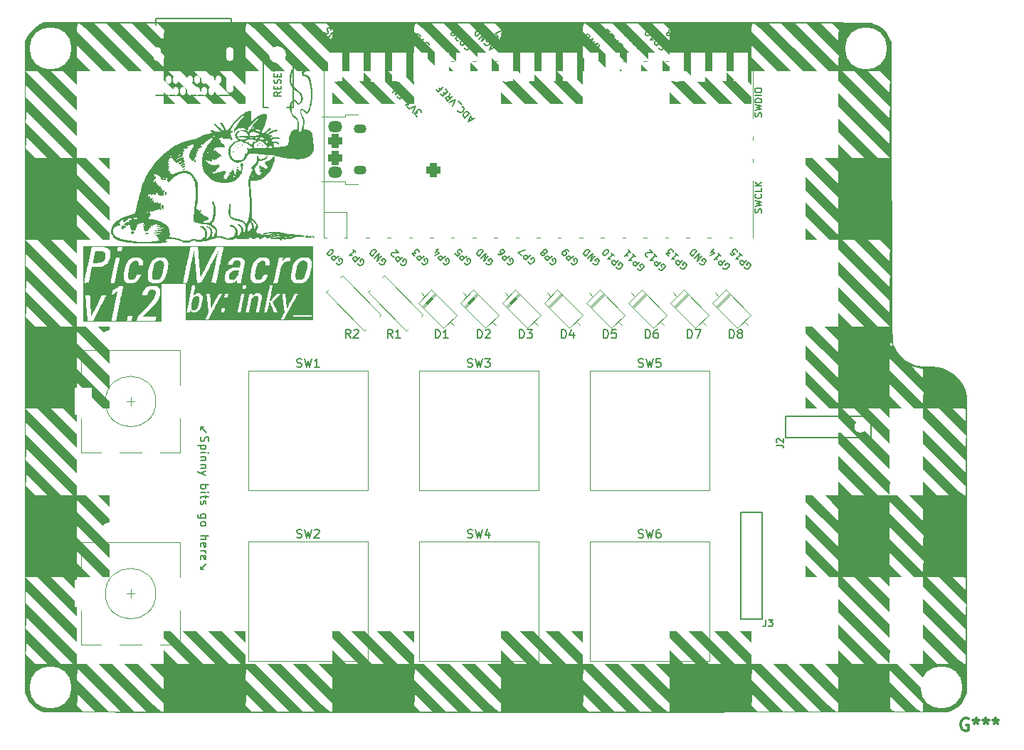
<source format=gbr>
G04 #@! TF.GenerationSoftware,KiCad,Pcbnew,(6.0.1-0)*
G04 #@! TF.CreationDate,2022-09-23T00:34:52-04:00*
G04 #@! TF.ProjectId,macro_pad_rpi_pico,6d616372-6f5f-4706-9164-5f7270695f70,rev?*
G04 #@! TF.SameCoordinates,Original*
G04 #@! TF.FileFunction,Legend,Top*
G04 #@! TF.FilePolarity,Positive*
%FSLAX46Y46*%
G04 Gerber Fmt 4.6, Leading zero omitted, Abs format (unit mm)*
G04 Created by KiCad (PCBNEW (6.0.1-0)) date 2022-09-23 00:34:52*
%MOMM*%
%LPD*%
G01*
G04 APERTURE LIST*
G04 Aperture macros list*
%AMRoundRect*
0 Rectangle with rounded corners*
0 $1 Rounding radius*
0 $2 $3 $4 $5 $6 $7 $8 $9 X,Y pos of 4 corners*
0 Add a 4 corners polygon primitive as box body*
4,1,4,$2,$3,$4,$5,$6,$7,$8,$9,$2,$3,0*
0 Add four circle primitives for the rounded corners*
1,1,$1+$1,$2,$3*
1,1,$1+$1,$4,$5*
1,1,$1+$1,$6,$7*
1,1,$1+$1,$8,$9*
0 Add four rect primitives between the rounded corners*
20,1,$1+$1,$2,$3,$4,$5,0*
20,1,$1+$1,$4,$5,$6,$7,0*
20,1,$1+$1,$6,$7,$8,$9,0*
20,1,$1+$1,$8,$9,$2,$3,0*%
%AMHorizOval*
0 Thick line with rounded ends*
0 $1 width*
0 $2 $3 position (X,Y) of the first rounded end (center of the circle)*
0 $4 $5 position (X,Y) of the second rounded end (center of the circle)*
0 Add line between two ends*
20,1,$1,$2,$3,$4,$5,0*
0 Add two circle primitives to create the rounded ends*
1,1,$1,$2,$3*
1,1,$1,$4,$5*%
%AMRotRect*
0 Rectangle, with rotation*
0 The origin of the aperture is its center*
0 $1 length*
0 $2 width*
0 $3 Rotation angle, in degrees counterclockwise*
0 Add horizontal line*
21,1,$1,$2,0,0,$3*%
G04 Aperture macros list end*
%ADD10C,0.150000*%
%ADD11C,0.300000*%
%ADD12C,0.120000*%
%ADD13C,1.397000*%
%ADD14O,1.500000X1.100000*%
%ADD15O,1.700000X1.350000*%
%ADD16C,1.600000*%
%ADD17HorizOval,1.600000X0.000000X0.000000X0.000000X0.000000X0*%
%ADD18C,5.000000*%
%ADD19RotRect,1.600000X1.600000X315.000000*%
%ADD20HorizOval,1.600000X0.000000X0.000000X0.000000X0.000000X0*%
%ADD21C,1.550000*%
%ADD22C,1.750000*%
%ADD23C,4.000000*%
%ADD24C,2.500000*%
%ADD25O,1.700000X1.700000*%
%ADD26R,1.700000X3.500000*%
%ADD27R,1.700000X1.700000*%
%ADD28R,3.500000X1.700000*%
%ADD29RoundRect,0.437500X0.437500X-0.437500X0.437500X0.437500X-0.437500X0.437500X-0.437500X-0.437500X0*%
%ADD30C,2.000000*%
%ADD31O,0.650000X1.000000*%
%ADD32O,0.900000X1.700000*%
%ADD33O,0.900000X2.400000*%
%ADD34R,2.000000X3.200000*%
G04 APERTURE END LIST*
D10*
X111845238Y-111047619D02*
X112511904Y-111714285D01*
X111845238Y-111380952D02*
X111845238Y-111047619D01*
X112178571Y-111047619D01*
X111845238Y-112190476D02*
X111797619Y-112333333D01*
X111797619Y-112571428D01*
X111845238Y-112666666D01*
X111892857Y-112714285D01*
X111988095Y-112761904D01*
X112083333Y-112761904D01*
X112178571Y-112714285D01*
X112226190Y-112666666D01*
X112273809Y-112571428D01*
X112321428Y-112380952D01*
X112369047Y-112285714D01*
X112416666Y-112238095D01*
X112511904Y-112190476D01*
X112607142Y-112190476D01*
X112702380Y-112238095D01*
X112750000Y-112285714D01*
X112797619Y-112380952D01*
X112797619Y-112619047D01*
X112750000Y-112761904D01*
X112464285Y-113190476D02*
X111464285Y-113190476D01*
X112416666Y-113190476D02*
X112464285Y-113285714D01*
X112464285Y-113476190D01*
X112416666Y-113571428D01*
X112369047Y-113619047D01*
X112273809Y-113666666D01*
X111988095Y-113666666D01*
X111892857Y-113619047D01*
X111845238Y-113571428D01*
X111797619Y-113476190D01*
X111797619Y-113285714D01*
X111845238Y-113190476D01*
X111797619Y-114095238D02*
X112464285Y-114095238D01*
X112797619Y-114095238D02*
X112750000Y-114047619D01*
X112702380Y-114095238D01*
X112750000Y-114142857D01*
X112797619Y-114095238D01*
X112702380Y-114095238D01*
X112464285Y-114571428D02*
X111797619Y-114571428D01*
X112369047Y-114571428D02*
X112416666Y-114619047D01*
X112464285Y-114714285D01*
X112464285Y-114857142D01*
X112416666Y-114952380D01*
X112321428Y-115000000D01*
X111797619Y-115000000D01*
X112464285Y-115476190D02*
X111797619Y-115476190D01*
X112369047Y-115476190D02*
X112416666Y-115523809D01*
X112464285Y-115619047D01*
X112464285Y-115761904D01*
X112416666Y-115857142D01*
X112321428Y-115904761D01*
X111797619Y-115904761D01*
X112464285Y-116285714D02*
X111797619Y-116523809D01*
X112464285Y-116761904D02*
X111797619Y-116523809D01*
X111559523Y-116428571D01*
X111511904Y-116380952D01*
X111464285Y-116285714D01*
X111797619Y-117904761D02*
X112797619Y-117904761D01*
X112416666Y-117904761D02*
X112464285Y-118000000D01*
X112464285Y-118190476D01*
X112416666Y-118285714D01*
X112369047Y-118333333D01*
X112273809Y-118380952D01*
X111988095Y-118380952D01*
X111892857Y-118333333D01*
X111845238Y-118285714D01*
X111797619Y-118190476D01*
X111797619Y-118000000D01*
X111845238Y-117904761D01*
X111797619Y-118809523D02*
X112464285Y-118809523D01*
X112797619Y-118809523D02*
X112750000Y-118761904D01*
X112702380Y-118809523D01*
X112750000Y-118857142D01*
X112797619Y-118809523D01*
X112702380Y-118809523D01*
X112464285Y-119142857D02*
X112464285Y-119523809D01*
X112797619Y-119285714D02*
X111940476Y-119285714D01*
X111845238Y-119333333D01*
X111797619Y-119428571D01*
X111797619Y-119523809D01*
X111845238Y-119809523D02*
X111797619Y-119904761D01*
X111797619Y-120095238D01*
X111845238Y-120190476D01*
X111940476Y-120238095D01*
X111988095Y-120238095D01*
X112083333Y-120190476D01*
X112130952Y-120095238D01*
X112130952Y-119952380D01*
X112178571Y-119857142D01*
X112273809Y-119809523D01*
X112321428Y-119809523D01*
X112416666Y-119857142D01*
X112464285Y-119952380D01*
X112464285Y-120095238D01*
X112416666Y-120190476D01*
X112464285Y-121857142D02*
X111654761Y-121857142D01*
X111559523Y-121809523D01*
X111511904Y-121761904D01*
X111464285Y-121666666D01*
X111464285Y-121523809D01*
X111511904Y-121428571D01*
X111845238Y-121857142D02*
X111797619Y-121761904D01*
X111797619Y-121571428D01*
X111845238Y-121476190D01*
X111892857Y-121428571D01*
X111988095Y-121380952D01*
X112273809Y-121380952D01*
X112369047Y-121428571D01*
X112416666Y-121476190D01*
X112464285Y-121571428D01*
X112464285Y-121761904D01*
X112416666Y-121857142D01*
X111797619Y-122476190D02*
X111845238Y-122380952D01*
X111892857Y-122333333D01*
X111988095Y-122285714D01*
X112273809Y-122285714D01*
X112369047Y-122333333D01*
X112416666Y-122380952D01*
X112464285Y-122476190D01*
X112464285Y-122619047D01*
X112416666Y-122714285D01*
X112369047Y-122761904D01*
X112273809Y-122809523D01*
X111988095Y-122809523D01*
X111892857Y-122761904D01*
X111845238Y-122714285D01*
X111797619Y-122619047D01*
X111797619Y-122476190D01*
X111797619Y-124000000D02*
X112797619Y-124000000D01*
X111797619Y-124428571D02*
X112321428Y-124428571D01*
X112416666Y-124380952D01*
X112464285Y-124285714D01*
X112464285Y-124142857D01*
X112416666Y-124047619D01*
X112369047Y-124000000D01*
X111845238Y-125285714D02*
X111797619Y-125190476D01*
X111797619Y-125000000D01*
X111845238Y-124904761D01*
X111940476Y-124857142D01*
X112321428Y-124857142D01*
X112416666Y-124904761D01*
X112464285Y-125000000D01*
X112464285Y-125190476D01*
X112416666Y-125285714D01*
X112321428Y-125333333D01*
X112226190Y-125333333D01*
X112130952Y-124857142D01*
X111797619Y-125761904D02*
X112464285Y-125761904D01*
X112273809Y-125761904D02*
X112369047Y-125809523D01*
X112416666Y-125857142D01*
X112464285Y-125952380D01*
X112464285Y-126047619D01*
X111845238Y-126761904D02*
X111797619Y-126666666D01*
X111797619Y-126476190D01*
X111845238Y-126380952D01*
X111940476Y-126333333D01*
X112321428Y-126333333D01*
X112416666Y-126380952D01*
X112464285Y-126476190D01*
X112464285Y-126666666D01*
X112416666Y-126761904D01*
X112321428Y-126809523D01*
X112226190Y-126809523D01*
X112130952Y-126333333D01*
X111845238Y-127952380D02*
X112511904Y-127285714D01*
X111845238Y-127619047D02*
X111845238Y-127952380D01*
X112178571Y-127952380D01*
G04 #@! TO.C,R1*
X134657514Y-100434146D02*
X134324181Y-99957956D01*
X134086085Y-100434146D02*
X134086085Y-99434146D01*
X134467038Y-99434146D01*
X134562276Y-99481766D01*
X134609895Y-99529385D01*
X134657514Y-99624623D01*
X134657514Y-99767480D01*
X134609895Y-99862718D01*
X134562276Y-99910337D01*
X134467038Y-99957956D01*
X134086085Y-99957956D01*
X135609895Y-100434146D02*
X135038466Y-100434146D01*
X135324181Y-100434146D02*
X135324181Y-99434146D01*
X135228942Y-99577004D01*
X135133704Y-99672242D01*
X135038466Y-99719861D01*
G04 #@! TO.C,J2*
X180329895Y-113200933D02*
X180910466Y-113200933D01*
X181026580Y-113239638D01*
X181103990Y-113317047D01*
X181142695Y-113433161D01*
X181142695Y-113510571D01*
X180407304Y-112852590D02*
X180368600Y-112813885D01*
X180329895Y-112736476D01*
X180329895Y-112542952D01*
X180368600Y-112465542D01*
X180407304Y-112426838D01*
X180484714Y-112388133D01*
X180562123Y-112388133D01*
X180678238Y-112426838D01*
X181142695Y-112891295D01*
X181142695Y-112388133D01*
G04 #@! TO.C,D1*
X139760947Y-100453290D02*
X139760947Y-99453290D01*
X139999043Y-99453290D01*
X140141900Y-99500910D01*
X140237138Y-99596148D01*
X140284757Y-99691386D01*
X140332376Y-99881862D01*
X140332376Y-100024719D01*
X140284757Y-100215195D01*
X140237138Y-100310433D01*
X140141900Y-100405671D01*
X139999043Y-100453290D01*
X139760947Y-100453290D01*
X141284757Y-100453290D02*
X140713328Y-100453290D01*
X140999043Y-100453290D02*
X140999043Y-99453290D01*
X140903804Y-99596148D01*
X140808566Y-99691386D01*
X140713328Y-99739005D01*
G04 #@! TO.C,SW1*
X123266666Y-103854761D02*
X123409523Y-103902380D01*
X123647619Y-103902380D01*
X123742857Y-103854761D01*
X123790476Y-103807142D01*
X123838095Y-103711904D01*
X123838095Y-103616666D01*
X123790476Y-103521428D01*
X123742857Y-103473809D01*
X123647619Y-103426190D01*
X123457142Y-103378571D01*
X123361904Y-103330952D01*
X123314285Y-103283333D01*
X123266666Y-103188095D01*
X123266666Y-103092857D01*
X123314285Y-102997619D01*
X123361904Y-102950000D01*
X123457142Y-102902380D01*
X123695238Y-102902380D01*
X123838095Y-102950000D01*
X124171428Y-102902380D02*
X124409523Y-103902380D01*
X124600000Y-103188095D01*
X124790476Y-103902380D01*
X125028571Y-102902380D01*
X125933333Y-103902380D02*
X125361904Y-103902380D01*
X125647619Y-103902380D02*
X125647619Y-102902380D01*
X125552380Y-103045238D01*
X125457142Y-103140476D01*
X125361904Y-103188095D01*
G04 #@! TO.C,SW4*
X143586666Y-124174761D02*
X143729523Y-124222380D01*
X143967619Y-124222380D01*
X144062857Y-124174761D01*
X144110476Y-124127142D01*
X144158095Y-124031904D01*
X144158095Y-123936666D01*
X144110476Y-123841428D01*
X144062857Y-123793809D01*
X143967619Y-123746190D01*
X143777142Y-123698571D01*
X143681904Y-123650952D01*
X143634285Y-123603333D01*
X143586666Y-123508095D01*
X143586666Y-123412857D01*
X143634285Y-123317619D01*
X143681904Y-123270000D01*
X143777142Y-123222380D01*
X144015238Y-123222380D01*
X144158095Y-123270000D01*
X144491428Y-123222380D02*
X144729523Y-124222380D01*
X144920000Y-123508095D01*
X145110476Y-124222380D01*
X145348571Y-123222380D01*
X146158095Y-123555714D02*
X146158095Y-124222380D01*
X145920000Y-123174761D02*
X145681904Y-123889047D01*
X146300952Y-123889047D01*
G04 #@! TO.C,D5*
X159760947Y-100453290D02*
X159760947Y-99453290D01*
X159999043Y-99453290D01*
X160141900Y-99500910D01*
X160237138Y-99596148D01*
X160284757Y-99691386D01*
X160332376Y-99881862D01*
X160332376Y-100024719D01*
X160284757Y-100215195D01*
X160237138Y-100310433D01*
X160141900Y-100405671D01*
X159999043Y-100453290D01*
X159760947Y-100453290D01*
X161237138Y-99453290D02*
X160760947Y-99453290D01*
X160713328Y-99929481D01*
X160760947Y-99881862D01*
X160856185Y-99834243D01*
X161094281Y-99834243D01*
X161189519Y-99881862D01*
X161237138Y-99929481D01*
X161284757Y-100024719D01*
X161284757Y-100262814D01*
X161237138Y-100358052D01*
X161189519Y-100405671D01*
X161094281Y-100453290D01*
X160856185Y-100453290D01*
X160760947Y-100405671D01*
X160713328Y-100358052D01*
G04 #@! TO.C,D3*
X149760947Y-100453290D02*
X149760947Y-99453290D01*
X149999043Y-99453290D01*
X150141900Y-99500910D01*
X150237138Y-99596148D01*
X150284757Y-99691386D01*
X150332376Y-99881862D01*
X150332376Y-100024719D01*
X150284757Y-100215195D01*
X150237138Y-100310433D01*
X150141900Y-100405671D01*
X149999043Y-100453290D01*
X149760947Y-100453290D01*
X150665709Y-99453290D02*
X151284757Y-99453290D01*
X150951423Y-99834243D01*
X151094281Y-99834243D01*
X151189519Y-99881862D01*
X151237138Y-99929481D01*
X151284757Y-100024719D01*
X151284757Y-100262814D01*
X151237138Y-100358052D01*
X151189519Y-100405671D01*
X151094281Y-100453290D01*
X150808566Y-100453290D01*
X150713328Y-100405671D01*
X150665709Y-100358052D01*
G04 #@! TO.C,D4*
X154760947Y-100453290D02*
X154760947Y-99453290D01*
X154999043Y-99453290D01*
X155141900Y-99500910D01*
X155237138Y-99596148D01*
X155284757Y-99691386D01*
X155332376Y-99881862D01*
X155332376Y-100024719D01*
X155284757Y-100215195D01*
X155237138Y-100310433D01*
X155141900Y-100405671D01*
X154999043Y-100453290D01*
X154760947Y-100453290D01*
X156189519Y-99786624D02*
X156189519Y-100453290D01*
X155951423Y-99405671D02*
X155713328Y-100119957D01*
X156332376Y-100119957D01*
G04 #@! TO.C,SW2*
X123266666Y-124174761D02*
X123409523Y-124222380D01*
X123647619Y-124222380D01*
X123742857Y-124174761D01*
X123790476Y-124127142D01*
X123838095Y-124031904D01*
X123838095Y-123936666D01*
X123790476Y-123841428D01*
X123742857Y-123793809D01*
X123647619Y-123746190D01*
X123457142Y-123698571D01*
X123361904Y-123650952D01*
X123314285Y-123603333D01*
X123266666Y-123508095D01*
X123266666Y-123412857D01*
X123314285Y-123317619D01*
X123361904Y-123270000D01*
X123457142Y-123222380D01*
X123695238Y-123222380D01*
X123838095Y-123270000D01*
X124171428Y-123222380D02*
X124409523Y-124222380D01*
X124600000Y-123508095D01*
X124790476Y-124222380D01*
X125028571Y-123222380D01*
X125361904Y-123317619D02*
X125409523Y-123270000D01*
X125504761Y-123222380D01*
X125742857Y-123222380D01*
X125838095Y-123270000D01*
X125885714Y-123317619D01*
X125933333Y-123412857D01*
X125933333Y-123508095D01*
X125885714Y-123650952D01*
X125314285Y-124222380D01*
X125933333Y-124222380D01*
G04 #@! TO.C,RPI1*
X176520592Y-92010277D02*
X176547529Y-92091089D01*
X176628341Y-92171902D01*
X176736091Y-92225776D01*
X176843841Y-92225776D01*
X176924653Y-92198839D01*
X177059340Y-92118027D01*
X177140152Y-92037215D01*
X177220964Y-91902528D01*
X177247902Y-91821715D01*
X177247902Y-91713966D01*
X177194027Y-91606216D01*
X177140152Y-91552341D01*
X177032402Y-91498467D01*
X176978528Y-91498467D01*
X176789966Y-91687028D01*
X176897715Y-91794778D01*
X176789966Y-91202155D02*
X176224280Y-91767841D01*
X176008781Y-91552341D01*
X175981844Y-91471529D01*
X175981844Y-91417654D01*
X176008781Y-91336842D01*
X176089593Y-91256030D01*
X176170406Y-91229093D01*
X176224280Y-91229093D01*
X176305093Y-91256030D01*
X176520592Y-91471529D01*
X175927969Y-90340158D02*
X176251218Y-90663407D01*
X176089593Y-90501783D02*
X175523908Y-91067468D01*
X175658595Y-91040531D01*
X175766345Y-91040531D01*
X175847157Y-91067468D01*
X174850473Y-90394033D02*
X175119847Y-90663407D01*
X175416158Y-90420971D01*
X175362284Y-90420971D01*
X175281471Y-90394033D01*
X175146784Y-90259346D01*
X175119847Y-90178534D01*
X175119847Y-90124659D01*
X175146784Y-90043847D01*
X175281471Y-89909160D01*
X175362284Y-89882223D01*
X175416158Y-89882223D01*
X175496971Y-89909160D01*
X175631658Y-90043847D01*
X175658595Y-90124659D01*
X175658595Y-90178534D01*
X146740964Y-65848402D02*
X146471590Y-65579028D01*
X146956463Y-65740653D02*
X146202216Y-66117776D01*
X146579340Y-65363529D01*
X145555719Y-65417404D02*
X145582656Y-65498216D01*
X145663468Y-65579028D01*
X145771218Y-65632903D01*
X145878967Y-65632903D01*
X145959780Y-65605966D01*
X146094467Y-65525154D01*
X146175279Y-65444341D01*
X146256091Y-65309654D01*
X146283028Y-65228842D01*
X146283028Y-65121093D01*
X146229154Y-65013343D01*
X146175279Y-64959468D01*
X146067529Y-64905593D01*
X146013654Y-64905593D01*
X145825093Y-65094155D01*
X145932842Y-65201905D01*
X145825093Y-64609282D02*
X145259407Y-65174967D01*
X145501844Y-64286033D01*
X144936158Y-64851719D01*
X145232470Y-64016659D02*
X144666784Y-64582345D01*
X144532097Y-64447658D01*
X144478223Y-64339908D01*
X144478223Y-64232158D01*
X144505160Y-64151346D01*
X144585972Y-64016659D01*
X144666784Y-63935847D01*
X144801471Y-63855035D01*
X144882284Y-63828097D01*
X144990033Y-63828097D01*
X145097783Y-63881972D01*
X145232470Y-64016659D01*
X133098155Y-65913841D02*
X133125093Y-65994653D01*
X133205905Y-66075465D01*
X133313654Y-66129340D01*
X133421404Y-66129340D01*
X133502216Y-66102402D01*
X133636903Y-66021590D01*
X133717715Y-65940778D01*
X133798528Y-65806091D01*
X133825465Y-65725279D01*
X133825465Y-65617529D01*
X133771590Y-65509780D01*
X133717715Y-65455905D01*
X133609966Y-65402030D01*
X133556091Y-65402030D01*
X133367529Y-65590592D01*
X133475279Y-65698341D01*
X133367529Y-65105719D02*
X132801844Y-65671404D01*
X133044280Y-64782470D01*
X132478595Y-65348155D01*
X132774906Y-64513096D02*
X132209221Y-65078781D01*
X132074534Y-64944094D01*
X132020659Y-64836345D01*
X132020659Y-64728595D01*
X132047597Y-64647783D01*
X132128409Y-64513096D01*
X132209221Y-64432284D01*
X132343908Y-64351471D01*
X132424720Y-64324534D01*
X132532470Y-64324534D01*
X132640219Y-64378409D01*
X132774906Y-64513096D01*
X153943435Y-65161624D02*
X153862622Y-65619560D01*
X154266683Y-65484873D02*
X153700998Y-66050558D01*
X153485499Y-65835059D01*
X153458561Y-65754247D01*
X153458561Y-65700372D01*
X153485499Y-65619560D01*
X153566311Y-65538748D01*
X153647123Y-65511810D01*
X153700998Y-65511810D01*
X153781810Y-65538748D01*
X153997309Y-65754247D01*
X153135312Y-65484873D02*
X153593248Y-65026937D01*
X153620186Y-64946125D01*
X153620186Y-64892250D01*
X153593248Y-64811438D01*
X153485499Y-64703688D01*
X153404687Y-64676751D01*
X153350812Y-64676751D01*
X153270000Y-64703688D01*
X152812064Y-65161624D01*
X153108375Y-64326564D02*
X152542690Y-64892250D01*
X152785126Y-64003316D01*
X152219441Y-64569001D01*
X148311218Y-91486903D02*
X148338155Y-91567715D01*
X148418967Y-91648528D01*
X148526717Y-91702402D01*
X148634467Y-91702402D01*
X148715279Y-91675465D01*
X148849966Y-91594653D01*
X148930778Y-91513841D01*
X149011590Y-91379154D01*
X149038528Y-91298341D01*
X149038528Y-91190592D01*
X148984653Y-91082842D01*
X148930778Y-91028967D01*
X148823028Y-90975093D01*
X148769154Y-90975093D01*
X148580592Y-91163654D01*
X148688341Y-91271404D01*
X148580592Y-90678781D02*
X148014906Y-91244467D01*
X147799407Y-91028967D01*
X147772470Y-90948155D01*
X147772470Y-90894280D01*
X147799407Y-90813468D01*
X147880219Y-90732656D01*
X147961032Y-90705719D01*
X148014906Y-90705719D01*
X148095719Y-90732656D01*
X148311218Y-90948155D01*
X147206784Y-90436345D02*
X147314534Y-90544094D01*
X147395346Y-90571032D01*
X147449221Y-90571032D01*
X147583908Y-90544094D01*
X147718595Y-90463282D01*
X147934094Y-90247783D01*
X147961032Y-90166971D01*
X147961032Y-90113096D01*
X147934094Y-90032284D01*
X147826345Y-89924534D01*
X147745532Y-89897597D01*
X147691658Y-89897597D01*
X147610845Y-89924534D01*
X147476158Y-90059221D01*
X147449221Y-90140033D01*
X147449221Y-90193908D01*
X147476158Y-90274720D01*
X147583908Y-90382470D01*
X147664720Y-90409407D01*
X147718595Y-90409407D01*
X147799407Y-90382470D01*
X153391218Y-91486903D02*
X153418155Y-91567715D01*
X153498967Y-91648528D01*
X153606717Y-91702402D01*
X153714467Y-91702402D01*
X153795279Y-91675465D01*
X153929966Y-91594653D01*
X154010778Y-91513841D01*
X154091590Y-91379154D01*
X154118528Y-91298341D01*
X154118528Y-91190592D01*
X154064653Y-91082842D01*
X154010778Y-91028967D01*
X153903028Y-90975093D01*
X153849154Y-90975093D01*
X153660592Y-91163654D01*
X153768341Y-91271404D01*
X153660592Y-90678781D02*
X153094906Y-91244467D01*
X152879407Y-91028967D01*
X152852470Y-90948155D01*
X152852470Y-90894280D01*
X152879407Y-90813468D01*
X152960219Y-90732656D01*
X153041032Y-90705719D01*
X153094906Y-90705719D01*
X153175719Y-90732656D01*
X153391218Y-90948155D01*
X152690845Y-90355532D02*
X152717783Y-90436345D01*
X152717783Y-90490219D01*
X152690845Y-90571032D01*
X152663908Y-90597969D01*
X152583096Y-90624906D01*
X152529221Y-90624906D01*
X152448409Y-90597969D01*
X152340659Y-90490219D01*
X152313722Y-90409407D01*
X152313722Y-90355532D01*
X152340659Y-90274720D01*
X152367597Y-90247783D01*
X152448409Y-90220845D01*
X152502284Y-90220845D01*
X152583096Y-90247783D01*
X152690845Y-90355532D01*
X152771658Y-90382470D01*
X152825532Y-90382470D01*
X152906345Y-90355532D01*
X153014094Y-90247783D01*
X153041032Y-90166971D01*
X153041032Y-90113096D01*
X153014094Y-90032284D01*
X152906345Y-89924534D01*
X152825532Y-89897597D01*
X152771658Y-89897597D01*
X152690845Y-89924534D01*
X152583096Y-90032284D01*
X152556158Y-90113096D01*
X152556158Y-90166971D01*
X152583096Y-90247783D01*
X178523809Y-74095238D02*
X178561904Y-73980952D01*
X178561904Y-73790476D01*
X178523809Y-73714285D01*
X178485714Y-73676190D01*
X178409523Y-73638095D01*
X178333333Y-73638095D01*
X178257142Y-73676190D01*
X178219047Y-73714285D01*
X178180952Y-73790476D01*
X178142857Y-73942857D01*
X178104761Y-74019047D01*
X178066666Y-74057142D01*
X177990476Y-74095238D01*
X177914285Y-74095238D01*
X177838095Y-74057142D01*
X177800000Y-74019047D01*
X177761904Y-73942857D01*
X177761904Y-73752380D01*
X177800000Y-73638095D01*
X177761904Y-73371428D02*
X178561904Y-73180952D01*
X177990476Y-73028571D01*
X178561904Y-72876190D01*
X177761904Y-72685714D01*
X178561904Y-72380952D02*
X177761904Y-72380952D01*
X177761904Y-72190476D01*
X177800000Y-72076190D01*
X177876190Y-72000000D01*
X177952380Y-71961904D01*
X178104761Y-71923809D01*
X178219047Y-71923809D01*
X178371428Y-71961904D01*
X178447619Y-72000000D01*
X178523809Y-72076190D01*
X178561904Y-72190476D01*
X178561904Y-72380952D01*
X178561904Y-71580952D02*
X177761904Y-71580952D01*
X177761904Y-71047619D02*
X177761904Y-70895238D01*
X177800000Y-70819047D01*
X177876190Y-70742857D01*
X178028571Y-70704761D01*
X178295238Y-70704761D01*
X178447619Y-70742857D01*
X178523809Y-70819047D01*
X178561904Y-70895238D01*
X178561904Y-71047619D01*
X178523809Y-71123809D01*
X178447619Y-71200000D01*
X178295238Y-71238095D01*
X178028571Y-71238095D01*
X177876190Y-71200000D01*
X177800000Y-71123809D01*
X177761904Y-71047619D01*
X143246592Y-65902277D02*
X143273529Y-65983089D01*
X143354341Y-66063902D01*
X143462091Y-66117776D01*
X143569841Y-66117776D01*
X143650653Y-66090839D01*
X143785340Y-66010027D01*
X143866152Y-65929215D01*
X143946964Y-65794528D01*
X143973902Y-65713715D01*
X143973902Y-65605966D01*
X143920027Y-65498216D01*
X143866152Y-65444341D01*
X143758402Y-65390467D01*
X143704528Y-65390467D01*
X143515966Y-65579028D01*
X143623715Y-65686778D01*
X143515966Y-65094155D02*
X142950280Y-65659841D01*
X142734781Y-65444341D01*
X142707844Y-65363529D01*
X142707844Y-65309654D01*
X142734781Y-65228842D01*
X142815593Y-65148030D01*
X142896406Y-65121093D01*
X142950280Y-65121093D01*
X143031093Y-65148030D01*
X143246592Y-65363529D01*
X142465407Y-65067218D02*
X142411532Y-65067218D01*
X142330720Y-65040280D01*
X142196033Y-64905593D01*
X142169096Y-64824781D01*
X142169096Y-64770906D01*
X142196033Y-64690094D01*
X142249908Y-64636219D01*
X142357658Y-64582345D01*
X143004155Y-64582345D01*
X142653969Y-64232158D01*
X142007471Y-64232158D02*
X142034409Y-64312971D01*
X142034409Y-64366845D01*
X142007471Y-64447658D01*
X141980534Y-64474595D01*
X141899722Y-64501532D01*
X141845847Y-64501532D01*
X141765035Y-64474595D01*
X141657285Y-64366845D01*
X141630348Y-64286033D01*
X141630348Y-64232158D01*
X141657285Y-64151346D01*
X141684223Y-64124409D01*
X141765035Y-64097471D01*
X141818910Y-64097471D01*
X141899722Y-64124409D01*
X142007471Y-64232158D01*
X142088284Y-64259096D01*
X142142158Y-64259096D01*
X142222971Y-64232158D01*
X142330720Y-64124409D01*
X142357658Y-64043597D01*
X142357658Y-63989722D01*
X142330720Y-63908910D01*
X142222971Y-63801160D01*
X142142158Y-63774223D01*
X142088284Y-63774223D01*
X142007471Y-63801160D01*
X141899722Y-63908910D01*
X141872784Y-63989722D01*
X141872784Y-64043597D01*
X141899722Y-64124409D01*
X158498155Y-65913841D02*
X158525093Y-65994653D01*
X158605905Y-66075465D01*
X158713654Y-66129340D01*
X158821404Y-66129340D01*
X158902216Y-66102402D01*
X159036903Y-66021590D01*
X159117715Y-65940778D01*
X159198528Y-65806091D01*
X159225465Y-65725279D01*
X159225465Y-65617529D01*
X159171590Y-65509780D01*
X159117715Y-65455905D01*
X159009966Y-65402030D01*
X158956091Y-65402030D01*
X158767529Y-65590592D01*
X158875279Y-65698341D01*
X158767529Y-65105719D02*
X158201844Y-65671404D01*
X158444280Y-64782470D01*
X157878595Y-65348155D01*
X158174906Y-64513096D02*
X157609221Y-65078781D01*
X157474534Y-64944094D01*
X157420659Y-64836345D01*
X157420659Y-64728595D01*
X157447597Y-64647783D01*
X157528409Y-64513096D01*
X157609221Y-64432284D01*
X157743908Y-64351471D01*
X157824720Y-64324534D01*
X157932470Y-64324534D01*
X158040219Y-64378409D01*
X158174906Y-64513096D01*
X148590592Y-65902277D02*
X148617529Y-65983089D01*
X148698341Y-66063902D01*
X148806091Y-66117776D01*
X148913841Y-66117776D01*
X148994653Y-66090839D01*
X149129340Y-66010027D01*
X149210152Y-65929215D01*
X149290964Y-65794528D01*
X149317902Y-65713715D01*
X149317902Y-65605966D01*
X149264027Y-65498216D01*
X149210152Y-65444341D01*
X149102402Y-65390467D01*
X149048528Y-65390467D01*
X148859966Y-65579028D01*
X148967715Y-65686778D01*
X148859966Y-65094155D02*
X148294280Y-65659841D01*
X148078781Y-65444341D01*
X148051844Y-65363529D01*
X148051844Y-65309654D01*
X148078781Y-65228842D01*
X148159593Y-65148030D01*
X148240406Y-65121093D01*
X148294280Y-65121093D01*
X148375093Y-65148030D01*
X148590592Y-65363529D01*
X147809407Y-65067218D02*
X147755532Y-65067218D01*
X147674720Y-65040280D01*
X147540033Y-64905593D01*
X147513096Y-64824781D01*
X147513096Y-64770906D01*
X147540033Y-64690094D01*
X147593908Y-64636219D01*
X147701658Y-64582345D01*
X148348155Y-64582345D01*
X147997969Y-64232158D01*
X147243722Y-64609282D02*
X146866598Y-64232158D01*
X147674720Y-63908910D01*
X156200592Y-65902277D02*
X156227529Y-65983089D01*
X156308341Y-66063902D01*
X156416091Y-66117776D01*
X156523841Y-66117776D01*
X156604653Y-66090839D01*
X156739340Y-66010027D01*
X156820152Y-65929215D01*
X156900964Y-65794528D01*
X156927902Y-65713715D01*
X156927902Y-65605966D01*
X156874027Y-65498216D01*
X156820152Y-65444341D01*
X156712402Y-65390467D01*
X156658528Y-65390467D01*
X156469966Y-65579028D01*
X156577715Y-65686778D01*
X156469966Y-65094155D02*
X155904280Y-65659841D01*
X155688781Y-65444341D01*
X155661844Y-65363529D01*
X155661844Y-65309654D01*
X155688781Y-65228842D01*
X155769593Y-65148030D01*
X155850406Y-65121093D01*
X155904280Y-65121093D01*
X155985093Y-65148030D01*
X156200592Y-65363529D01*
X155419407Y-65067218D02*
X155365532Y-65067218D01*
X155284720Y-65040280D01*
X155150033Y-64905593D01*
X155123096Y-64824781D01*
X155123096Y-64770906D01*
X155150033Y-64690094D01*
X155203908Y-64636219D01*
X155311658Y-64582345D01*
X155958155Y-64582345D01*
X155607969Y-64232158D01*
X154880659Y-64528470D02*
X154826784Y-64528470D01*
X154745972Y-64501532D01*
X154611285Y-64366845D01*
X154584348Y-64286033D01*
X154584348Y-64232158D01*
X154611285Y-64151346D01*
X154665160Y-64097471D01*
X154772910Y-64043597D01*
X155419407Y-64043597D01*
X155069221Y-63693410D01*
X155931218Y-91486903D02*
X155958155Y-91567715D01*
X156038967Y-91648528D01*
X156146717Y-91702402D01*
X156254467Y-91702402D01*
X156335279Y-91675465D01*
X156469966Y-91594653D01*
X156550778Y-91513841D01*
X156631590Y-91379154D01*
X156658528Y-91298341D01*
X156658528Y-91190592D01*
X156604653Y-91082842D01*
X156550778Y-91028967D01*
X156443028Y-90975093D01*
X156389154Y-90975093D01*
X156200592Y-91163654D01*
X156308341Y-91271404D01*
X156200592Y-90678781D02*
X155634906Y-91244467D01*
X155419407Y-91028967D01*
X155392470Y-90948155D01*
X155392470Y-90894280D01*
X155419407Y-90813468D01*
X155500219Y-90732656D01*
X155581032Y-90705719D01*
X155634906Y-90705719D01*
X155715719Y-90732656D01*
X155931218Y-90948155D01*
X155607969Y-90086158D02*
X155500219Y-89978409D01*
X155419407Y-89951471D01*
X155365532Y-89951471D01*
X155230845Y-89978409D01*
X155096158Y-90059221D01*
X154880659Y-90274720D01*
X154853722Y-90355532D01*
X154853722Y-90409407D01*
X154880659Y-90490219D01*
X154988409Y-90597969D01*
X155069221Y-90624906D01*
X155123096Y-90624906D01*
X155203908Y-90597969D01*
X155338595Y-90463282D01*
X155365532Y-90382470D01*
X155365532Y-90328595D01*
X155338595Y-90247783D01*
X155230845Y-90140033D01*
X155150033Y-90113096D01*
X155096158Y-90113096D01*
X155015346Y-90140033D01*
X166360592Y-92156277D02*
X166387529Y-92237089D01*
X166468341Y-92317902D01*
X166576091Y-92371776D01*
X166683841Y-92371776D01*
X166764653Y-92344839D01*
X166899340Y-92264027D01*
X166980152Y-92183215D01*
X167060964Y-92048528D01*
X167087902Y-91967715D01*
X167087902Y-91859966D01*
X167034027Y-91752216D01*
X166980152Y-91698341D01*
X166872402Y-91644467D01*
X166818528Y-91644467D01*
X166629966Y-91833028D01*
X166737715Y-91940778D01*
X166629966Y-91348155D02*
X166064280Y-91913841D01*
X165848781Y-91698341D01*
X165821844Y-91617529D01*
X165821844Y-91563654D01*
X165848781Y-91482842D01*
X165929593Y-91402030D01*
X166010406Y-91375093D01*
X166064280Y-91375093D01*
X166145093Y-91402030D01*
X166360592Y-91617529D01*
X165767969Y-90486158D02*
X166091218Y-90809407D01*
X165929593Y-90647783D02*
X165363908Y-91213468D01*
X165498595Y-91186531D01*
X165606345Y-91186531D01*
X165687157Y-91213468D01*
X165040659Y-90782470D02*
X164986784Y-90782470D01*
X164905972Y-90755532D01*
X164771285Y-90620845D01*
X164744348Y-90540033D01*
X164744348Y-90486158D01*
X164771285Y-90405346D01*
X164825160Y-90351471D01*
X164932910Y-90297597D01*
X165579407Y-90297597D01*
X165229221Y-89947410D01*
X163820592Y-65902277D02*
X163847529Y-65983089D01*
X163928341Y-66063902D01*
X164036091Y-66117776D01*
X164143841Y-66117776D01*
X164224653Y-66090839D01*
X164359340Y-66010027D01*
X164440152Y-65929215D01*
X164520964Y-65794528D01*
X164547902Y-65713715D01*
X164547902Y-65605966D01*
X164494027Y-65498216D01*
X164440152Y-65444341D01*
X164332402Y-65390467D01*
X164278528Y-65390467D01*
X164089966Y-65579028D01*
X164197715Y-65686778D01*
X164089966Y-65094155D02*
X163524280Y-65659841D01*
X163308781Y-65444341D01*
X163281844Y-65363529D01*
X163281844Y-65309654D01*
X163308781Y-65228842D01*
X163389593Y-65148030D01*
X163470406Y-65121093D01*
X163524280Y-65121093D01*
X163605093Y-65148030D01*
X163820592Y-65363529D01*
X163039407Y-65067218D02*
X162985532Y-65067218D01*
X162904720Y-65040280D01*
X162770033Y-64905593D01*
X162743096Y-64824781D01*
X162743096Y-64770906D01*
X162770033Y-64690094D01*
X162823908Y-64636219D01*
X162931658Y-64582345D01*
X163578155Y-64582345D01*
X163227969Y-64232158D01*
X162312097Y-64447658D02*
X162258223Y-64393783D01*
X162231285Y-64312971D01*
X162231285Y-64259096D01*
X162258223Y-64178284D01*
X162339035Y-64043597D01*
X162473722Y-63908910D01*
X162608409Y-63828097D01*
X162689221Y-63801160D01*
X162743096Y-63801160D01*
X162823908Y-63828097D01*
X162877783Y-63881972D01*
X162904720Y-63962784D01*
X162904720Y-64016659D01*
X162877783Y-64097471D01*
X162796971Y-64232158D01*
X162662284Y-64366845D01*
X162527597Y-64447658D01*
X162446784Y-64474595D01*
X162392910Y-64474595D01*
X162312097Y-64447658D01*
X178523809Y-85509523D02*
X178561904Y-85395238D01*
X178561904Y-85204761D01*
X178523809Y-85128571D01*
X178485714Y-85090476D01*
X178409523Y-85052380D01*
X178333333Y-85052380D01*
X178257142Y-85090476D01*
X178219047Y-85128571D01*
X178180952Y-85204761D01*
X178142857Y-85357142D01*
X178104761Y-85433333D01*
X178066666Y-85471428D01*
X177990476Y-85509523D01*
X177914285Y-85509523D01*
X177838095Y-85471428D01*
X177800000Y-85433333D01*
X177761904Y-85357142D01*
X177761904Y-85166666D01*
X177800000Y-85052380D01*
X177761904Y-84785714D02*
X178561904Y-84595238D01*
X177990476Y-84442857D01*
X178561904Y-84290476D01*
X177761904Y-84100000D01*
X178485714Y-83338095D02*
X178523809Y-83376190D01*
X178561904Y-83490476D01*
X178561904Y-83566666D01*
X178523809Y-83680952D01*
X178447619Y-83757142D01*
X178371428Y-83795238D01*
X178219047Y-83833333D01*
X178104761Y-83833333D01*
X177952380Y-83795238D01*
X177876190Y-83757142D01*
X177800000Y-83680952D01*
X177761904Y-83566666D01*
X177761904Y-83490476D01*
X177800000Y-83376190D01*
X177838095Y-83338095D01*
X178561904Y-82614285D02*
X178561904Y-82995238D01*
X177761904Y-82995238D01*
X178561904Y-82347619D02*
X177761904Y-82347619D01*
X178561904Y-81890476D02*
X178104761Y-82233333D01*
X177761904Y-81890476D02*
X178219047Y-82347619D01*
X138151218Y-91486903D02*
X138178155Y-91567715D01*
X138258967Y-91648528D01*
X138366717Y-91702402D01*
X138474467Y-91702402D01*
X138555279Y-91675465D01*
X138689966Y-91594653D01*
X138770778Y-91513841D01*
X138851590Y-91379154D01*
X138878528Y-91298341D01*
X138878528Y-91190592D01*
X138824653Y-91082842D01*
X138770778Y-91028967D01*
X138663028Y-90975093D01*
X138609154Y-90975093D01*
X138420592Y-91163654D01*
X138528341Y-91271404D01*
X138420592Y-90678781D02*
X137854906Y-91244467D01*
X137639407Y-91028967D01*
X137612470Y-90948155D01*
X137612470Y-90894280D01*
X137639407Y-90813468D01*
X137720219Y-90732656D01*
X137801032Y-90705719D01*
X137854906Y-90705719D01*
X137935719Y-90732656D01*
X138151218Y-90948155D01*
X137343096Y-90732656D02*
X136992910Y-90382470D01*
X137396971Y-90355532D01*
X137316158Y-90274720D01*
X137289221Y-90193908D01*
X137289221Y-90140033D01*
X137316158Y-90059221D01*
X137450845Y-89924534D01*
X137531658Y-89897597D01*
X137585532Y-89897597D01*
X137666345Y-89924534D01*
X137827969Y-90086158D01*
X137854906Y-90166971D01*
X137854906Y-90220845D01*
X168900592Y-92010277D02*
X168927529Y-92091089D01*
X169008341Y-92171902D01*
X169116091Y-92225776D01*
X169223841Y-92225776D01*
X169304653Y-92198839D01*
X169439340Y-92118027D01*
X169520152Y-92037215D01*
X169600964Y-91902528D01*
X169627902Y-91821715D01*
X169627902Y-91713966D01*
X169574027Y-91606216D01*
X169520152Y-91552341D01*
X169412402Y-91498467D01*
X169358528Y-91498467D01*
X169169966Y-91687028D01*
X169277715Y-91794778D01*
X169169966Y-91202155D02*
X168604280Y-91767841D01*
X168388781Y-91552341D01*
X168361844Y-91471529D01*
X168361844Y-91417654D01*
X168388781Y-91336842D01*
X168469593Y-91256030D01*
X168550406Y-91229093D01*
X168604280Y-91229093D01*
X168685093Y-91256030D01*
X168900592Y-91471529D01*
X168307969Y-90340158D02*
X168631218Y-90663407D01*
X168469593Y-90501783D02*
X167903908Y-91067468D01*
X168038595Y-91040531D01*
X168146345Y-91040531D01*
X168227157Y-91067468D01*
X167553722Y-90717282D02*
X167203536Y-90367096D01*
X167607597Y-90340158D01*
X167526784Y-90259346D01*
X167499847Y-90178534D01*
X167499847Y-90124659D01*
X167526784Y-90043847D01*
X167661471Y-89909160D01*
X167742284Y-89882223D01*
X167796158Y-89882223D01*
X167876971Y-89909160D01*
X168038595Y-90070784D01*
X168065532Y-90151597D01*
X168065532Y-90205471D01*
X131069966Y-66079526D02*
X131447089Y-65325279D01*
X130692842Y-65702402D01*
X131069966Y-65002030D02*
X131016091Y-64894280D01*
X130881404Y-64759593D01*
X130800592Y-64732656D01*
X130746717Y-64732656D01*
X130665905Y-64759593D01*
X130612030Y-64813468D01*
X130585093Y-64894280D01*
X130585093Y-64948155D01*
X130612030Y-65028967D01*
X130692842Y-65163654D01*
X130719780Y-65244467D01*
X130719780Y-65298341D01*
X130692842Y-65379154D01*
X130638967Y-65433028D01*
X130558155Y-65459966D01*
X130504280Y-65459966D01*
X130423468Y-65433028D01*
X130288781Y-65298341D01*
X130234906Y-65190592D01*
X130154094Y-64571032D02*
X130423468Y-64301658D01*
X130046345Y-65055905D02*
X130154094Y-64571032D01*
X129669221Y-64678781D01*
X130046345Y-63978409D02*
X129992470Y-63870659D01*
X129857783Y-63735972D01*
X129776971Y-63709035D01*
X129723096Y-63709035D01*
X129642284Y-63735972D01*
X129588409Y-63789847D01*
X129561471Y-63870659D01*
X129561471Y-63924534D01*
X129588409Y-64005346D01*
X129669221Y-64140033D01*
X129696158Y-64220845D01*
X129696158Y-64274720D01*
X129669221Y-64355532D01*
X129615346Y-64409407D01*
X129534534Y-64436345D01*
X129480659Y-64436345D01*
X129399847Y-64409407D01*
X129265160Y-64274720D01*
X129211285Y-64166971D01*
X173980592Y-65902277D02*
X174007529Y-65983089D01*
X174088341Y-66063902D01*
X174196091Y-66117776D01*
X174303841Y-66117776D01*
X174384653Y-66090839D01*
X174519340Y-66010027D01*
X174600152Y-65929215D01*
X174680964Y-65794528D01*
X174707902Y-65713715D01*
X174707902Y-65605966D01*
X174654027Y-65498216D01*
X174600152Y-65444341D01*
X174492402Y-65390467D01*
X174438528Y-65390467D01*
X174249966Y-65579028D01*
X174357715Y-65686778D01*
X174249966Y-65094155D02*
X173684280Y-65659841D01*
X173468781Y-65444341D01*
X173441844Y-65363529D01*
X173441844Y-65309654D01*
X173468781Y-65228842D01*
X173549593Y-65148030D01*
X173630406Y-65121093D01*
X173684280Y-65121093D01*
X173765093Y-65148030D01*
X173980592Y-65363529D01*
X173387969Y-64232158D02*
X173711218Y-64555407D01*
X173549593Y-64393783D02*
X172983908Y-64959468D01*
X173118595Y-64932531D01*
X173226345Y-64932531D01*
X173307157Y-64959468D01*
X172633722Y-64609282D02*
X172256598Y-64232158D01*
X173064720Y-63908910D01*
X133098155Y-91513841D02*
X133125093Y-91594653D01*
X133205905Y-91675465D01*
X133313654Y-91729340D01*
X133421404Y-91729340D01*
X133502216Y-91702402D01*
X133636903Y-91621590D01*
X133717715Y-91540778D01*
X133798528Y-91406091D01*
X133825465Y-91325279D01*
X133825465Y-91217529D01*
X133771590Y-91109780D01*
X133717715Y-91055905D01*
X133609966Y-91002030D01*
X133556091Y-91002030D01*
X133367529Y-91190592D01*
X133475279Y-91298341D01*
X133367529Y-90705719D02*
X132801844Y-91271404D01*
X133044280Y-90382470D01*
X132478595Y-90948155D01*
X132774906Y-90113096D02*
X132209221Y-90678781D01*
X132074534Y-90544094D01*
X132020659Y-90436345D01*
X132020659Y-90328595D01*
X132047597Y-90247783D01*
X132128409Y-90113096D01*
X132209221Y-90032284D01*
X132343908Y-89951471D01*
X132424720Y-89924534D01*
X132532470Y-89924534D01*
X132640219Y-89978409D01*
X132774906Y-90113096D01*
X158498155Y-91513841D02*
X158525093Y-91594653D01*
X158605905Y-91675465D01*
X158713654Y-91729340D01*
X158821404Y-91729340D01*
X158902216Y-91702402D01*
X159036903Y-91621590D01*
X159117715Y-91540778D01*
X159198528Y-91406091D01*
X159225465Y-91325279D01*
X159225465Y-91217529D01*
X159171590Y-91109780D01*
X159117715Y-91055905D01*
X159009966Y-91002030D01*
X158956091Y-91002030D01*
X158767529Y-91190592D01*
X158875279Y-91298341D01*
X158767529Y-90705719D02*
X158201844Y-91271404D01*
X158444280Y-90382470D01*
X157878595Y-90948155D01*
X158174906Y-90113096D02*
X157609221Y-90678781D01*
X157474534Y-90544094D01*
X157420659Y-90436345D01*
X157420659Y-90328595D01*
X157447597Y-90247783D01*
X157528409Y-90113096D01*
X157609221Y-90032284D01*
X157743908Y-89951471D01*
X157824720Y-89924534D01*
X157932470Y-89924534D01*
X158040219Y-89978409D01*
X158174906Y-90113096D01*
X161290592Y-65902277D02*
X161317529Y-65983089D01*
X161398341Y-66063902D01*
X161506091Y-66117776D01*
X161613841Y-66117776D01*
X161694653Y-66090839D01*
X161829340Y-66010027D01*
X161910152Y-65929215D01*
X161990964Y-65794528D01*
X162017902Y-65713715D01*
X162017902Y-65605966D01*
X161964027Y-65498216D01*
X161910152Y-65444341D01*
X161802402Y-65390467D01*
X161748528Y-65390467D01*
X161559966Y-65579028D01*
X161667715Y-65686778D01*
X161559966Y-65094155D02*
X160994280Y-65659841D01*
X160778781Y-65444341D01*
X160751844Y-65363529D01*
X160751844Y-65309654D01*
X160778781Y-65228842D01*
X160859593Y-65148030D01*
X160940406Y-65121093D01*
X160994280Y-65121093D01*
X161075093Y-65148030D01*
X161290592Y-65363529D01*
X160509407Y-65067218D02*
X160455532Y-65067218D01*
X160374720Y-65040280D01*
X160240033Y-64905593D01*
X160213096Y-64824781D01*
X160213096Y-64770906D01*
X160240033Y-64690094D01*
X160293908Y-64636219D01*
X160401658Y-64582345D01*
X161048155Y-64582345D01*
X160697969Y-64232158D01*
X160159221Y-63693410D02*
X160482470Y-64016659D01*
X160320845Y-63855035D02*
X159755160Y-64420720D01*
X159889847Y-64393783D01*
X159997597Y-64393783D01*
X160078409Y-64420720D01*
X130521218Y-91586903D02*
X130548155Y-91667715D01*
X130628967Y-91748528D01*
X130736717Y-91802402D01*
X130844467Y-91802402D01*
X130925279Y-91775465D01*
X131059966Y-91694653D01*
X131140778Y-91613841D01*
X131221590Y-91479154D01*
X131248528Y-91398341D01*
X131248528Y-91290592D01*
X131194653Y-91182842D01*
X131140778Y-91128967D01*
X131033028Y-91075093D01*
X130979154Y-91075093D01*
X130790592Y-91263654D01*
X130898341Y-91371404D01*
X130790592Y-90778781D02*
X130224906Y-91344467D01*
X130009407Y-91128967D01*
X129982470Y-91048155D01*
X129982470Y-90994280D01*
X130009407Y-90913468D01*
X130090219Y-90832656D01*
X130171032Y-90805719D01*
X130224906Y-90805719D01*
X130305719Y-90832656D01*
X130521218Y-91048155D01*
X129928595Y-89916784D02*
X130251844Y-90240033D01*
X130090219Y-90078409D02*
X129524534Y-90644094D01*
X129659221Y-90617157D01*
X129766971Y-90617157D01*
X129847783Y-90644094D01*
X151120592Y-65902277D02*
X151147529Y-65983089D01*
X151228341Y-66063902D01*
X151336091Y-66117776D01*
X151443841Y-66117776D01*
X151524653Y-66090839D01*
X151659340Y-66010027D01*
X151740152Y-65929215D01*
X151820964Y-65794528D01*
X151847902Y-65713715D01*
X151847902Y-65605966D01*
X151794027Y-65498216D01*
X151740152Y-65444341D01*
X151632402Y-65390467D01*
X151578528Y-65390467D01*
X151389966Y-65579028D01*
X151497715Y-65686778D01*
X151389966Y-65094155D02*
X150824280Y-65659841D01*
X150608781Y-65444341D01*
X150581844Y-65363529D01*
X150581844Y-65309654D01*
X150608781Y-65228842D01*
X150689593Y-65148030D01*
X150770406Y-65121093D01*
X150824280Y-65121093D01*
X150905093Y-65148030D01*
X151120592Y-65363529D01*
X150339407Y-65067218D02*
X150285532Y-65067218D01*
X150204720Y-65040280D01*
X150070033Y-64905593D01*
X150043096Y-64824781D01*
X150043096Y-64770906D01*
X150070033Y-64690094D01*
X150123908Y-64636219D01*
X150231658Y-64582345D01*
X150878155Y-64582345D01*
X150527969Y-64232158D01*
X149477410Y-64312971D02*
X149585160Y-64420720D01*
X149665972Y-64447658D01*
X149719847Y-64447658D01*
X149854534Y-64420720D01*
X149989221Y-64339908D01*
X150204720Y-64124409D01*
X150231658Y-64043597D01*
X150231658Y-63989722D01*
X150204720Y-63908910D01*
X150096971Y-63801160D01*
X150016158Y-63774223D01*
X149962284Y-63774223D01*
X149881471Y-63801160D01*
X149746784Y-63935847D01*
X149719847Y-64016659D01*
X149719847Y-64070534D01*
X149746784Y-64151346D01*
X149854534Y-64259096D01*
X149935346Y-64286033D01*
X149989221Y-64286033D01*
X150070033Y-64259096D01*
X168900592Y-65902277D02*
X168927529Y-65983089D01*
X169008341Y-66063902D01*
X169116091Y-66117776D01*
X169223841Y-66117776D01*
X169304653Y-66090839D01*
X169439340Y-66010027D01*
X169520152Y-65929215D01*
X169600964Y-65794528D01*
X169627902Y-65713715D01*
X169627902Y-65605966D01*
X169574027Y-65498216D01*
X169520152Y-65444341D01*
X169412402Y-65390467D01*
X169358528Y-65390467D01*
X169169966Y-65579028D01*
X169277715Y-65686778D01*
X169169966Y-65094155D02*
X168604280Y-65659841D01*
X168388781Y-65444341D01*
X168361844Y-65363529D01*
X168361844Y-65309654D01*
X168388781Y-65228842D01*
X168469593Y-65148030D01*
X168550406Y-65121093D01*
X168604280Y-65121093D01*
X168685093Y-65148030D01*
X168900592Y-65363529D01*
X168307969Y-64232158D02*
X168631218Y-64555407D01*
X168469593Y-64393783D02*
X167903908Y-64959468D01*
X168038595Y-64932531D01*
X168146345Y-64932531D01*
X168227157Y-64959468D01*
X167661471Y-64232158D02*
X167688409Y-64312971D01*
X167688409Y-64366845D01*
X167661471Y-64447658D01*
X167634534Y-64474595D01*
X167553722Y-64501532D01*
X167499847Y-64501532D01*
X167419035Y-64474595D01*
X167311285Y-64366845D01*
X167284348Y-64286033D01*
X167284348Y-64232158D01*
X167311285Y-64151346D01*
X167338223Y-64124409D01*
X167419035Y-64097471D01*
X167472910Y-64097471D01*
X167553722Y-64124409D01*
X167661471Y-64232158D01*
X167742284Y-64259096D01*
X167796158Y-64259096D01*
X167876971Y-64232158D01*
X167984720Y-64124409D01*
X168011658Y-64043597D01*
X168011658Y-63989722D01*
X167984720Y-63908910D01*
X167876971Y-63801160D01*
X167796158Y-63774223D01*
X167742284Y-63774223D01*
X167661471Y-63801160D01*
X167553722Y-63908910D01*
X167526784Y-63989722D01*
X167526784Y-64043597D01*
X167553722Y-64124409D01*
X145798155Y-91513841D02*
X145825093Y-91594653D01*
X145905905Y-91675465D01*
X146013654Y-91729340D01*
X146121404Y-91729340D01*
X146202216Y-91702402D01*
X146336903Y-91621590D01*
X146417715Y-91540778D01*
X146498528Y-91406091D01*
X146525465Y-91325279D01*
X146525465Y-91217529D01*
X146471590Y-91109780D01*
X146417715Y-91055905D01*
X146309966Y-91002030D01*
X146256091Y-91002030D01*
X146067529Y-91190592D01*
X146175279Y-91298341D01*
X146067529Y-90705719D02*
X145501844Y-91271404D01*
X145744280Y-90382470D01*
X145178595Y-90948155D01*
X145474906Y-90113096D02*
X144909221Y-90678781D01*
X144774534Y-90544094D01*
X144720659Y-90436345D01*
X144720659Y-90328595D01*
X144747597Y-90247783D01*
X144828409Y-90113096D01*
X144909221Y-90032284D01*
X145043908Y-89951471D01*
X145124720Y-89924534D01*
X145232470Y-89924534D01*
X145340219Y-89978409D01*
X145474906Y-90113096D01*
X163820592Y-92156277D02*
X163847529Y-92237089D01*
X163928341Y-92317902D01*
X164036091Y-92371776D01*
X164143841Y-92371776D01*
X164224653Y-92344839D01*
X164359340Y-92264027D01*
X164440152Y-92183215D01*
X164520964Y-92048528D01*
X164547902Y-91967715D01*
X164547902Y-91859966D01*
X164494027Y-91752216D01*
X164440152Y-91698341D01*
X164332402Y-91644467D01*
X164278528Y-91644467D01*
X164089966Y-91833028D01*
X164197715Y-91940778D01*
X164089966Y-91348155D02*
X163524280Y-91913841D01*
X163308781Y-91698341D01*
X163281844Y-91617529D01*
X163281844Y-91563654D01*
X163308781Y-91482842D01*
X163389593Y-91402030D01*
X163470406Y-91375093D01*
X163524280Y-91375093D01*
X163605093Y-91402030D01*
X163820592Y-91617529D01*
X163227969Y-90486158D02*
X163551218Y-90809407D01*
X163389593Y-90647783D02*
X162823908Y-91213468D01*
X162958595Y-91186531D01*
X163066345Y-91186531D01*
X163147157Y-91213468D01*
X162689221Y-89947410D02*
X163012470Y-90270659D01*
X162850845Y-90109035D02*
X162285160Y-90674720D01*
X162419847Y-90647783D01*
X162527597Y-90647783D01*
X162608409Y-90674720D01*
X173980592Y-92056277D02*
X174007529Y-92137089D01*
X174088341Y-92217902D01*
X174196091Y-92271776D01*
X174303841Y-92271776D01*
X174384653Y-92244839D01*
X174519340Y-92164027D01*
X174600152Y-92083215D01*
X174680964Y-91948528D01*
X174707902Y-91867715D01*
X174707902Y-91759966D01*
X174654027Y-91652216D01*
X174600152Y-91598341D01*
X174492402Y-91544467D01*
X174438528Y-91544467D01*
X174249966Y-91733028D01*
X174357715Y-91840778D01*
X174249966Y-91248155D02*
X173684280Y-91813841D01*
X173468781Y-91598341D01*
X173441844Y-91517529D01*
X173441844Y-91463654D01*
X173468781Y-91382842D01*
X173549593Y-91302030D01*
X173630406Y-91275093D01*
X173684280Y-91275093D01*
X173765093Y-91302030D01*
X173980592Y-91517529D01*
X173387969Y-90386158D02*
X173711218Y-90709407D01*
X173549593Y-90547783D02*
X172983908Y-91113468D01*
X173118595Y-91086531D01*
X173226345Y-91086531D01*
X173307157Y-91113468D01*
X172525972Y-90278409D02*
X172903096Y-89901285D01*
X172445160Y-90628595D02*
X172983908Y-90359221D01*
X172633722Y-90009035D01*
X176520592Y-65902277D02*
X176547529Y-65983089D01*
X176628341Y-66063902D01*
X176736091Y-66117776D01*
X176843841Y-66117776D01*
X176924653Y-66090839D01*
X177059340Y-66010027D01*
X177140152Y-65929215D01*
X177220964Y-65794528D01*
X177247902Y-65713715D01*
X177247902Y-65605966D01*
X177194027Y-65498216D01*
X177140152Y-65444341D01*
X177032402Y-65390467D01*
X176978528Y-65390467D01*
X176789966Y-65579028D01*
X176897715Y-65686778D01*
X176789966Y-65094155D02*
X176224280Y-65659841D01*
X176008781Y-65444341D01*
X175981844Y-65363529D01*
X175981844Y-65309654D01*
X176008781Y-65228842D01*
X176089593Y-65148030D01*
X176170406Y-65121093D01*
X176224280Y-65121093D01*
X176305093Y-65148030D01*
X176520592Y-65363529D01*
X175927969Y-64232158D02*
X176251218Y-64555407D01*
X176089593Y-64393783D02*
X175523908Y-64959468D01*
X175658595Y-64932531D01*
X175766345Y-64932531D01*
X175847157Y-64959468D01*
X174877410Y-64312971D02*
X174985160Y-64420720D01*
X175065972Y-64447658D01*
X175119847Y-64447658D01*
X175254534Y-64420720D01*
X175389221Y-64339908D01*
X175604720Y-64124409D01*
X175631658Y-64043597D01*
X175631658Y-63989722D01*
X175604720Y-63908910D01*
X175496971Y-63801160D01*
X175416158Y-63774223D01*
X175362284Y-63774223D01*
X175281471Y-63801160D01*
X175146784Y-63935847D01*
X175119847Y-64016659D01*
X175119847Y-64070534D01*
X175146784Y-64151346D01*
X175254534Y-64259096D01*
X175335346Y-64286033D01*
X175389221Y-64286033D01*
X175470033Y-64259096D01*
X171198155Y-65913841D02*
X171225093Y-65994653D01*
X171305905Y-66075465D01*
X171413654Y-66129340D01*
X171521404Y-66129340D01*
X171602216Y-66102402D01*
X171736903Y-66021590D01*
X171817715Y-65940778D01*
X171898528Y-65806091D01*
X171925465Y-65725279D01*
X171925465Y-65617529D01*
X171871590Y-65509780D01*
X171817715Y-65455905D01*
X171709966Y-65402030D01*
X171656091Y-65402030D01*
X171467529Y-65590592D01*
X171575279Y-65698341D01*
X171467529Y-65105719D02*
X170901844Y-65671404D01*
X171144280Y-64782470D01*
X170578595Y-65348155D01*
X170874906Y-64513096D02*
X170309221Y-65078781D01*
X170174534Y-64944094D01*
X170120659Y-64836345D01*
X170120659Y-64728595D01*
X170147597Y-64647783D01*
X170228409Y-64513096D01*
X170309221Y-64432284D01*
X170443908Y-64351471D01*
X170524720Y-64324534D01*
X170632470Y-64324534D01*
X170740219Y-64378409D01*
X170874906Y-64513096D01*
X138490592Y-66110152D02*
X138140406Y-65759966D01*
X138544467Y-65733028D01*
X138463654Y-65652216D01*
X138436717Y-65571404D01*
X138436717Y-65517529D01*
X138463654Y-65436717D01*
X138598341Y-65302030D01*
X138679154Y-65275093D01*
X138733028Y-65275093D01*
X138813841Y-65302030D01*
X138975465Y-65463654D01*
X139002402Y-65544467D01*
X139002402Y-65598341D01*
X137978781Y-65598341D02*
X138355905Y-64844094D01*
X137601658Y-65221218D01*
X137466971Y-65086531D02*
X137116784Y-64736345D01*
X137520845Y-64709407D01*
X137440033Y-64628595D01*
X137413096Y-64547783D01*
X137413096Y-64493908D01*
X137440033Y-64413096D01*
X137574720Y-64278409D01*
X137655532Y-64251471D01*
X137709407Y-64251471D01*
X137790219Y-64278409D01*
X137951844Y-64440033D01*
X137978781Y-64520845D01*
X137978781Y-64574720D01*
X161280592Y-92010277D02*
X161307529Y-92091089D01*
X161388341Y-92171902D01*
X161496091Y-92225776D01*
X161603841Y-92225776D01*
X161684653Y-92198839D01*
X161819340Y-92118027D01*
X161900152Y-92037215D01*
X161980964Y-91902528D01*
X162007902Y-91821715D01*
X162007902Y-91713966D01*
X161954027Y-91606216D01*
X161900152Y-91552341D01*
X161792402Y-91498467D01*
X161738528Y-91498467D01*
X161549966Y-91687028D01*
X161657715Y-91794778D01*
X161549966Y-91202155D02*
X160984280Y-91767841D01*
X160768781Y-91552341D01*
X160741844Y-91471529D01*
X160741844Y-91417654D01*
X160768781Y-91336842D01*
X160849593Y-91256030D01*
X160930406Y-91229093D01*
X160984280Y-91229093D01*
X161065093Y-91256030D01*
X161280592Y-91471529D01*
X160687969Y-90340158D02*
X161011218Y-90663407D01*
X160849593Y-90501783D02*
X160283908Y-91067468D01*
X160418595Y-91040531D01*
X160526345Y-91040531D01*
X160607157Y-91067468D01*
X159772097Y-90555658D02*
X159718223Y-90501783D01*
X159691285Y-90420971D01*
X159691285Y-90367096D01*
X159718223Y-90286284D01*
X159799035Y-90151597D01*
X159933722Y-90016910D01*
X160068409Y-89936097D01*
X160149221Y-89909160D01*
X160203096Y-89909160D01*
X160283908Y-89936097D01*
X160337783Y-89989972D01*
X160364720Y-90070784D01*
X160364720Y-90124659D01*
X160337783Y-90205471D01*
X160256971Y-90340158D01*
X160122284Y-90474845D01*
X159987597Y-90555658D01*
X159906784Y-90582595D01*
X159852910Y-90582595D01*
X159772097Y-90555658D01*
X150821218Y-91386903D02*
X150848155Y-91467715D01*
X150928967Y-91548528D01*
X151036717Y-91602402D01*
X151144467Y-91602402D01*
X151225279Y-91575465D01*
X151359966Y-91494653D01*
X151440778Y-91413841D01*
X151521590Y-91279154D01*
X151548528Y-91198341D01*
X151548528Y-91090592D01*
X151494653Y-90982842D01*
X151440778Y-90928967D01*
X151333028Y-90875093D01*
X151279154Y-90875093D01*
X151090592Y-91063654D01*
X151198341Y-91171404D01*
X151090592Y-90578781D02*
X150524906Y-91144467D01*
X150309407Y-90928967D01*
X150282470Y-90848155D01*
X150282470Y-90794280D01*
X150309407Y-90713468D01*
X150390219Y-90632656D01*
X150471032Y-90605719D01*
X150524906Y-90605719D01*
X150605719Y-90632656D01*
X150821218Y-90848155D01*
X150013096Y-90632656D02*
X149635972Y-90255532D01*
X150444094Y-89932284D01*
X127991218Y-91486903D02*
X128018155Y-91567715D01*
X128098967Y-91648528D01*
X128206717Y-91702402D01*
X128314467Y-91702402D01*
X128395279Y-91675465D01*
X128529966Y-91594653D01*
X128610778Y-91513841D01*
X128691590Y-91379154D01*
X128718528Y-91298341D01*
X128718528Y-91190592D01*
X128664653Y-91082842D01*
X128610778Y-91028967D01*
X128503028Y-90975093D01*
X128449154Y-90975093D01*
X128260592Y-91163654D01*
X128368341Y-91271404D01*
X128260592Y-90678781D02*
X127694906Y-91244467D01*
X127479407Y-91028967D01*
X127452470Y-90948155D01*
X127452470Y-90894280D01*
X127479407Y-90813468D01*
X127560219Y-90732656D01*
X127641032Y-90705719D01*
X127694906Y-90705719D01*
X127775719Y-90732656D01*
X127991218Y-90948155D01*
X127021471Y-90571032D02*
X126967597Y-90517157D01*
X126940659Y-90436345D01*
X126940659Y-90382470D01*
X126967597Y-90301658D01*
X127048409Y-90166971D01*
X127183096Y-90032284D01*
X127317783Y-89951471D01*
X127398595Y-89924534D01*
X127452470Y-89924534D01*
X127533282Y-89951471D01*
X127587157Y-90005346D01*
X127614094Y-90086158D01*
X127614094Y-90140033D01*
X127587157Y-90220845D01*
X127506345Y-90355532D01*
X127371658Y-90490219D01*
X127236971Y-90571032D01*
X127156158Y-90597969D01*
X127102284Y-90597969D01*
X127021471Y-90571032D01*
X143231218Y-91486903D02*
X143258155Y-91567715D01*
X143338967Y-91648528D01*
X143446717Y-91702402D01*
X143554467Y-91702402D01*
X143635279Y-91675465D01*
X143769966Y-91594653D01*
X143850778Y-91513841D01*
X143931590Y-91379154D01*
X143958528Y-91298341D01*
X143958528Y-91190592D01*
X143904653Y-91082842D01*
X143850778Y-91028967D01*
X143743028Y-90975093D01*
X143689154Y-90975093D01*
X143500592Y-91163654D01*
X143608341Y-91271404D01*
X143500592Y-90678781D02*
X142934906Y-91244467D01*
X142719407Y-91028967D01*
X142692470Y-90948155D01*
X142692470Y-90894280D01*
X142719407Y-90813468D01*
X142800219Y-90732656D01*
X142881032Y-90705719D01*
X142934906Y-90705719D01*
X143015719Y-90732656D01*
X143231218Y-90948155D01*
X142099847Y-90409407D02*
X142369221Y-90678781D01*
X142665532Y-90436345D01*
X142611658Y-90436345D01*
X142530845Y-90409407D01*
X142396158Y-90274720D01*
X142369221Y-90193908D01*
X142369221Y-90140033D01*
X142396158Y-90059221D01*
X142530845Y-89924534D01*
X142611658Y-89897597D01*
X142665532Y-89897597D01*
X142746345Y-89924534D01*
X142881032Y-90059221D01*
X142907969Y-90140033D01*
X142907969Y-90193908D01*
X144183773Y-74395211D02*
X143914399Y-74125837D01*
X144399272Y-74287462D02*
X143645025Y-74664585D01*
X144022149Y-73910338D01*
X143833587Y-73721776D02*
X143267902Y-74287462D01*
X143133215Y-74152775D01*
X143079340Y-74045025D01*
X143079340Y-73937276D01*
X143106277Y-73856463D01*
X143187089Y-73721776D01*
X143267902Y-73640964D01*
X143402589Y-73560152D01*
X143483401Y-73533215D01*
X143591150Y-73533215D01*
X143698900Y-73587089D01*
X143833587Y-73721776D01*
X142890778Y-72886717D02*
X142944653Y-72886717D01*
X143052402Y-72940592D01*
X143106277Y-72994467D01*
X143160152Y-73102216D01*
X143160152Y-73209966D01*
X143133215Y-73290778D01*
X143052402Y-73425465D01*
X142971590Y-73506277D01*
X142836903Y-73587089D01*
X142756091Y-73614027D01*
X142648341Y-73614027D01*
X142540592Y-73560152D01*
X142486717Y-73506277D01*
X142432842Y-73398528D01*
X142432842Y-73344653D01*
X142890778Y-72671218D02*
X142459780Y-72240219D01*
X141786345Y-72805905D02*
X142163468Y-72051658D01*
X141409221Y-72428781D01*
X141463096Y-71351285D02*
X141382284Y-71809221D01*
X141786345Y-71674534D02*
X141220659Y-72240219D01*
X141005160Y-72024720D01*
X140978223Y-71943908D01*
X140978223Y-71890033D01*
X141005160Y-71809221D01*
X141085972Y-71728409D01*
X141166784Y-71701471D01*
X141220659Y-71701471D01*
X141301471Y-71728409D01*
X141516971Y-71943908D01*
X140924348Y-71405160D02*
X140735786Y-71216598D01*
X140951285Y-70839475D02*
X141220659Y-71108849D01*
X140654974Y-71674534D01*
X140385600Y-71405160D01*
X140223975Y-70704788D02*
X140412537Y-70893349D01*
X140708849Y-70597038D02*
X140143163Y-71162723D01*
X139873789Y-70893349D01*
X166360592Y-65902277D02*
X166387529Y-65983089D01*
X166468341Y-66063902D01*
X166576091Y-66117776D01*
X166683841Y-66117776D01*
X166764653Y-66090839D01*
X166899340Y-66010027D01*
X166980152Y-65929215D01*
X167060964Y-65794528D01*
X167087902Y-65713715D01*
X167087902Y-65605966D01*
X167034027Y-65498216D01*
X166980152Y-65444341D01*
X166872402Y-65390467D01*
X166818528Y-65390467D01*
X166629966Y-65579028D01*
X166737715Y-65686778D01*
X166629966Y-65094155D02*
X166064280Y-65659841D01*
X165848781Y-65444341D01*
X165821844Y-65363529D01*
X165821844Y-65309654D01*
X165848781Y-65228842D01*
X165929593Y-65148030D01*
X166010406Y-65121093D01*
X166064280Y-65121093D01*
X166145093Y-65148030D01*
X166360592Y-65363529D01*
X165767969Y-64232158D02*
X166091218Y-64555407D01*
X165929593Y-64393783D02*
X165363908Y-64959468D01*
X165498595Y-64932531D01*
X165606345Y-64932531D01*
X165687157Y-64959468D01*
X165498595Y-63962784D02*
X165390845Y-63855035D01*
X165310033Y-63828097D01*
X165256158Y-63828097D01*
X165121471Y-63855035D01*
X164986784Y-63935847D01*
X164771285Y-64151346D01*
X164744348Y-64232158D01*
X164744348Y-64286033D01*
X164771285Y-64366845D01*
X164879035Y-64474595D01*
X164959847Y-64501532D01*
X165013722Y-64501532D01*
X165094534Y-64474595D01*
X165229221Y-64339908D01*
X165256158Y-64259096D01*
X165256158Y-64205221D01*
X165229221Y-64124409D01*
X165121471Y-64016659D01*
X165040659Y-63989722D01*
X164986784Y-63989722D01*
X164905972Y-64016659D01*
X171198155Y-91513841D02*
X171225093Y-91594653D01*
X171305905Y-91675465D01*
X171413654Y-91729340D01*
X171521404Y-91729340D01*
X171602216Y-91702402D01*
X171736903Y-91621590D01*
X171817715Y-91540778D01*
X171898528Y-91406091D01*
X171925465Y-91325279D01*
X171925465Y-91217529D01*
X171871590Y-91109780D01*
X171817715Y-91055905D01*
X171709966Y-91002030D01*
X171656091Y-91002030D01*
X171467529Y-91190592D01*
X171575279Y-91298341D01*
X171467529Y-90705719D02*
X170901844Y-91271404D01*
X171144280Y-90382470D01*
X170578595Y-90948155D01*
X170874906Y-90113096D02*
X170309221Y-90678781D01*
X170174534Y-90544094D01*
X170120659Y-90436345D01*
X170120659Y-90328595D01*
X170147597Y-90247783D01*
X170228409Y-90113096D01*
X170309221Y-90032284D01*
X170443908Y-89951471D01*
X170524720Y-89924534D01*
X170632470Y-89924534D01*
X170740219Y-89978409D01*
X170874906Y-90113096D01*
X135611218Y-91586903D02*
X135638155Y-91667715D01*
X135718967Y-91748528D01*
X135826717Y-91802402D01*
X135934467Y-91802402D01*
X136015279Y-91775465D01*
X136149966Y-91694653D01*
X136230778Y-91613841D01*
X136311590Y-91479154D01*
X136338528Y-91398341D01*
X136338528Y-91290592D01*
X136284653Y-91182842D01*
X136230778Y-91128967D01*
X136123028Y-91075093D01*
X136069154Y-91075093D01*
X135880592Y-91263654D01*
X135988341Y-91371404D01*
X135880592Y-90778781D02*
X135314906Y-91344467D01*
X135099407Y-91128967D01*
X135072470Y-91048155D01*
X135072470Y-90994280D01*
X135099407Y-90913468D01*
X135180219Y-90832656D01*
X135261032Y-90805719D01*
X135314906Y-90805719D01*
X135395719Y-90832656D01*
X135611218Y-91048155D01*
X134830033Y-90751844D02*
X134776158Y-90751844D01*
X134695346Y-90724906D01*
X134560659Y-90590219D01*
X134533722Y-90509407D01*
X134533722Y-90455532D01*
X134560659Y-90374720D01*
X134614534Y-90320845D01*
X134722284Y-90266971D01*
X135368781Y-90266971D01*
X135018595Y-89916784D01*
X137558308Y-74077868D02*
X137208122Y-73727682D01*
X137612183Y-73700744D01*
X137531370Y-73619932D01*
X137504433Y-73539120D01*
X137504433Y-73485245D01*
X137531370Y-73404433D01*
X137666057Y-73269746D01*
X137746870Y-73242809D01*
X137800744Y-73242809D01*
X137881557Y-73269746D01*
X138043181Y-73431370D01*
X138070118Y-73512183D01*
X138070118Y-73566057D01*
X137046497Y-73566057D02*
X137423621Y-72811810D01*
X136669374Y-73188934D01*
X136534687Y-73054247D02*
X136184500Y-72704061D01*
X136588561Y-72677123D01*
X136507749Y-72596311D01*
X136480812Y-72515499D01*
X136480812Y-72461624D01*
X136507749Y-72380812D01*
X136642436Y-72246125D01*
X136723248Y-72219187D01*
X136777123Y-72219187D01*
X136857935Y-72246125D01*
X137019560Y-72407749D01*
X137046497Y-72488561D01*
X137046497Y-72542436D01*
X136696311Y-71976751D02*
X136265312Y-71545752D01*
X135780439Y-71761251D02*
X135591877Y-71572690D01*
X135807377Y-71195566D02*
X136076751Y-71464940D01*
X135511065Y-72030625D01*
X135241691Y-71761251D01*
X135564940Y-70953129D02*
X134999255Y-71518815D01*
X135241691Y-70629881D01*
X134676006Y-71195566D01*
X128527309Y-66046870D02*
X128904433Y-65292622D01*
X128150186Y-65669746D01*
X128042436Y-65023248D02*
X127988561Y-64915499D01*
X127988561Y-64861624D01*
X128015499Y-64780812D01*
X128096311Y-64700000D01*
X128177123Y-64673062D01*
X128230998Y-64673062D01*
X128311810Y-64700000D01*
X128527309Y-64915499D01*
X127961624Y-65481184D01*
X127773062Y-65292622D01*
X127746125Y-65211810D01*
X127746125Y-65157935D01*
X127773062Y-65077123D01*
X127826937Y-65023248D01*
X127907749Y-64996311D01*
X127961624Y-64996311D01*
X128042436Y-65023248D01*
X128230998Y-65211810D01*
X127395938Y-64915499D02*
X127853874Y-64457563D01*
X127880812Y-64376751D01*
X127880812Y-64322876D01*
X127853874Y-64242064D01*
X127746125Y-64134314D01*
X127665312Y-64107377D01*
X127611438Y-64107377D01*
X127530625Y-64134314D01*
X127072690Y-64592250D01*
X127369001Y-63811065D02*
X127315126Y-63703316D01*
X127180439Y-63568629D01*
X127099627Y-63541691D01*
X127045752Y-63541691D01*
X126964940Y-63568629D01*
X126911065Y-63622503D01*
X126884128Y-63703316D01*
X126884128Y-63757190D01*
X126911065Y-63838003D01*
X126991877Y-63972690D01*
X127018815Y-64053502D01*
X127018815Y-64107377D01*
X126991877Y-64188189D01*
X126938003Y-64242064D01*
X126857190Y-64269001D01*
X126803316Y-64269001D01*
X126722503Y-64242064D01*
X126587816Y-64107377D01*
X126533942Y-63999627D01*
X140691218Y-91486903D02*
X140718155Y-91567715D01*
X140798967Y-91648528D01*
X140906717Y-91702402D01*
X141014467Y-91702402D01*
X141095279Y-91675465D01*
X141229966Y-91594653D01*
X141310778Y-91513841D01*
X141391590Y-91379154D01*
X141418528Y-91298341D01*
X141418528Y-91190592D01*
X141364653Y-91082842D01*
X141310778Y-91028967D01*
X141203028Y-90975093D01*
X141149154Y-90975093D01*
X140960592Y-91163654D01*
X141068341Y-91271404D01*
X140960592Y-90678781D02*
X140394906Y-91244467D01*
X140179407Y-91028967D01*
X140152470Y-90948155D01*
X140152470Y-90894280D01*
X140179407Y-90813468D01*
X140260219Y-90732656D01*
X140341032Y-90705719D01*
X140394906Y-90705719D01*
X140475719Y-90732656D01*
X140691218Y-90948155D01*
X139775346Y-90247783D02*
X140152470Y-89870659D01*
X139694534Y-90597969D02*
X140233282Y-90328595D01*
X139883096Y-89978409D01*
G04 #@! TO.C,D7*
X169760947Y-100453290D02*
X169760947Y-99453290D01*
X169999043Y-99453290D01*
X170141900Y-99500910D01*
X170237138Y-99596148D01*
X170284757Y-99691386D01*
X170332376Y-99881862D01*
X170332376Y-100024719D01*
X170284757Y-100215195D01*
X170237138Y-100310433D01*
X170141900Y-100405671D01*
X169999043Y-100453290D01*
X169760947Y-100453290D01*
X170665709Y-99453290D02*
X171332376Y-99453290D01*
X170903804Y-100453290D01*
G04 #@! TO.C,SW-RST1*
X121361904Y-71161904D02*
X120980952Y-71428571D01*
X121361904Y-71619047D02*
X120561904Y-71619047D01*
X120561904Y-71314285D01*
X120600000Y-71238095D01*
X120638095Y-71200000D01*
X120714285Y-71161904D01*
X120828571Y-71161904D01*
X120904761Y-71200000D01*
X120942857Y-71238095D01*
X120980952Y-71314285D01*
X120980952Y-71619047D01*
X120942857Y-70819047D02*
X120942857Y-70552380D01*
X121361904Y-70438095D02*
X121361904Y-70819047D01*
X120561904Y-70819047D01*
X120561904Y-70438095D01*
X121323809Y-70133333D02*
X121361904Y-70019047D01*
X121361904Y-69828571D01*
X121323809Y-69752380D01*
X121285714Y-69714285D01*
X121209523Y-69676190D01*
X121133333Y-69676190D01*
X121057142Y-69714285D01*
X121019047Y-69752380D01*
X120980952Y-69828571D01*
X120942857Y-69980952D01*
X120904761Y-70057142D01*
X120866666Y-70095238D01*
X120790476Y-70133333D01*
X120714285Y-70133333D01*
X120638095Y-70095238D01*
X120600000Y-70057142D01*
X120561904Y-69980952D01*
X120561904Y-69790476D01*
X120600000Y-69676190D01*
X120942857Y-69333333D02*
X120942857Y-69066666D01*
X121361904Y-68952380D02*
X121361904Y-69333333D01*
X120561904Y-69333333D01*
X120561904Y-68952380D01*
X120561904Y-68723809D02*
X120561904Y-68266666D01*
X121361904Y-68495238D02*
X120561904Y-68495238D01*
G04 #@! TO.C,J1*
X110684164Y-63240010D02*
X110684164Y-63954296D01*
X110636545Y-64097153D01*
X110541307Y-64192391D01*
X110398450Y-64240010D01*
X110303212Y-64240010D01*
X111684164Y-64240010D02*
X111112736Y-64240010D01*
X111398450Y-64240010D02*
X111398450Y-63240010D01*
X111303212Y-63382868D01*
X111207974Y-63478106D01*
X111112736Y-63525725D01*
G04 #@! TO.C,D2*
X144760947Y-100453290D02*
X144760947Y-99453290D01*
X144999043Y-99453290D01*
X145141900Y-99500910D01*
X145237138Y-99596148D01*
X145284757Y-99691386D01*
X145332376Y-99881862D01*
X145332376Y-100024719D01*
X145284757Y-100215195D01*
X145237138Y-100310433D01*
X145141900Y-100405671D01*
X144999043Y-100453290D01*
X144760947Y-100453290D01*
X145713328Y-99548529D02*
X145760947Y-99500910D01*
X145856185Y-99453290D01*
X146094281Y-99453290D01*
X146189519Y-99500910D01*
X146237138Y-99548529D01*
X146284757Y-99643767D01*
X146284757Y-99739005D01*
X146237138Y-99881862D01*
X145665709Y-100453290D01*
X146284757Y-100453290D01*
G04 #@! TO.C,R2*
X129657514Y-100434146D02*
X129324181Y-99957956D01*
X129086085Y-100434146D02*
X129086085Y-99434146D01*
X129467038Y-99434146D01*
X129562276Y-99481766D01*
X129609895Y-99529385D01*
X129657514Y-99624623D01*
X129657514Y-99767480D01*
X129609895Y-99862718D01*
X129562276Y-99910337D01*
X129467038Y-99957956D01*
X129086085Y-99957956D01*
X130038466Y-99529385D02*
X130086085Y-99481766D01*
X130181323Y-99434146D01*
X130419419Y-99434146D01*
X130514657Y-99481766D01*
X130562276Y-99529385D01*
X130609895Y-99624623D01*
X130609895Y-99719861D01*
X130562276Y-99862718D01*
X129990847Y-100434146D01*
X130609895Y-100434146D01*
D11*
G04 #@! TO.C,G\u002A\u002A\u002A*
X203157428Y-145738000D02*
X203012285Y-145665428D01*
X202794571Y-145665428D01*
X202576857Y-145738000D01*
X202431714Y-145883142D01*
X202359142Y-146028285D01*
X202286571Y-146318571D01*
X202286571Y-146536285D01*
X202359142Y-146826571D01*
X202431714Y-146971714D01*
X202576857Y-147116857D01*
X202794571Y-147189428D01*
X202939714Y-147189428D01*
X203157428Y-147116857D01*
X203230000Y-147044285D01*
X203230000Y-146536285D01*
X202939714Y-146536285D01*
X204100857Y-145665428D02*
X204100857Y-146028285D01*
X203738000Y-145883142D02*
X204100857Y-146028285D01*
X204463714Y-145883142D01*
X203883142Y-146318571D02*
X204100857Y-146028285D01*
X204318571Y-146318571D01*
X205262000Y-145665428D02*
X205262000Y-146028285D01*
X204899142Y-145883142D02*
X205262000Y-146028285D01*
X205624857Y-145883142D01*
X205044285Y-146318571D02*
X205262000Y-146028285D01*
X205479714Y-146318571D01*
X206423142Y-145665428D02*
X206423142Y-146028285D01*
X206060285Y-145883142D02*
X206423142Y-146028285D01*
X206786000Y-145883142D01*
X206205428Y-146318571D02*
X206423142Y-146028285D01*
X206640857Y-146318571D01*
D10*
G04 #@! TO.C,SW3*
X143586666Y-103854761D02*
X143729523Y-103902380D01*
X143967619Y-103902380D01*
X144062857Y-103854761D01*
X144110476Y-103807142D01*
X144158095Y-103711904D01*
X144158095Y-103616666D01*
X144110476Y-103521428D01*
X144062857Y-103473809D01*
X143967619Y-103426190D01*
X143777142Y-103378571D01*
X143681904Y-103330952D01*
X143634285Y-103283333D01*
X143586666Y-103188095D01*
X143586666Y-103092857D01*
X143634285Y-102997619D01*
X143681904Y-102950000D01*
X143777142Y-102902380D01*
X144015238Y-102902380D01*
X144158095Y-102950000D01*
X144491428Y-102902380D02*
X144729523Y-103902380D01*
X144920000Y-103188095D01*
X145110476Y-103902380D01*
X145348571Y-102902380D01*
X145634285Y-102902380D02*
X146253333Y-102902380D01*
X145920000Y-103283333D01*
X146062857Y-103283333D01*
X146158095Y-103330952D01*
X146205714Y-103378571D01*
X146253333Y-103473809D01*
X146253333Y-103711904D01*
X146205714Y-103807142D01*
X146158095Y-103854761D01*
X146062857Y-103902380D01*
X145777142Y-103902380D01*
X145681904Y-103854761D01*
X145634285Y-103807142D01*
G04 #@! TO.C,SW5*
X163906666Y-103854761D02*
X164049523Y-103902380D01*
X164287619Y-103902380D01*
X164382857Y-103854761D01*
X164430476Y-103807142D01*
X164478095Y-103711904D01*
X164478095Y-103616666D01*
X164430476Y-103521428D01*
X164382857Y-103473809D01*
X164287619Y-103426190D01*
X164097142Y-103378571D01*
X164001904Y-103330952D01*
X163954285Y-103283333D01*
X163906666Y-103188095D01*
X163906666Y-103092857D01*
X163954285Y-102997619D01*
X164001904Y-102950000D01*
X164097142Y-102902380D01*
X164335238Y-102902380D01*
X164478095Y-102950000D01*
X164811428Y-102902380D02*
X165049523Y-103902380D01*
X165240000Y-103188095D01*
X165430476Y-103902380D01*
X165668571Y-102902380D01*
X166525714Y-102902380D02*
X166049523Y-102902380D01*
X166001904Y-103378571D01*
X166049523Y-103330952D01*
X166144761Y-103283333D01*
X166382857Y-103283333D01*
X166478095Y-103330952D01*
X166525714Y-103378571D01*
X166573333Y-103473809D01*
X166573333Y-103711904D01*
X166525714Y-103807142D01*
X166478095Y-103854761D01*
X166382857Y-103902380D01*
X166144761Y-103902380D01*
X166049523Y-103854761D01*
X166001904Y-103807142D01*
G04 #@! TO.C,J3*
X179059066Y-133944895D02*
X179059066Y-134525466D01*
X179020361Y-134641580D01*
X178942952Y-134718990D01*
X178826838Y-134757695D01*
X178749428Y-134757695D01*
X179368704Y-133944895D02*
X179871866Y-133944895D01*
X179600933Y-134254533D01*
X179717047Y-134254533D01*
X179794457Y-134293238D01*
X179833161Y-134331942D01*
X179871866Y-134409352D01*
X179871866Y-134602876D01*
X179833161Y-134680285D01*
X179794457Y-134718990D01*
X179717047Y-134757695D01*
X179484819Y-134757695D01*
X179407409Y-134718990D01*
X179368704Y-134680285D01*
G04 #@! TO.C,D6*
X164760947Y-100453290D02*
X164760947Y-99453290D01*
X164999043Y-99453290D01*
X165141900Y-99500910D01*
X165237138Y-99596148D01*
X165284757Y-99691386D01*
X165332376Y-99881862D01*
X165332376Y-100024719D01*
X165284757Y-100215195D01*
X165237138Y-100310433D01*
X165141900Y-100405671D01*
X164999043Y-100453290D01*
X164760947Y-100453290D01*
X166189519Y-99453290D02*
X165999043Y-99453290D01*
X165903804Y-99500910D01*
X165856185Y-99548529D01*
X165760947Y-99691386D01*
X165713328Y-99881862D01*
X165713328Y-100262814D01*
X165760947Y-100358052D01*
X165808566Y-100405671D01*
X165903804Y-100453290D01*
X166094281Y-100453290D01*
X166189519Y-100405671D01*
X166237138Y-100358052D01*
X166284757Y-100262814D01*
X166284757Y-100024719D01*
X166237138Y-99929481D01*
X166189519Y-99881862D01*
X166094281Y-99834243D01*
X165903804Y-99834243D01*
X165808566Y-99881862D01*
X165760947Y-99929481D01*
X165713328Y-100024719D01*
G04 #@! TO.C,SW6*
X163906666Y-124174761D02*
X164049523Y-124222380D01*
X164287619Y-124222380D01*
X164382857Y-124174761D01*
X164430476Y-124127142D01*
X164478095Y-124031904D01*
X164478095Y-123936666D01*
X164430476Y-123841428D01*
X164382857Y-123793809D01*
X164287619Y-123746190D01*
X164097142Y-123698571D01*
X164001904Y-123650952D01*
X163954285Y-123603333D01*
X163906666Y-123508095D01*
X163906666Y-123412857D01*
X163954285Y-123317619D01*
X164001904Y-123270000D01*
X164097142Y-123222380D01*
X164335238Y-123222380D01*
X164478095Y-123270000D01*
X164811428Y-123222380D02*
X165049523Y-124222380D01*
X165240000Y-123508095D01*
X165430476Y-124222380D01*
X165668571Y-123222380D01*
X166478095Y-123222380D02*
X166287619Y-123222380D01*
X166192380Y-123270000D01*
X166144761Y-123317619D01*
X166049523Y-123460476D01*
X166001904Y-123650952D01*
X166001904Y-124031904D01*
X166049523Y-124127142D01*
X166097142Y-124174761D01*
X166192380Y-124222380D01*
X166382857Y-124222380D01*
X166478095Y-124174761D01*
X166525714Y-124127142D01*
X166573333Y-124031904D01*
X166573333Y-123793809D01*
X166525714Y-123698571D01*
X166478095Y-123650952D01*
X166382857Y-123603333D01*
X166192380Y-123603333D01*
X166097142Y-123650952D01*
X166049523Y-123698571D01*
X166001904Y-123793809D01*
G04 #@! TO.C,D8*
X174760947Y-100453290D02*
X174760947Y-99453290D01*
X174999043Y-99453290D01*
X175141900Y-99500910D01*
X175237138Y-99596148D01*
X175284757Y-99691386D01*
X175332376Y-99881862D01*
X175332376Y-100024719D01*
X175284757Y-100215195D01*
X175237138Y-100310433D01*
X175141900Y-100405671D01*
X174999043Y-100453290D01*
X174760947Y-100453290D01*
X175903804Y-99881862D02*
X175808566Y-99834243D01*
X175760947Y-99786624D01*
X175713328Y-99691386D01*
X175713328Y-99643767D01*
X175760947Y-99548529D01*
X175808566Y-99500910D01*
X175903804Y-99453290D01*
X176094281Y-99453290D01*
X176189519Y-99500910D01*
X176237138Y-99548529D01*
X176284757Y-99643767D01*
X176284757Y-99691386D01*
X176237138Y-99786624D01*
X176189519Y-99834243D01*
X176094281Y-99881862D01*
X175903804Y-99881862D01*
X175808566Y-99929481D01*
X175760947Y-99977100D01*
X175713328Y-100072338D01*
X175713328Y-100262814D01*
X175760947Y-100358052D01*
X175808566Y-100405671D01*
X175903804Y-100453290D01*
X176094281Y-100453290D01*
X176189519Y-100405671D01*
X176237138Y-100358052D01*
X176284757Y-100262814D01*
X176284757Y-100072338D01*
X176237138Y-99977100D01*
X176189519Y-99929481D01*
X176094281Y-99881862D01*
D12*
G04 #@! TO.C,R1*
X131719048Y-94962420D02*
X131952393Y-94729075D01*
X136343526Y-99586899D02*
X131719048Y-94962420D01*
X138280999Y-97649426D02*
X133656520Y-93024948D01*
X136576871Y-99353553D02*
X136343526Y-99586899D01*
X133656520Y-93024948D02*
X133423175Y-93258293D01*
X138047653Y-97882771D02*
X138280999Y-97649426D01*
D10*
G04 #@! TO.C,J2*
X181420000Y-112270000D02*
X191580000Y-112270000D01*
X191580000Y-109730000D02*
X191580000Y-112270000D01*
X181420000Y-109730000D02*
X191580000Y-109730000D01*
X181420000Y-112270000D02*
X181420000Y-109730000D01*
D12*
G04 #@! TO.C,D1*
X140707084Y-99291003D02*
X142291003Y-97707084D01*
X142291003Y-97707084D02*
X139292870Y-94708951D01*
X139717134Y-95133215D02*
X138133215Y-96717134D01*
X139886840Y-95302921D02*
X138302921Y-96886840D01*
X138041291Y-95041291D02*
X138500910Y-95500910D01*
X139801987Y-95218068D02*
X138218068Y-96801987D01*
X139292870Y-94708951D02*
X137708951Y-96292870D01*
X137708951Y-96292870D02*
X140707084Y-99291003D01*
X141958663Y-98958663D02*
X141499043Y-98499043D01*
G04 #@! TO.C,SW1*
X131700000Y-104350000D02*
X117500000Y-104350000D01*
X117500000Y-104350000D02*
X117500000Y-118550000D01*
X131700000Y-118550000D02*
X131700000Y-104350000D01*
X117500000Y-118550000D02*
X131700000Y-118550000D01*
G04 #@! TO.C,SW4*
X152020000Y-138870000D02*
X152020000Y-124670000D01*
X152020000Y-124670000D02*
X137820000Y-124670000D01*
X137820000Y-124670000D02*
X137820000Y-138870000D01*
X137820000Y-138870000D02*
X152020000Y-138870000D01*
G04 #@! TO.C,D5*
X162291003Y-97707084D02*
X159292870Y-94708951D01*
X159717134Y-95133215D02*
X158133215Y-96717134D01*
X161958663Y-98958663D02*
X161499043Y-98499043D01*
X159801987Y-95218068D02*
X158218068Y-96801987D01*
X159886840Y-95302921D02*
X158302921Y-96886840D01*
X160707084Y-99291003D02*
X162291003Y-97707084D01*
X158041291Y-95041291D02*
X158500910Y-95500910D01*
X159292870Y-94708951D02*
X157708951Y-96292870D01*
X157708951Y-96292870D02*
X160707084Y-99291003D01*
G04 #@! TO.C,D3*
X149801987Y-95218068D02*
X148218068Y-96801987D01*
X149717134Y-95133215D02*
X148133215Y-96717134D01*
X151958663Y-98958663D02*
X151499043Y-98499043D01*
X147708951Y-96292870D02*
X150707084Y-99291003D01*
X150707084Y-99291003D02*
X152291003Y-97707084D01*
X149886840Y-95302921D02*
X148302921Y-96886840D01*
X149292870Y-94708951D02*
X147708951Y-96292870D01*
X148041291Y-95041291D02*
X148500910Y-95500910D01*
X152291003Y-97707084D02*
X149292870Y-94708951D01*
G04 #@! TO.C,D4*
X154886840Y-95302921D02*
X153302921Y-96886840D01*
X154801987Y-95218068D02*
X153218068Y-96801987D01*
X153041291Y-95041291D02*
X153500910Y-95500910D01*
X154717134Y-95133215D02*
X153133215Y-96717134D01*
X155707084Y-99291003D02*
X157291003Y-97707084D01*
X154292870Y-94708951D02*
X152708951Y-96292870D01*
X156958663Y-98958663D02*
X156499043Y-98499043D01*
X152708951Y-96292870D02*
X155707084Y-99291003D01*
X157291003Y-97707084D02*
X154292870Y-94708951D01*
G04 #@! TO.C,SW2*
X131700000Y-138870000D02*
X131700000Y-124670000D01*
X131700000Y-124670000D02*
X117500000Y-124670000D01*
X117500000Y-138870000D02*
X131700000Y-138870000D01*
X117500000Y-124670000D02*
X117500000Y-138870000D01*
G04 #@! TO.C,RPI1*
X131500000Y-67500000D02*
X131900000Y-67500000D01*
X139100000Y-67500000D02*
X139500000Y-67500000D01*
X146700000Y-88500000D02*
X147100000Y-88500000D01*
X177500000Y-79500000D02*
X177500000Y-79100000D01*
X128900000Y-67500000D02*
X129300000Y-67500000D01*
X139100000Y-88500000D02*
X139500000Y-88500000D01*
X134000000Y-88500000D02*
X134400000Y-88500000D01*
X154300000Y-67500000D02*
X154700000Y-67500000D01*
X141600000Y-88500000D02*
X142000000Y-88500000D01*
X128990000Y-73850000D02*
X128990000Y-74150000D01*
X151800000Y-88500000D02*
X152200000Y-88500000D01*
X164500000Y-67500000D02*
X164900000Y-67500000D01*
X126500000Y-88500000D02*
X126800000Y-88500000D01*
X144200000Y-88500000D02*
X144600000Y-88500000D01*
X144200000Y-67500000D02*
X144600000Y-67500000D01*
X167100000Y-67500000D02*
X167500000Y-67500000D01*
X141600000Y-67500000D02*
X142000000Y-67500000D01*
X149300000Y-88500000D02*
X149700000Y-88500000D01*
X126500000Y-67500000D02*
X126800000Y-67500000D01*
X128900000Y-88500000D02*
X129300000Y-88500000D01*
X151800000Y-67500000D02*
X152200000Y-67500000D01*
X159400000Y-67500000D02*
X159800000Y-67500000D01*
X172100000Y-67500000D02*
X172500000Y-67500000D01*
X154300000Y-88500000D02*
X154700000Y-88500000D01*
X134000000Y-67500000D02*
X134400000Y-67500000D01*
X169600000Y-88500000D02*
X170000000Y-88500000D01*
X156900000Y-67500000D02*
X157300000Y-67500000D01*
X126190000Y-81850000D02*
X128990000Y-81850000D01*
X129167000Y-88500000D02*
X129167000Y-85493000D01*
X131500000Y-88500000D02*
X131900000Y-88500000D01*
X169600000Y-67500000D02*
X170000000Y-67500000D01*
X126190000Y-74150000D02*
X128990000Y-74150000D01*
X136600000Y-67500000D02*
X137000000Y-67500000D01*
X174700000Y-67500000D02*
X175100000Y-67500000D01*
X128990000Y-81850000D02*
X128990000Y-82150000D01*
X177500000Y-67500000D02*
X177500000Y-74300000D01*
X129167000Y-85493000D02*
X126500000Y-85493000D01*
X128990000Y-73850000D02*
X130540000Y-73850000D01*
X128990000Y-82150000D02*
X130540000Y-82150000D01*
X162000000Y-67500000D02*
X162400000Y-67500000D01*
X146700000Y-67500000D02*
X147100000Y-67500000D01*
X177500000Y-76900000D02*
X177500000Y-76500000D01*
X174700000Y-88500000D02*
X175100000Y-88500000D01*
X149300000Y-67500000D02*
X149700000Y-67500000D01*
X177500000Y-81700000D02*
X177500000Y-88500000D01*
X162000000Y-88500000D02*
X162400000Y-88500000D01*
X167100000Y-88500000D02*
X167500000Y-88500000D01*
X126500000Y-88500000D02*
X126500000Y-67500000D01*
X159400000Y-88500000D02*
X159800000Y-88500000D01*
X172100000Y-88500000D02*
X172500000Y-88500000D01*
X164500000Y-88500000D02*
X164900000Y-88500000D01*
X136600000Y-88500000D02*
X137000000Y-88500000D01*
X156900000Y-88500000D02*
X157300000Y-88500000D01*
G04 #@! TO.C,D7*
X169717134Y-95133215D02*
X168133215Y-96717134D01*
X172291003Y-97707084D02*
X169292870Y-94708951D01*
X169801987Y-95218068D02*
X168218068Y-96801987D01*
X171958663Y-98958663D02*
X171499043Y-98499043D01*
X167708951Y-96292870D02*
X170707084Y-99291003D01*
X169292870Y-94708951D02*
X167708951Y-96292870D01*
X170707084Y-99291003D02*
X172291003Y-97707084D01*
X168041291Y-95041291D02*
X168500910Y-95500910D01*
X169886840Y-95302921D02*
X168302921Y-96886840D01*
D10*
G04 #@! TO.C,SW-RST1*
X122800000Y-73000000D02*
X122100000Y-73000000D01*
X122800000Y-73000000D02*
X122800000Y-67000000D01*
X119300000Y-67000000D02*
X119900000Y-67000000D01*
X119300000Y-67000000D02*
X119300000Y-73000000D01*
X122800000Y-67000000D02*
X122100000Y-67000000D01*
X119300000Y-73000000D02*
X119900000Y-73000000D01*
G04 #@! TO.C,J1*
X106520000Y-63175000D02*
X106525000Y-62415000D01*
X115625000Y-64925000D02*
X106375000Y-64925000D01*
X115475000Y-71585000D02*
X106525000Y-71585000D01*
X111000000Y-64925000D02*
X111000000Y-66195000D01*
X115475000Y-62415000D02*
X106525000Y-62415000D01*
X115475000Y-62415000D02*
X115480000Y-63175000D01*
D12*
G04 #@! TO.C,D2*
X144886840Y-95302921D02*
X143302921Y-96886840D01*
X143041291Y-95041291D02*
X143500910Y-95500910D01*
X144292870Y-94708951D02*
X142708951Y-96292870D01*
X142708951Y-96292870D02*
X145707084Y-99291003D01*
X144801987Y-95218068D02*
X143218068Y-96801987D01*
X146958663Y-98958663D02*
X146499043Y-98499043D01*
X144717134Y-95133215D02*
X143133215Y-96717134D01*
X147291003Y-97707084D02*
X144292870Y-94708951D01*
X145707084Y-99291003D02*
X147291003Y-97707084D01*
G04 #@! TO.C,Rotary_encoder2*
X109400000Y-132860000D02*
X109400000Y-136960000D01*
X100000000Y-136960000D02*
X97600000Y-136960000D01*
X104800000Y-136960000D02*
X102200000Y-136960000D01*
X97600000Y-136960000D02*
X97600000Y-132860000D01*
X109400000Y-124760000D02*
X97600000Y-124760000D01*
X109400000Y-128860000D02*
X109400000Y-124760000D01*
X104000000Y-130860000D02*
X103000000Y-130860000D01*
X103500000Y-130360000D02*
X103500000Y-131360000D01*
X97600000Y-128860000D02*
X97600000Y-124760000D01*
X109400000Y-136960000D02*
X107000000Y-136960000D01*
X106500000Y-130860000D02*
G75*
G03*
X106500000Y-130860000I-3000000J0D01*
G01*
G04 #@! TO.C,R2*
X133047653Y-97882771D02*
X133280999Y-97649426D01*
X131576871Y-99353553D02*
X131343526Y-99586899D01*
X133280999Y-97649426D02*
X128656520Y-93024948D01*
X126719048Y-94962420D02*
X126952393Y-94729075D01*
X131343526Y-99586899D02*
X126719048Y-94962420D01*
X128656520Y-93024948D02*
X128423175Y-93258293D01*
G04 #@! TO.C,G\u002A\u002A\u002A*
G36*
X184518667Y-108103667D02*
G01*
X184788192Y-108373535D01*
X185006859Y-108596140D01*
X185150596Y-108746729D01*
X185196000Y-108800180D01*
X185118015Y-108810933D01*
X184910776Y-108819030D01*
X184614357Y-108823101D01*
X184518667Y-108823333D01*
X183841333Y-108823333D01*
X183841333Y-107430306D01*
X184518667Y-108103667D01*
G37*
G36*
X117208667Y-136001333D02*
G01*
X117206001Y-136315910D01*
X117198917Y-136552783D01*
X117188784Y-136671880D01*
X117185514Y-136678667D01*
X117120370Y-136622406D01*
X116961056Y-136469671D01*
X116732325Y-136244533D01*
X116489000Y-136001333D01*
X115815639Y-135324000D01*
X117208667Y-135324000D01*
X117208667Y-136001333D01*
G37*
G36*
X101037333Y-119830000D02*
G01*
X101034667Y-120144576D01*
X101027583Y-120381450D01*
X101017451Y-120500546D01*
X101014180Y-120507333D01*
X100949036Y-120451072D01*
X100789723Y-120298337D01*
X100560992Y-120073200D01*
X100317667Y-119830000D01*
X99644306Y-119152667D01*
X101037333Y-119152667D01*
X101037333Y-119830000D01*
G37*
G36*
X91142777Y-143208161D02*
G01*
X90919667Y-142732333D01*
X90919667Y-141114890D01*
X97135276Y-141114890D01*
X99022099Y-143003111D01*
X100908922Y-144891333D01*
X102348625Y-144891333D01*
X99766813Y-142308039D01*
X97185000Y-139724744D01*
X97135276Y-141114890D01*
X90919667Y-141114890D01*
X90919667Y-138064016D01*
X91039323Y-138064016D01*
X91612224Y-138641341D01*
X92185125Y-139218667D01*
X93626883Y-139218667D01*
X92357941Y-137947165D01*
X91089000Y-136675664D01*
X91064161Y-137369840D01*
X91039323Y-138064016D01*
X90919667Y-138064016D01*
X90919667Y-135019024D01*
X91039274Y-135019024D01*
X93137835Y-137118845D01*
X95236396Y-139218667D01*
X96676038Y-139218667D01*
X91089000Y-133628823D01*
X91064137Y-134323923D01*
X91039274Y-135019024D01*
X90919667Y-135019024D01*
X90919667Y-128889333D01*
X91005203Y-128889333D01*
X97142667Y-135028525D01*
X97142667Y-136635451D01*
X91046667Y-130541215D01*
X91046666Y-131260882D01*
X91046666Y-131980548D01*
X94094666Y-135027667D01*
X97142667Y-138074785D01*
X97142667Y-139218667D01*
X98286614Y-139218667D01*
X101122000Y-142055000D01*
X103957385Y-144891333D01*
X105396719Y-144891333D01*
X102561333Y-142055000D01*
X99725948Y-139218667D01*
X101334614Y-139218667D01*
X104170000Y-142055000D01*
X104845446Y-142729257D01*
X105412555Y-143291801D01*
X105881415Y-143751955D01*
X106262112Y-144119042D01*
X106564733Y-144402385D01*
X106799365Y-144611308D01*
X106976095Y-144755132D01*
X107105009Y-144843182D01*
X107196195Y-144884780D01*
X107238693Y-144891333D01*
X107369998Y-144882344D01*
X107439617Y-144828212D01*
X107467099Y-144688188D01*
X107471997Y-144421523D01*
X107472000Y-144405057D01*
X107472000Y-144157810D01*
X117201358Y-144157810D01*
X117561307Y-144524572D01*
X117921256Y-144891333D01*
X119365125Y-144891333D01*
X118308063Y-143831285D01*
X117251000Y-142771237D01*
X117226179Y-143464524D01*
X117201358Y-144157810D01*
X107472000Y-144157810D01*
X107472000Y-143918781D01*
X102774134Y-139218667D01*
X104379995Y-139218667D01*
X105925997Y-140762975D01*
X107472000Y-142307283D01*
X107472000Y-141114890D01*
X117201276Y-141114890D01*
X119088099Y-143003111D01*
X120974922Y-144891333D01*
X122414625Y-144891333D01*
X119832813Y-142308039D01*
X117251000Y-139724744D01*
X117201276Y-141114890D01*
X107472000Y-141114890D01*
X107472000Y-140872696D01*
X106648088Y-140045681D01*
X105824177Y-139218667D01*
X107472000Y-139218667D01*
X107472000Y-137570843D01*
X108299015Y-138394755D01*
X109126029Y-139218667D01*
X110560617Y-139218667D01*
X109016308Y-137672664D01*
X107472000Y-136126661D01*
X107472000Y-135324000D01*
X108277714Y-135324000D01*
X110223667Y-137271333D01*
X112169619Y-139218667D01*
X113608953Y-139218667D01*
X111663000Y-137271333D01*
X109717047Y-135324000D01*
X111325714Y-135324000D01*
X113271667Y-137271333D01*
X115217619Y-139218667D01*
X116656953Y-139218667D01*
X114711000Y-137271333D01*
X112765047Y-135324000D01*
X114370518Y-135324000D01*
X115789592Y-136741232D01*
X117208667Y-138158465D01*
X117208667Y-139218667D01*
X118352614Y-139218667D01*
X121188000Y-142055000D01*
X124023385Y-144891333D01*
X125462719Y-144891333D01*
X122627333Y-142055000D01*
X119791948Y-139218667D01*
X121400614Y-139218667D01*
X124236000Y-142055000D01*
X124911446Y-142729257D01*
X125478555Y-143291801D01*
X125947415Y-143751955D01*
X126328112Y-144119042D01*
X126630733Y-144402385D01*
X126865365Y-144611308D01*
X127042095Y-144755132D01*
X127171009Y-144843182D01*
X127262195Y-144884780D01*
X127304693Y-144891333D01*
X127435998Y-144882344D01*
X127505617Y-144828212D01*
X127533099Y-144688188D01*
X127537997Y-144421523D01*
X127538000Y-144405057D01*
X127538000Y-144157810D01*
X137267358Y-144157810D01*
X137627307Y-144524572D01*
X137987256Y-144891333D01*
X139431125Y-144891333D01*
X138374063Y-143831285D01*
X137317000Y-142771237D01*
X137292179Y-143464524D01*
X137267358Y-144157810D01*
X127538000Y-144157810D01*
X127538000Y-143918781D01*
X122840134Y-139218667D01*
X124445995Y-139218667D01*
X125991997Y-140762975D01*
X127538000Y-142307283D01*
X127538000Y-141114890D01*
X137267276Y-141114890D01*
X139154099Y-143003111D01*
X141040922Y-144891333D01*
X142480625Y-144891333D01*
X139898813Y-142308039D01*
X137317000Y-139724744D01*
X137267276Y-141114890D01*
X127538000Y-141114890D01*
X127538000Y-140872696D01*
X126714088Y-140045681D01*
X125890177Y-139218667D01*
X127538000Y-139218667D01*
X127538000Y-137570843D01*
X128365015Y-138394755D01*
X129192029Y-139218667D01*
X130626617Y-139218667D01*
X129082308Y-137672664D01*
X127538000Y-136126661D01*
X127538000Y-135324000D01*
X128343714Y-135324000D01*
X130289667Y-137271333D01*
X132235619Y-139218667D01*
X133674953Y-139218667D01*
X131729000Y-137271333D01*
X129783047Y-135324000D01*
X131391714Y-135324000D01*
X133337667Y-137271333D01*
X135283619Y-139218667D01*
X136722953Y-139218667D01*
X134777000Y-137271333D01*
X132831047Y-135324000D01*
X134436518Y-135324000D01*
X135855592Y-136741232D01*
X137274667Y-138158465D01*
X137274667Y-139218667D01*
X138418614Y-139218667D01*
X141254000Y-142055000D01*
X144089385Y-144891333D01*
X145528719Y-144891333D01*
X142693333Y-142055000D01*
X139857948Y-139218667D01*
X141466614Y-139218667D01*
X144302000Y-142055000D01*
X144977446Y-142729257D01*
X145544555Y-143291801D01*
X146013415Y-143751955D01*
X146394112Y-144119042D01*
X146696733Y-144402385D01*
X146931365Y-144611308D01*
X147108095Y-144755132D01*
X147237009Y-144843182D01*
X147328195Y-144884780D01*
X147370693Y-144891333D01*
X147501998Y-144882344D01*
X147571617Y-144828212D01*
X147599099Y-144688188D01*
X147603997Y-144421523D01*
X147604000Y-144405057D01*
X147604000Y-144157810D01*
X157333358Y-144157810D01*
X157693307Y-144524572D01*
X158053256Y-144891333D01*
X159497125Y-144891333D01*
X158440063Y-143831285D01*
X157383000Y-142771237D01*
X157358179Y-143464524D01*
X157333358Y-144157810D01*
X147604000Y-144157810D01*
X147604000Y-143918781D01*
X142906134Y-139218667D01*
X144511995Y-139218667D01*
X146057997Y-140762975D01*
X147604000Y-142307283D01*
X147604000Y-141114890D01*
X157333276Y-141114890D01*
X159220099Y-143003111D01*
X161106922Y-144891333D01*
X162546625Y-144891333D01*
X159964813Y-142308039D01*
X157383000Y-139724744D01*
X157333276Y-141114890D01*
X147604000Y-141114890D01*
X147604000Y-140872696D01*
X146780088Y-140045681D01*
X145956177Y-139218667D01*
X147604000Y-139218667D01*
X147604000Y-137570843D01*
X148431015Y-138394755D01*
X149258029Y-139218667D01*
X150692617Y-139218667D01*
X149148308Y-137672664D01*
X147604000Y-136126661D01*
X147604000Y-135324000D01*
X148409714Y-135324000D01*
X150355667Y-137271333D01*
X152301619Y-139218667D01*
X153740953Y-139218667D01*
X151795000Y-137271333D01*
X149849047Y-135324000D01*
X151457714Y-135324000D01*
X153403667Y-137271333D01*
X155349619Y-139218667D01*
X156788953Y-139218667D01*
X154843000Y-137271333D01*
X152897047Y-135324000D01*
X154502518Y-135324000D01*
X155921592Y-136741232D01*
X157340667Y-138158465D01*
X157340667Y-139218667D01*
X158484614Y-139218667D01*
X161320000Y-142055000D01*
X164155385Y-144891333D01*
X165594719Y-144891333D01*
X162759333Y-142055000D01*
X159923948Y-139218667D01*
X161532614Y-139218667D01*
X164368000Y-142055000D01*
X165043446Y-142729257D01*
X165610555Y-143291801D01*
X166079415Y-143751955D01*
X166460112Y-144119042D01*
X166762733Y-144402385D01*
X166997365Y-144611308D01*
X167174095Y-144755132D01*
X167303009Y-144843182D01*
X167394195Y-144884780D01*
X167436693Y-144891333D01*
X167567998Y-144882344D01*
X167637617Y-144828212D01*
X167665099Y-144688188D01*
X167669997Y-144421523D01*
X167670000Y-144405057D01*
X167670000Y-144157810D01*
X177399358Y-144157810D01*
X177759307Y-144524572D01*
X178119256Y-144891333D01*
X179563125Y-144891333D01*
X178506063Y-143831285D01*
X177449000Y-142771237D01*
X177424179Y-143464524D01*
X177399358Y-144157810D01*
X167670000Y-144157810D01*
X167670000Y-143918781D01*
X162972134Y-139218667D01*
X164577995Y-139218667D01*
X166123997Y-140762975D01*
X167670000Y-142307283D01*
X167670000Y-141114890D01*
X177399276Y-141114890D01*
X179286099Y-143003111D01*
X181172922Y-144891333D01*
X182612625Y-144891333D01*
X180030813Y-142308039D01*
X177449000Y-139724744D01*
X177399276Y-141114890D01*
X167670000Y-141114890D01*
X167670000Y-140872696D01*
X166846088Y-140045681D01*
X166022177Y-139218667D01*
X167670000Y-139218667D01*
X167670000Y-137570843D01*
X168497015Y-138394755D01*
X169324029Y-139218667D01*
X170758617Y-139218667D01*
X169214308Y-137672664D01*
X167670000Y-136126661D01*
X167670000Y-135324000D01*
X168475714Y-135324000D01*
X170421666Y-137271333D01*
X172367619Y-139218667D01*
X173806953Y-139218667D01*
X171861000Y-137271333D01*
X169915047Y-135324000D01*
X171523714Y-135324000D01*
X173469667Y-137271333D01*
X175415619Y-139218667D01*
X176854953Y-139218667D01*
X174909000Y-137271333D01*
X172963047Y-135324000D01*
X174568518Y-135324000D01*
X175987592Y-136741232D01*
X177406667Y-138158465D01*
X177406667Y-139218667D01*
X178550614Y-139218667D01*
X181386000Y-142055000D01*
X184221385Y-144891333D01*
X185660719Y-144891333D01*
X182825333Y-142055000D01*
X179989948Y-139218667D01*
X181598614Y-139218667D01*
X184434000Y-142055000D01*
X185109446Y-142729257D01*
X185676555Y-143291801D01*
X186145415Y-143751955D01*
X186526112Y-144119042D01*
X186828733Y-144402385D01*
X187063365Y-144611308D01*
X187240095Y-144755132D01*
X187369009Y-144843182D01*
X187460195Y-144884780D01*
X187502693Y-144891333D01*
X187633998Y-144882344D01*
X187703617Y-144828212D01*
X187731099Y-144688188D01*
X187735997Y-144421523D01*
X187736000Y-144405057D01*
X187736000Y-144064320D01*
X193840933Y-144064320D01*
X193852485Y-144289989D01*
X193894642Y-144441121D01*
X193977853Y-144564974D01*
X194055877Y-144650078D01*
X194179474Y-144767748D01*
X194303423Y-144839284D01*
X194472895Y-144876103D01*
X194733064Y-144889620D01*
X195010563Y-144891333D01*
X195734112Y-144891333D01*
X194804223Y-143958110D01*
X193874333Y-143024887D01*
X193849536Y-143716855D01*
X193840933Y-144064320D01*
X187736000Y-144064320D01*
X187736000Y-143918781D01*
X183038134Y-139218667D01*
X184643995Y-139218667D01*
X186189997Y-140762975D01*
X187736000Y-142307283D01*
X187736000Y-141376189D01*
X193832000Y-141376189D01*
X195588077Y-143133761D01*
X196113011Y-143656560D01*
X196533916Y-144069037D01*
X196864107Y-144382951D01*
X197116897Y-144610065D01*
X197305600Y-144762138D01*
X197443532Y-144850933D01*
X197544005Y-144888210D01*
X197577744Y-144891333D01*
X197709082Y-144882407D01*
X197778792Y-144828497D01*
X197806374Y-144688903D01*
X197811330Y-144422926D01*
X197811333Y-144403824D01*
X197811333Y-143916315D01*
X195821667Y-141928000D01*
X193832000Y-139939684D01*
X193832000Y-141376189D01*
X187736000Y-141376189D01*
X187736000Y-140872696D01*
X186912088Y-140045681D01*
X186806489Y-139939684D01*
X186088177Y-139218667D01*
X187736000Y-139218667D01*
X187736000Y-137570843D01*
X188563015Y-138394755D01*
X189390029Y-139218667D01*
X190824617Y-139218667D01*
X189280308Y-137672664D01*
X187736000Y-136126661D01*
X187736000Y-134520801D01*
X192436114Y-139218667D01*
X194719328Y-139218667D01*
X196265331Y-140762975D01*
X197811333Y-142307283D01*
X197811333Y-140872696D01*
X196987422Y-140045681D01*
X196163510Y-139218667D01*
X197811333Y-139218667D01*
X197811333Y-137570843D01*
X199465363Y-139218667D01*
X200899950Y-139218667D01*
X199355642Y-137672664D01*
X197811333Y-136126661D01*
X197811333Y-134520801D01*
X200161390Y-136869734D01*
X200802364Y-137509248D01*
X201334314Y-138035232D01*
X201767394Y-138454452D01*
X202111755Y-138773673D01*
X202377550Y-138999660D01*
X202574931Y-139139179D01*
X202714051Y-139198995D01*
X202805062Y-139185875D01*
X202858116Y-139106583D01*
X202883366Y-138967885D01*
X202890963Y-138776546D01*
X202891333Y-138688971D01*
X202891333Y-138159275D01*
X200351333Y-135620333D01*
X197811333Y-133081392D01*
X197811333Y-131472725D01*
X200351333Y-134011667D01*
X202891333Y-136550608D01*
X202891333Y-135111275D01*
X200351333Y-132572333D01*
X197811333Y-130033392D01*
X197811333Y-128889333D01*
X198278176Y-128889333D01*
X202849000Y-133463391D01*
X202873860Y-132768374D01*
X202898720Y-132073356D01*
X201308362Y-130481345D01*
X199718005Y-128889333D01*
X201328530Y-128889333D01*
X202849000Y-130417839D01*
X202873974Y-129766903D01*
X202880591Y-129439840D01*
X202875189Y-129172051D01*
X202859000Y-129014341D01*
X202855465Y-129002650D01*
X202777776Y-128942970D01*
X202585482Y-128906751D01*
X202256299Y-128890778D01*
X202070256Y-128889333D01*
X201328530Y-128889333D01*
X199718005Y-128889333D01*
X198278176Y-128889333D01*
X197811333Y-128889333D01*
X196754765Y-128889333D01*
X195293382Y-127429740D01*
X193832000Y-125970148D01*
X193832000Y-127404317D01*
X195310136Y-128889333D01*
X193832000Y-128889333D01*
X193832000Y-130027792D01*
X193258375Y-129458562D01*
X192684750Y-128889333D01*
X191251715Y-128889333D01*
X192541858Y-130181493D01*
X193832000Y-131473652D01*
X193832000Y-133079063D01*
X189639754Y-128889333D01*
X188202614Y-128889333D01*
X191017307Y-131704967D01*
X193832000Y-134520600D01*
X193832000Y-136127451D01*
X187736000Y-130033215D01*
X187736000Y-128889333D01*
X186679482Y-128889333D01*
X185260408Y-127472101D01*
X183841333Y-126054868D01*
X183841333Y-124445714D01*
X185788666Y-126391666D01*
X187736000Y-128337619D01*
X187736000Y-126898286D01*
X185788667Y-124952333D01*
X183841333Y-123006380D01*
X183841333Y-121397714D01*
X185788667Y-123343666D01*
X187736000Y-125289619D01*
X187736000Y-124358343D01*
X193832000Y-124358343D01*
X195800500Y-126328621D01*
X197769000Y-128298900D01*
X197793869Y-127603209D01*
X197818739Y-126907517D01*
X195825369Y-124914148D01*
X193832000Y-122920779D01*
X193832000Y-124358343D01*
X187736000Y-124358343D01*
X187736000Y-123850286D01*
X186805834Y-122920779D01*
X185788667Y-121904333D01*
X183841333Y-119958380D01*
X183841333Y-119152667D01*
X184242664Y-119152667D01*
X184643995Y-119152666D01*
X186189997Y-120696975D01*
X187736000Y-122241283D01*
X187736000Y-121310343D01*
X193832000Y-121310343D01*
X195800500Y-123280621D01*
X197769000Y-125250900D01*
X197793869Y-124555209D01*
X197818739Y-123859517D01*
X195825369Y-121866148D01*
X193832000Y-119872779D01*
X193832000Y-121310343D01*
X187736000Y-121310343D01*
X187736000Y-120806696D01*
X186912088Y-119979681D01*
X186805587Y-119872779D01*
X186088177Y-119152667D01*
X187736000Y-119152667D01*
X187736000Y-117504843D01*
X188563015Y-118328755D01*
X189390029Y-119152667D01*
X190824617Y-119152667D01*
X189280308Y-117606664D01*
X187736000Y-116060661D01*
X187736000Y-114454801D01*
X192436114Y-119152667D01*
X194719328Y-119152667D01*
X196265331Y-120696975D01*
X197811333Y-122241283D01*
X197811333Y-120806696D01*
X196987422Y-119979681D01*
X196163510Y-119152667D01*
X197811333Y-119152667D01*
X197811333Y-117504843D01*
X199465363Y-119152667D01*
X200182656Y-119152666D01*
X200899950Y-119152666D01*
X199355642Y-117606664D01*
X197811333Y-116060661D01*
X197811333Y-114454801D01*
X200161390Y-116803734D01*
X200802364Y-117443248D01*
X201334314Y-117969232D01*
X201767394Y-118388452D01*
X202111755Y-118707673D01*
X202377550Y-118933660D01*
X202574931Y-119073179D01*
X202714051Y-119132995D01*
X202805062Y-119119875D01*
X202858116Y-119040583D01*
X202883366Y-118901885D01*
X202890963Y-118710546D01*
X202891333Y-118622971D01*
X202891333Y-118093275D01*
X200351333Y-115554333D01*
X197811333Y-113015392D01*
X197811333Y-111406725D01*
X200351333Y-113945667D01*
X202891333Y-116484608D01*
X202891333Y-115045275D01*
X200351333Y-112506333D01*
X197811333Y-109967392D01*
X197811333Y-108823333D01*
X198278176Y-108823333D01*
X202849000Y-113397391D01*
X202873860Y-112702374D01*
X202898720Y-112007356D01*
X201308362Y-110415345D01*
X199718005Y-108823333D01*
X201328530Y-108823333D01*
X202849000Y-110351839D01*
X202873974Y-109700903D01*
X202880591Y-109373840D01*
X202875189Y-109106051D01*
X202859000Y-108948341D01*
X202855465Y-108936650D01*
X202777776Y-108876970D01*
X202585482Y-108840751D01*
X202256299Y-108824778D01*
X202070256Y-108823333D01*
X201328530Y-108823333D01*
X199718005Y-108823333D01*
X198278176Y-108823333D01*
X197811333Y-108823333D01*
X196754765Y-108823333D01*
X195293382Y-107363740D01*
X193832000Y-105904148D01*
X193832000Y-107338317D01*
X195310136Y-108823333D01*
X193832000Y-108823333D01*
X193832000Y-109961792D01*
X193258375Y-109392562D01*
X192684750Y-108823333D01*
X191251715Y-108823333D01*
X192541858Y-110115493D01*
X193832000Y-111407652D01*
X193832000Y-113013063D01*
X189639754Y-108823333D01*
X188202614Y-108823333D01*
X191017307Y-111638967D01*
X193832000Y-114454600D01*
X193832000Y-116061451D01*
X187736000Y-109967215D01*
X187736000Y-108823333D01*
X186679482Y-108823333D01*
X185260408Y-107406101D01*
X183841333Y-105988868D01*
X183841333Y-104379714D01*
X185788666Y-106325666D01*
X187736000Y-108271619D01*
X187736000Y-106832286D01*
X185788666Y-104886333D01*
X183841333Y-102940380D01*
X183841333Y-101331714D01*
X185788666Y-103277666D01*
X187736000Y-105223619D01*
X187736000Y-103784286D01*
X186805834Y-102854779D01*
X193832000Y-102854779D01*
X193832000Y-104292343D01*
X195800500Y-106262621D01*
X197769000Y-108232900D01*
X197793869Y-107537209D01*
X197818739Y-106841517D01*
X195825369Y-104848148D01*
X194792510Y-103815289D01*
X196488583Y-103815289D01*
X196582129Y-103944145D01*
X196763100Y-104151793D01*
X197014954Y-104418147D01*
X197047464Y-104451378D01*
X197325720Y-104733044D01*
X197557664Y-104964384D01*
X197719616Y-105122026D01*
X197787895Y-105182592D01*
X197788297Y-105182667D01*
X197800046Y-105105424D01*
X197808345Y-104903378D01*
X197811333Y-104633946D01*
X197806077Y-104335644D01*
X197781473Y-104165861D01*
X197724263Y-104083890D01*
X197621194Y-104049027D01*
X197620833Y-104048958D01*
X197175930Y-103958945D01*
X196804355Y-103873487D01*
X196547033Y-103802201D01*
X196499000Y-103785312D01*
X196488583Y-103815289D01*
X194792510Y-103815289D01*
X193832000Y-102854779D01*
X186805834Y-102854779D01*
X185788667Y-101838333D01*
X183841333Y-99892380D01*
X183841333Y-99086667D01*
X184242664Y-99086667D01*
X184643995Y-99086666D01*
X186189997Y-100630975D01*
X187736000Y-102175283D01*
X187736000Y-100740696D01*
X187684165Y-100688666D01*
X193842324Y-100688666D01*
X193851876Y-101043983D01*
X193901841Y-101272763D01*
X193972592Y-101387686D01*
X194106162Y-101500993D01*
X194154463Y-101472687D01*
X194100731Y-101316013D01*
X194089795Y-101295091D01*
X194025109Y-101114179D01*
X193959631Y-100837429D01*
X193923926Y-100631673D01*
X193852649Y-100145000D01*
X193842324Y-100688666D01*
X187684165Y-100688666D01*
X186912088Y-99913681D01*
X186088177Y-99086667D01*
X187736000Y-99086667D01*
X187736000Y-97438843D01*
X188563015Y-98262755D01*
X189390029Y-99086667D01*
X190824617Y-99086667D01*
X189280308Y-97540664D01*
X187736000Y-95994661D01*
X187736000Y-94388801D01*
X192436114Y-99086667D01*
X193873463Y-99086667D01*
X190804732Y-96017071D01*
X187736000Y-92947475D01*
X187736000Y-91340548D01*
X190784000Y-94387667D01*
X193832000Y-97434785D01*
X193832000Y-95995451D01*
X187736000Y-89901215D01*
X187736000Y-88757333D01*
X188202629Y-88757333D01*
X193789667Y-94347177D01*
X193814529Y-93652076D01*
X193839392Y-92956976D01*
X191740831Y-90857154D01*
X189642270Y-88757333D01*
X191251784Y-88757333D01*
X192520725Y-90028834D01*
X193789667Y-91300336D01*
X193814505Y-90606160D01*
X193839344Y-89911983D01*
X193266443Y-89334658D01*
X192693541Y-88757333D01*
X191251784Y-88757333D01*
X189642270Y-88757333D01*
X188202629Y-88757333D01*
X187736000Y-88757333D01*
X186679482Y-88757333D01*
X185260408Y-87340101D01*
X183841333Y-85922868D01*
X183841333Y-84313714D01*
X185788666Y-86259667D01*
X187736000Y-88205619D01*
X187736000Y-86766286D01*
X185788667Y-84820333D01*
X183841333Y-82874380D01*
X183841333Y-81265714D01*
X185788666Y-83211666D01*
X187736000Y-85157619D01*
X187736000Y-83718286D01*
X185788667Y-81772333D01*
X183841333Y-79826380D01*
X183841333Y-79020667D01*
X184242664Y-79020666D01*
X184643995Y-79020666D01*
X186189997Y-80564975D01*
X187736000Y-82109283D01*
X187736000Y-80674696D01*
X186912088Y-79847681D01*
X186088177Y-79020666D01*
X186912088Y-79020666D01*
X187736000Y-79020667D01*
X187736000Y-77372843D01*
X188563015Y-78196755D01*
X189390029Y-79020667D01*
X190107323Y-79020667D01*
X190824617Y-79020666D01*
X189280308Y-77474664D01*
X187736000Y-75928661D01*
X187736000Y-74322801D01*
X190086057Y-76671734D01*
X192436114Y-79020666D01*
X193154789Y-79020667D01*
X193873463Y-79020667D01*
X190804732Y-75951071D01*
X187736000Y-72881475D01*
X187736000Y-71274548D01*
X190784000Y-74321666D01*
X193832000Y-77368785D01*
X193832000Y-75929451D01*
X187736000Y-69835215D01*
X187736000Y-68691333D01*
X188202629Y-68691333D01*
X193789667Y-74281177D01*
X193814529Y-73586076D01*
X193839392Y-72890976D01*
X191740831Y-70791154D01*
X189642270Y-68691333D01*
X191251784Y-68691333D01*
X192520725Y-69962834D01*
X193789667Y-71234336D01*
X193814505Y-70540160D01*
X193839344Y-69845983D01*
X193266443Y-69268658D01*
X192693541Y-68691333D01*
X191251784Y-68691333D01*
X189642270Y-68691333D01*
X188202629Y-68691333D01*
X187736000Y-68691333D01*
X186592052Y-68691333D01*
X183756667Y-65855000D01*
X180921281Y-63018666D01*
X182549196Y-63018666D01*
X185121431Y-65546870D01*
X187693667Y-68075074D01*
X187718694Y-67435257D01*
X187743721Y-66795441D01*
X185856733Y-64907054D01*
X183969744Y-63018667D01*
X183259470Y-63018667D01*
X182549196Y-63018666D01*
X185664313Y-63018666D01*
X187693667Y-65054278D01*
X187718648Y-64403397D01*
X187743629Y-63752517D01*
X187383520Y-63385592D01*
X187023410Y-63018667D01*
X186343862Y-63018667D01*
X185664313Y-63018666D01*
X182549196Y-63018666D01*
X180921281Y-63018666D01*
X180201140Y-63022972D01*
X179481000Y-63027277D01*
X182351786Y-65859305D01*
X185222571Y-68691333D01*
X183544052Y-68691333D01*
X180708667Y-65855000D01*
X180033221Y-65180743D01*
X179466111Y-64618199D01*
X178997252Y-64158045D01*
X178616554Y-63790958D01*
X178313933Y-63507614D01*
X178079301Y-63298692D01*
X177902572Y-63154867D01*
X177773657Y-63066817D01*
X177682472Y-63025219D01*
X177639974Y-63018667D01*
X177508669Y-63027655D01*
X177439050Y-63081787D01*
X177411567Y-63221811D01*
X177406669Y-63488476D01*
X177406667Y-63504943D01*
X177406667Y-63991219D01*
X179755599Y-66341276D01*
X182104532Y-68691333D01*
X180498672Y-68691333D01*
X178952669Y-67147025D01*
X177406667Y-65602716D01*
X177406667Y-67037304D01*
X178230578Y-67864318D01*
X179054490Y-68691333D01*
X177406667Y-68691333D01*
X177406667Y-70339156D01*
X176579652Y-69515245D01*
X175752637Y-68691333D01*
X174318050Y-68691333D01*
X175862358Y-70237336D01*
X177406666Y-71783338D01*
X177406667Y-72184669D01*
X177406667Y-72586000D01*
X176600953Y-72586000D01*
X174655000Y-70638667D01*
X172709047Y-68691333D01*
X171269714Y-68691333D01*
X173215667Y-70638667D01*
X175161619Y-72586000D01*
X173552953Y-72586000D01*
X171607000Y-70638667D01*
X169661047Y-68691333D01*
X168221714Y-68691333D01*
X170167667Y-70638667D01*
X172113619Y-72586000D01*
X170508149Y-72586000D01*
X169089074Y-71168767D01*
X167670000Y-69751535D01*
X167670000Y-68691333D01*
X166526052Y-68691333D01*
X163690667Y-65855000D01*
X160855281Y-63018667D01*
X162464041Y-63018667D01*
X165045854Y-65601961D01*
X167627667Y-68185256D01*
X167652528Y-67490183D01*
X167677390Y-66795110D01*
X165790567Y-64906888D01*
X163903744Y-63018667D01*
X165513541Y-63018667D01*
X166570604Y-64078714D01*
X167627667Y-65138762D01*
X167652487Y-64445476D01*
X167677308Y-63752189D01*
X167317359Y-63385428D01*
X166957410Y-63018666D01*
X166235475Y-63018667D01*
X165513541Y-63018667D01*
X163903744Y-63018667D01*
X162464041Y-63018667D01*
X160855281Y-63018667D01*
X159415948Y-63018667D01*
X162251333Y-65855000D01*
X165086719Y-68691333D01*
X163478052Y-68691333D01*
X160642667Y-65855000D01*
X159967221Y-65180743D01*
X159400111Y-64618199D01*
X158931252Y-64158045D01*
X158550554Y-63790958D01*
X158247933Y-63507614D01*
X158013301Y-63298692D01*
X157836572Y-63154867D01*
X157707657Y-63066817D01*
X157616472Y-63025219D01*
X157573974Y-63018667D01*
X157442669Y-63027655D01*
X157373050Y-63081787D01*
X157345567Y-63221811D01*
X157340669Y-63488476D01*
X157340667Y-63504943D01*
X157340667Y-63991219D01*
X159689599Y-66341276D01*
X162038532Y-68691333D01*
X160432672Y-68691333D01*
X158886669Y-67147025D01*
X157340667Y-65602716D01*
X157340667Y-67037304D01*
X158164578Y-67864318D01*
X158988490Y-68691333D01*
X157340667Y-68691333D01*
X157340667Y-70339156D01*
X156513652Y-69515245D01*
X155686637Y-68691333D01*
X154252050Y-68691333D01*
X155796358Y-70237336D01*
X157340666Y-71783338D01*
X157340667Y-72184669D01*
X157340667Y-72586000D01*
X156534953Y-72586000D01*
X154589000Y-70638667D01*
X152643047Y-68691333D01*
X151203714Y-68691333D01*
X153149666Y-70638667D01*
X155095619Y-72586000D01*
X153486953Y-72586000D01*
X151541000Y-70638667D01*
X149595047Y-68691333D01*
X148155714Y-68691333D01*
X150101667Y-70638666D01*
X152047619Y-72586000D01*
X150442149Y-72586000D01*
X149023074Y-71168767D01*
X147604000Y-69751535D01*
X147604000Y-68691333D01*
X146460052Y-68691333D01*
X143624667Y-65855000D01*
X140789281Y-63018667D01*
X142398041Y-63018667D01*
X144979854Y-65601961D01*
X147561667Y-68185256D01*
X147586528Y-67490183D01*
X147611390Y-66795110D01*
X145724567Y-64906888D01*
X143837744Y-63018667D01*
X145447541Y-63018667D01*
X146504604Y-64078714D01*
X147561667Y-65138762D01*
X147586487Y-64445476D01*
X147611308Y-63752189D01*
X147251359Y-63385428D01*
X146891410Y-63018666D01*
X146169475Y-63018667D01*
X145447541Y-63018667D01*
X143837744Y-63018667D01*
X142398041Y-63018667D01*
X140789281Y-63018667D01*
X139349948Y-63018667D01*
X142185333Y-65855000D01*
X145020719Y-68691333D01*
X143412052Y-68691333D01*
X140576666Y-65855000D01*
X139901221Y-65180743D01*
X139334111Y-64618199D01*
X138865252Y-64158045D01*
X138484554Y-63790958D01*
X138181933Y-63507614D01*
X137947301Y-63298692D01*
X137770572Y-63154867D01*
X137641657Y-63066817D01*
X137550472Y-63025219D01*
X137507974Y-63018667D01*
X137376669Y-63027655D01*
X137307050Y-63081787D01*
X137279567Y-63221811D01*
X137274669Y-63488476D01*
X137274667Y-63504943D01*
X137274667Y-63991219D01*
X139623599Y-66341276D01*
X141972532Y-68691333D01*
X140366672Y-68691333D01*
X138820669Y-67147025D01*
X137274667Y-65602716D01*
X137274667Y-67037304D01*
X138098578Y-67864318D01*
X138922490Y-68691333D01*
X137274667Y-68691333D01*
X137274667Y-69515245D01*
X137274666Y-70339156D01*
X136447652Y-69515245D01*
X135620637Y-68691333D01*
X134186050Y-68691333D01*
X135730358Y-70237336D01*
X137274667Y-71783338D01*
X137274667Y-72586000D01*
X136468953Y-72586000D01*
X134523000Y-70638667D01*
X132577047Y-68691333D01*
X131137714Y-68691333D01*
X133083667Y-70638667D01*
X135029619Y-72586000D01*
X133420953Y-72586000D01*
X131475000Y-70638667D01*
X129529047Y-68691333D01*
X128089714Y-68691333D01*
X130035667Y-70638667D01*
X131981619Y-72586000D01*
X130376149Y-72586000D01*
X128957074Y-71168767D01*
X127538000Y-69751535D01*
X127538000Y-68691333D01*
X126394052Y-68691333D01*
X123558667Y-65855000D01*
X120723281Y-63018667D01*
X122332041Y-63018667D01*
X124913854Y-65601961D01*
X127495667Y-68185256D01*
X127520528Y-67490183D01*
X127545390Y-66795110D01*
X125658567Y-64906888D01*
X123771744Y-63018667D01*
X125381541Y-63018667D01*
X126438604Y-64078714D01*
X127495667Y-65138762D01*
X127520487Y-64445476D01*
X127545308Y-63752189D01*
X127185359Y-63385428D01*
X126825410Y-63018666D01*
X126103475Y-63018667D01*
X125381541Y-63018667D01*
X123771744Y-63018667D01*
X122332041Y-63018667D01*
X120723281Y-63018667D01*
X119283948Y-63018667D01*
X122119333Y-65855000D01*
X124954719Y-68691333D01*
X123346052Y-68691333D01*
X120510666Y-65855000D01*
X119835221Y-65180743D01*
X119268111Y-64618199D01*
X118799252Y-64158045D01*
X118418554Y-63790958D01*
X118115933Y-63507614D01*
X117881301Y-63298692D01*
X117704572Y-63154867D01*
X117575657Y-63066817D01*
X117484472Y-63025219D01*
X117441974Y-63018666D01*
X117310669Y-63027655D01*
X117241050Y-63081787D01*
X117213567Y-63221811D01*
X117208669Y-63488476D01*
X117208667Y-63504943D01*
X117208667Y-63991219D01*
X119557599Y-66341276D01*
X121906532Y-68691333D01*
X120300672Y-68691333D01*
X118754669Y-67147025D01*
X117208667Y-65602716D01*
X117208667Y-67037304D01*
X118032578Y-67864318D01*
X118856490Y-68691333D01*
X117208667Y-68691333D01*
X117208667Y-70339156D01*
X116381652Y-69515245D01*
X115554637Y-68691333D01*
X114120050Y-68691333D01*
X115664358Y-70237336D01*
X117208667Y-71783338D01*
X117208667Y-72586000D01*
X116402953Y-72586000D01*
X114457000Y-70638667D01*
X112511047Y-68691333D01*
X111071714Y-68691333D01*
X113017667Y-70638667D01*
X114963619Y-72586000D01*
X113354953Y-72586000D01*
X111409000Y-70638667D01*
X109463047Y-68691333D01*
X108023714Y-68691333D01*
X109969667Y-70638667D01*
X111915619Y-72586000D01*
X110310149Y-72586000D01*
X108891074Y-71168767D01*
X107472000Y-69751535D01*
X107472000Y-68691333D01*
X106328052Y-68691333D01*
X103492667Y-65855000D01*
X100657281Y-63018667D01*
X102266041Y-63018667D01*
X104847854Y-65601961D01*
X107429667Y-68185256D01*
X107454528Y-67490183D01*
X107479390Y-66795110D01*
X105592567Y-64906888D01*
X103705744Y-63018667D01*
X105315541Y-63018667D01*
X106372604Y-64078714D01*
X107429667Y-65138762D01*
X107454487Y-64445476D01*
X107479308Y-63752189D01*
X107119359Y-63385428D01*
X106759410Y-63018666D01*
X106037475Y-63018667D01*
X105315541Y-63018667D01*
X103705744Y-63018667D01*
X102266041Y-63018667D01*
X100657281Y-63018667D01*
X99217948Y-63018667D01*
X102053333Y-65855000D01*
X104888719Y-68691333D01*
X103280052Y-68691333D01*
X100444666Y-65855000D01*
X99769221Y-65180743D01*
X99202111Y-64618199D01*
X98733252Y-64158045D01*
X98352554Y-63790958D01*
X98049933Y-63507614D01*
X97815301Y-63298692D01*
X97638572Y-63154867D01*
X97509657Y-63066817D01*
X97418472Y-63025219D01*
X97375974Y-63018667D01*
X97244669Y-63027655D01*
X97175050Y-63081787D01*
X97147567Y-63221811D01*
X97142669Y-63488476D01*
X97142667Y-63504943D01*
X97142666Y-63991219D01*
X101840532Y-68691333D01*
X100234672Y-68691333D01*
X98688669Y-67147025D01*
X97142667Y-65602716D01*
X97142667Y-66320010D01*
X97142666Y-67037304D01*
X97966578Y-67864318D01*
X98790490Y-68691333D01*
X97142667Y-68691333D01*
X97142666Y-69515245D01*
X97142666Y-70339156D01*
X96315652Y-69515245D01*
X95488637Y-68691333D01*
X94054050Y-68691333D01*
X95598358Y-70237336D01*
X97142667Y-71783338D01*
X97142667Y-73389199D01*
X94792609Y-71040266D01*
X92442552Y-68691333D01*
X91005203Y-68691333D01*
X94073935Y-71760929D01*
X97142666Y-74830525D01*
X97142666Y-76437451D01*
X91046666Y-70343215D01*
X91046666Y-71782548D01*
X94094666Y-74829666D01*
X97142666Y-77876785D01*
X97142666Y-78448726D01*
X97142667Y-79020667D01*
X98199184Y-79020667D01*
X99618259Y-80437899D01*
X101037333Y-81855132D01*
X101037333Y-83464286D01*
X97142667Y-79572380D01*
X97142667Y-81011714D01*
X99090000Y-82957667D01*
X101037333Y-84903619D01*
X101037333Y-86512286D01*
X97142667Y-82620380D01*
X97142667Y-84059714D01*
X99090000Y-86005667D01*
X101037333Y-87951619D01*
X101037333Y-88757333D01*
X100234672Y-88757333D01*
X98688669Y-87213025D01*
X97142666Y-85668716D01*
X97142667Y-86386010D01*
X97142667Y-87103304D01*
X97966578Y-87930318D01*
X98790490Y-88757333D01*
X97142667Y-88757333D01*
X97142666Y-89581245D01*
X97142666Y-90405156D01*
X96315652Y-89581245D01*
X95488637Y-88757333D01*
X94054050Y-88757333D01*
X95598358Y-90303336D01*
X97142666Y-91849338D01*
X97142667Y-92652269D01*
X97142667Y-93455199D01*
X94792609Y-91106266D01*
X92442552Y-88757333D01*
X91005203Y-88757333D01*
X97142667Y-94896525D01*
X97142666Y-95699988D01*
X97142666Y-96503451D01*
X91046666Y-90409215D01*
X91046666Y-91848548D01*
X94094666Y-94895666D01*
X97142666Y-97942785D01*
X97142666Y-98514726D01*
X97142667Y-99086667D01*
X98199184Y-99086667D01*
X99618259Y-100503899D01*
X101037333Y-101921132D01*
X101037333Y-103530286D01*
X97142667Y-99638380D01*
X97142667Y-101077714D01*
X99090000Y-103023667D01*
X101037333Y-104969619D01*
X101037333Y-106578286D01*
X97142667Y-102686380D01*
X97142667Y-104125714D01*
X99090000Y-106071667D01*
X101037333Y-108017619D01*
X101037333Y-108823333D01*
X100234672Y-108823333D01*
X98688669Y-107279025D01*
X97142667Y-105734716D01*
X97142667Y-107169304D01*
X97966578Y-107996318D01*
X98790490Y-108823333D01*
X97142667Y-108823333D01*
X97142667Y-109647245D01*
X97142666Y-110471156D01*
X96315652Y-109647245D01*
X95488637Y-108823333D01*
X94054050Y-108823333D01*
X95598358Y-110369336D01*
X97142667Y-111915338D01*
X97142667Y-113521199D01*
X94792609Y-111172266D01*
X92442552Y-108823333D01*
X91005203Y-108823333D01*
X94073935Y-111892929D01*
X97142666Y-114962525D01*
X97142666Y-116569451D01*
X91046666Y-110475215D01*
X91046666Y-111194882D01*
X91046667Y-111914548D01*
X94094667Y-114961667D01*
X97142667Y-118008785D01*
X97142667Y-119152667D01*
X98199184Y-119152667D01*
X99618259Y-120569899D01*
X101037333Y-121987132D01*
X101037333Y-123596286D01*
X97142667Y-119704380D01*
X97142667Y-121143714D01*
X99090000Y-123089667D01*
X101037333Y-125035619D01*
X101037333Y-126644286D01*
X97142667Y-122752380D01*
X97142667Y-124191714D01*
X99090000Y-126137667D01*
X101037333Y-128083619D01*
X101037333Y-128889333D01*
X100234672Y-128889333D01*
X98688669Y-127345025D01*
X97142667Y-125800716D01*
X97142667Y-127235304D01*
X97966578Y-128062318D01*
X98790490Y-128889333D01*
X97142667Y-128889333D01*
X97142667Y-129713245D01*
X97142666Y-130537156D01*
X96315652Y-129713245D01*
X95488637Y-128889333D01*
X94054050Y-128889333D01*
X95598358Y-130435336D01*
X97142667Y-131981338D01*
X97142667Y-133587199D01*
X94792609Y-131238266D01*
X92442552Y-128889333D01*
X91005203Y-128889333D01*
X90919667Y-128889333D01*
X90919667Y-117998016D01*
X91039323Y-117998016D01*
X91612224Y-118575341D01*
X92185125Y-119152667D01*
X93626883Y-119152667D01*
X92357941Y-117881165D01*
X91089000Y-116609664D01*
X91064161Y-117303840D01*
X91039323Y-117998016D01*
X90919667Y-117998016D01*
X90919667Y-114953024D01*
X91039274Y-114953024D01*
X93137835Y-117052845D01*
X95236396Y-119152667D01*
X96676038Y-119152667D01*
X91089000Y-113562823D01*
X91064137Y-114257923D01*
X91039274Y-114953024D01*
X90919667Y-114953024D01*
X90919667Y-97932016D01*
X91039323Y-97932016D01*
X91612224Y-98509341D01*
X92185125Y-99086667D01*
X93626883Y-99086667D01*
X92357941Y-97815165D01*
X91089000Y-96543664D01*
X91064161Y-97237840D01*
X91039323Y-97932016D01*
X90919667Y-97932016D01*
X90919667Y-94887024D01*
X91039274Y-94887024D01*
X93137835Y-96986845D01*
X95236396Y-99086667D01*
X96676038Y-99086667D01*
X91089000Y-93496823D01*
X91064137Y-94191923D01*
X91039274Y-94887024D01*
X90919667Y-94887024D01*
X90919667Y-77866016D01*
X91039323Y-77866016D01*
X91612224Y-78443341D01*
X92185125Y-79020667D01*
X93626883Y-79020667D01*
X92357941Y-77749165D01*
X91089000Y-76477664D01*
X91064161Y-77171840D01*
X91039323Y-77866016D01*
X90919667Y-77866016D01*
X90919667Y-74821024D01*
X91039274Y-74821024D01*
X93137835Y-76920845D01*
X95236396Y-79020667D01*
X96676038Y-79020667D01*
X91089000Y-73430823D01*
X91064137Y-74125923D01*
X91039274Y-74821024D01*
X90919667Y-74821024D01*
X90919667Y-65174106D01*
X91194827Y-64615175D01*
X91590946Y-63997556D01*
X92111629Y-63490726D01*
X92725171Y-63116914D01*
X93205667Y-62891667D01*
X142268256Y-62870139D01*
X145734314Y-62868645D01*
X149035073Y-62867288D01*
X152174568Y-62866075D01*
X155156833Y-62865016D01*
X157985903Y-62864120D01*
X160665812Y-62863396D01*
X163200594Y-62862853D01*
X165594285Y-62862502D01*
X167850919Y-62862349D01*
X169974530Y-62862406D01*
X171969153Y-62862681D01*
X173838822Y-62863183D01*
X175587572Y-62863922D01*
X177219438Y-62864906D01*
X178738453Y-62866145D01*
X180148652Y-62867648D01*
X181454070Y-62869424D01*
X182658742Y-62871483D01*
X183766701Y-62873833D01*
X184781983Y-62876484D01*
X185708622Y-62879445D01*
X186550652Y-62882725D01*
X187312108Y-62886333D01*
X187997024Y-62890279D01*
X188609435Y-62894571D01*
X189153376Y-62899219D01*
X189632880Y-62904233D01*
X190051983Y-62909620D01*
X190414719Y-62915391D01*
X190725122Y-62921554D01*
X190987227Y-62928119D01*
X191205069Y-62935095D01*
X191382681Y-62942491D01*
X191524099Y-62950316D01*
X191633357Y-62958580D01*
X191714490Y-62967292D01*
X191771531Y-62976460D01*
X191798256Y-62982856D01*
X192450513Y-63242855D01*
X192996397Y-63623052D01*
X193449477Y-64135478D01*
X193812188Y-64768228D01*
X194043667Y-65262333D01*
X194086000Y-83084667D01*
X194090922Y-85133923D01*
X194095603Y-87020703D01*
X194100117Y-88751861D01*
X194104536Y-90334252D01*
X194108934Y-91774734D01*
X194113381Y-93080160D01*
X194117952Y-94257387D01*
X194122719Y-95313271D01*
X194127755Y-96254667D01*
X194133131Y-97088430D01*
X194138922Y-97821417D01*
X194145200Y-98460483D01*
X194152036Y-99012484D01*
X194159505Y-99484275D01*
X194167678Y-99882711D01*
X194176629Y-100214650D01*
X194186429Y-100486946D01*
X194197153Y-100706455D01*
X194208871Y-100880032D01*
X194221658Y-101014533D01*
X194235586Y-101116815D01*
X194250727Y-101193731D01*
X194267154Y-101252139D01*
X194278937Y-101284385D01*
X194648566Y-101998005D01*
X195146281Y-102631518D01*
X195744986Y-103153237D01*
X196038675Y-103342255D01*
X196552986Y-103586949D01*
X197112564Y-103742109D01*
X197760745Y-103817548D01*
X198186534Y-103828639D01*
X198920624Y-103849029D01*
X199532403Y-103914305D01*
X200064823Y-104032449D01*
X200560837Y-104211443D01*
X200774667Y-104309613D01*
X201454679Y-104730765D01*
X202036416Y-105275387D01*
X202501686Y-105919789D01*
X202832297Y-106640282D01*
X202972948Y-107172333D01*
X202984915Y-107288888D01*
X202995811Y-107508260D01*
X203005654Y-107834702D01*
X203014461Y-108272463D01*
X203022247Y-108825794D01*
X203029030Y-109498948D01*
X203034826Y-110296173D01*
X203039652Y-111221721D01*
X203043523Y-112279844D01*
X203046458Y-113474792D01*
X203048473Y-114810815D01*
X203049583Y-116292166D01*
X203049806Y-117923094D01*
X203049159Y-119707850D01*
X203047657Y-121650686D01*
X203045318Y-123755852D01*
X203043366Y-125206333D01*
X203018333Y-142732333D01*
X202793085Y-143212829D01*
X202407959Y-143840927D01*
X201898157Y-144358646D01*
X201294827Y-144743172D01*
X200735898Y-145018333D01*
X147140115Y-145033956D01*
X143390179Y-145034987D01*
X139806293Y-145035843D01*
X136385176Y-145036518D01*
X133123547Y-145037006D01*
X130018122Y-145037302D01*
X127065620Y-145037401D01*
X124262758Y-145037297D01*
X121606256Y-145036985D01*
X119092829Y-145036460D01*
X116719197Y-145035716D01*
X114482078Y-145034747D01*
X112378188Y-145033548D01*
X110404247Y-145032115D01*
X108556971Y-145030441D01*
X106833080Y-145028520D01*
X105229290Y-145026349D01*
X103742320Y-145023921D01*
X102368888Y-145021230D01*
X101105711Y-145018272D01*
X99949507Y-145015041D01*
X98896995Y-145011532D01*
X97944892Y-145007739D01*
X97089916Y-145003656D01*
X96328786Y-144999279D01*
X95658218Y-144994602D01*
X95074931Y-144989620D01*
X94575642Y-144984327D01*
X94157071Y-144978717D01*
X93815934Y-144972786D01*
X93548949Y-144966528D01*
X93352835Y-144959938D01*
X93224308Y-144953009D01*
X93160088Y-144945738D01*
X93157351Y-144945066D01*
X92513476Y-144685665D01*
X91942513Y-144283315D01*
X91828958Y-144157810D01*
X97135358Y-144157810D01*
X97495307Y-144524572D01*
X97855256Y-144891333D01*
X99299125Y-144891333D01*
X98242063Y-143831285D01*
X97185000Y-142771237D01*
X97160179Y-143464524D01*
X97135358Y-144157810D01*
X91828958Y-144157810D01*
X91465693Y-143756319D01*
X91142777Y-143208161D01*
G37*
G36*
X168347333Y-71866333D02*
G01*
X168616859Y-72136201D01*
X168835526Y-72358807D01*
X168979262Y-72509396D01*
X169024667Y-72562847D01*
X168946681Y-72573600D01*
X168739442Y-72581697D01*
X168443023Y-72585768D01*
X168347333Y-72586000D01*
X167670000Y-72586000D01*
X167670000Y-71192972D01*
X168347333Y-71866333D01*
G37*
G36*
X148281333Y-71866333D02*
G01*
X148550859Y-72136201D01*
X148769526Y-72358807D01*
X148913262Y-72509396D01*
X148958667Y-72562847D01*
X148880681Y-72573600D01*
X148673442Y-72581697D01*
X148377023Y-72585768D01*
X148281333Y-72586000D01*
X147604000Y-72586000D01*
X147604000Y-71192972D01*
X148281333Y-71866333D01*
G37*
G36*
X137274667Y-136001333D02*
G01*
X137272001Y-136315910D01*
X137264917Y-136552783D01*
X137254784Y-136671880D01*
X137251514Y-136678667D01*
X137186370Y-136622406D01*
X137027056Y-136469671D01*
X136798325Y-136244533D01*
X136555000Y-136001333D01*
X135881639Y-135324000D01*
X137274667Y-135324000D01*
X137274667Y-136001333D01*
G37*
G36*
X190787410Y-134523369D02*
G01*
X193838820Y-137574779D01*
X193814243Y-138355208D01*
X193789667Y-139135636D01*
X190762833Y-136107550D01*
X187736000Y-133079463D01*
X187736000Y-131471958D01*
X190787410Y-134523369D01*
G37*
G36*
X184518667Y-128169667D02*
G01*
X184788192Y-128439535D01*
X185006859Y-128662140D01*
X185150596Y-128812729D01*
X185196000Y-128866180D01*
X185118015Y-128876933D01*
X184910776Y-128885030D01*
X184614357Y-128889101D01*
X184518667Y-128889333D01*
X183841333Y-128889333D01*
X183841333Y-127496306D01*
X184518667Y-128169667D01*
G37*
G36*
X128215333Y-71866333D02*
G01*
X128484859Y-72136201D01*
X128703526Y-72358807D01*
X128847262Y-72509396D01*
X128892667Y-72562847D01*
X128814681Y-72573600D01*
X128607442Y-72581697D01*
X128311023Y-72585768D01*
X128215333Y-72586000D01*
X127538000Y-72586000D01*
X127538000Y-71192972D01*
X128215333Y-71866333D01*
G37*
G36*
X190787410Y-114457369D02*
G01*
X193838820Y-117508779D01*
X193814243Y-118289208D01*
X193789667Y-119069636D01*
X190762833Y-116041550D01*
X187736000Y-113013463D01*
X187736000Y-111405958D01*
X190787410Y-114457369D01*
G37*
G36*
X101037333Y-79698000D02*
G01*
X101034667Y-80012576D01*
X101027583Y-80249450D01*
X101017451Y-80368546D01*
X101014180Y-80375333D01*
X100949036Y-80319072D01*
X100789723Y-80166337D01*
X100560992Y-79941200D01*
X100317667Y-79698000D01*
X99644306Y-79020667D01*
X101037333Y-79020667D01*
X101037333Y-79698000D01*
G37*
G36*
X101037333Y-99764000D02*
G01*
X101034667Y-100078576D01*
X101027583Y-100315450D01*
X101017451Y-100434546D01*
X101014180Y-100441333D01*
X100949036Y-100385072D01*
X100789723Y-100232337D01*
X100560992Y-100007200D01*
X100317667Y-99764000D01*
X99644306Y-99086667D01*
X101037333Y-99086667D01*
X101037333Y-99764000D01*
G37*
G36*
X157340667Y-136001333D02*
G01*
X157338001Y-136315910D01*
X157330917Y-136552783D01*
X157320784Y-136671880D01*
X157317514Y-136678667D01*
X157252370Y-136622406D01*
X157093056Y-136469671D01*
X156864325Y-136244533D01*
X156621000Y-136001333D01*
X155947639Y-135324000D01*
X157340667Y-135324000D01*
X157340667Y-136001333D01*
G37*
G36*
X108149333Y-71866333D02*
G01*
X108418859Y-72136201D01*
X108637526Y-72358807D01*
X108781262Y-72509396D01*
X108826667Y-72562847D01*
X108748681Y-72573600D01*
X108541442Y-72581697D01*
X108245023Y-72585768D01*
X108149333Y-72586000D01*
X107472000Y-72586000D01*
X107472000Y-71192972D01*
X108149333Y-71866333D01*
G37*
G36*
X184518667Y-88037667D02*
G01*
X184788192Y-88307535D01*
X185006859Y-88530140D01*
X185150596Y-88680729D01*
X185196000Y-88734180D01*
X185118015Y-88744933D01*
X184910776Y-88753030D01*
X184614357Y-88757101D01*
X184518667Y-88757333D01*
X183841333Y-88757333D01*
X183841333Y-87364306D01*
X184518667Y-88037667D01*
G37*
G36*
X177406667Y-136001333D02*
G01*
X177404001Y-136315910D01*
X177396917Y-136552783D01*
X177386784Y-136671880D01*
X177383514Y-136678667D01*
X177318370Y-136622406D01*
X177159056Y-136469671D01*
X176930325Y-136244533D01*
X176687000Y-136001333D01*
X176013639Y-135324000D01*
X177406667Y-135324000D01*
X177406667Y-136001333D01*
G37*
G04 #@! TO.C,SW3*
X152020000Y-104350000D02*
X137820000Y-104350000D01*
X137820000Y-118550000D02*
X152020000Y-118550000D01*
X152020000Y-118550000D02*
X152020000Y-104350000D01*
X137820000Y-104350000D02*
X137820000Y-118550000D01*
G04 #@! TO.C,SW5*
X158140000Y-104350000D02*
X158140000Y-118550000D01*
X172340000Y-104350000D02*
X158140000Y-104350000D01*
X172340000Y-118550000D02*
X172340000Y-104350000D01*
X158140000Y-118550000D02*
X172340000Y-118550000D01*
D10*
G04 #@! TO.C,J3*
X178670000Y-133850000D02*
X176130000Y-133850000D01*
X176130000Y-121150000D02*
X178670000Y-121150000D01*
X178670000Y-133850000D02*
X178670000Y-121150000D01*
X176130000Y-133850000D02*
X176130000Y-121150000D01*
G04 #@! TO.C,G\u002A\u002A\u002A*
G36*
X124984872Y-88264042D02*
G01*
X125028567Y-88369561D01*
X125037036Y-88465600D01*
X125014808Y-88491861D01*
X124822061Y-88511494D01*
X124608114Y-88516559D01*
X124426103Y-88507461D01*
X124332118Y-88486672D01*
X124285245Y-88397933D01*
X124324892Y-88290844D01*
X124424035Y-88220277D01*
X124466221Y-88214354D01*
X124615160Y-88259994D01*
X124688868Y-88313948D01*
X124771580Y-88379002D01*
X124816293Y-88339242D01*
X124826680Y-88313948D01*
X124893905Y-88225621D01*
X124926692Y-88214354D01*
X124984872Y-88264042D01*
G37*
G36*
X111273564Y-79204056D02*
G01*
X111264397Y-79269082D01*
X111227945Y-79397781D01*
X111223393Y-79437965D01*
X111183758Y-79497435D01*
X111103696Y-79476508D01*
X111046404Y-79401898D01*
X111044261Y-79255821D01*
X111143665Y-79170069D01*
X111200831Y-79162227D01*
X111273564Y-79204056D01*
G37*
G36*
X116402471Y-77293255D02*
G01*
X116410556Y-77373425D01*
X116402471Y-77383326D01*
X116362311Y-77374053D01*
X116357436Y-77338291D01*
X116382152Y-77282687D01*
X116402471Y-77293255D01*
G37*
G36*
X109986866Y-79947093D02*
G01*
X109997697Y-80036976D01*
X109917547Y-80121776D01*
X109889217Y-80133913D01*
X109740318Y-80191503D01*
X109686558Y-80214974D01*
X109611946Y-80199930D01*
X109602116Y-80160888D01*
X109660940Y-80013877D01*
X109802674Y-79918757D01*
X109885840Y-79905312D01*
X109986866Y-79947093D01*
G37*
G36*
X115033476Y-81256376D02*
G01*
X115105850Y-81213135D01*
X115098354Y-81155046D01*
X115105367Y-81079821D01*
X115219653Y-81052461D01*
X115252469Y-81051568D01*
X115380893Y-81044134D01*
X115389232Y-81011924D01*
X115320485Y-80954733D01*
X115240467Y-80843198D01*
X115271360Y-80749076D01*
X115379781Y-80715950D01*
X115444602Y-80669092D01*
X115438462Y-80620723D01*
X115462299Y-80525683D01*
X115541307Y-80481256D01*
X115704668Y-80467695D01*
X115800698Y-80533865D01*
X115811473Y-80602826D01*
X115825748Y-80767063D01*
X115890309Y-80895100D01*
X115980020Y-80942283D01*
X115999944Y-80937647D01*
X116064336Y-80897331D01*
X116008670Y-80846456D01*
X115989541Y-80835539D01*
X115915915Y-80762779D01*
X115956642Y-80676721D01*
X116081372Y-80592410D01*
X116146159Y-80578790D01*
X116215667Y-80568173D01*
X116168117Y-80525908D01*
X116136467Y-80507085D01*
X116056183Y-80425161D01*
X116056012Y-80374032D01*
X116158968Y-80310658D01*
X116295087Y-80347768D01*
X116423756Y-80472665D01*
X116436857Y-80493098D01*
X116547572Y-80675566D01*
X116627949Y-80377068D01*
X116670711Y-80172859D01*
X116657978Y-80071404D01*
X116634211Y-80053865D01*
X116570677Y-79974660D01*
X116562243Y-79916571D01*
X116599922Y-79777109D01*
X116684081Y-79653582D01*
X116779005Y-79590090D01*
X116821807Y-79596068D01*
X116859291Y-79687578D01*
X116871109Y-79873657D01*
X116860428Y-80116880D01*
X116830415Y-80379823D01*
X116784234Y-80625061D01*
X116725053Y-80815169D01*
X116717192Y-80832576D01*
X116511672Y-81144569D01*
X116211648Y-81444042D01*
X115855741Y-81695423D01*
X115682128Y-81785929D01*
X115488264Y-81866693D01*
X115303300Y-81918059D01*
X115086446Y-81946648D01*
X114796909Y-81959081D01*
X114601277Y-81961377D01*
X114253798Y-81958768D01*
X114000152Y-81942030D01*
X113799314Y-81905231D01*
X113610259Y-81842438D01*
X113520201Y-81805029D01*
X113206466Y-81627918D01*
X114465946Y-81627918D01*
X114499723Y-81661695D01*
X114533499Y-81627918D01*
X114499723Y-81594142D01*
X114465946Y-81627918D01*
X113206466Y-81627918D01*
X113015973Y-81520380D01*
X112821116Y-81346447D01*
X114285804Y-81346447D01*
X114295077Y-81386607D01*
X114330840Y-81391482D01*
X114386444Y-81366765D01*
X114375875Y-81346447D01*
X114295705Y-81338362D01*
X114285804Y-81346447D01*
X112821116Y-81346447D01*
X112597681Y-81147005D01*
X112559523Y-81093883D01*
X112941903Y-81093883D01*
X112979776Y-81155046D01*
X113059712Y-81238940D01*
X113087257Y-81256376D01*
X113087928Y-81205237D01*
X113071758Y-81155046D01*
X113000886Y-81065547D01*
X112964277Y-81053716D01*
X112941903Y-81093883D01*
X112559523Y-81093883D01*
X112482147Y-80986163D01*
X113249989Y-80986163D01*
X113274705Y-81041767D01*
X113295024Y-81031198D01*
X113303109Y-80951029D01*
X113295024Y-80941127D01*
X113254864Y-80950400D01*
X113249989Y-80986163D01*
X112482147Y-80986163D01*
X112277446Y-80701187D01*
X112067390Y-80199209D01*
X111984678Y-79742487D01*
X112001768Y-79209578D01*
X112091446Y-78790684D01*
X112439350Y-78790684D01*
X112473127Y-78824461D01*
X112506904Y-78790684D01*
X112473127Y-78756908D01*
X112439350Y-78790684D01*
X112091446Y-78790684D01*
X112118677Y-78663482D01*
X112506904Y-78663482D01*
X112513002Y-78691662D01*
X112541563Y-78667238D01*
X112607982Y-78570071D01*
X112727655Y-78380024D01*
X112745350Y-78351588D01*
X112835198Y-78193727D01*
X112853710Y-78126960D01*
X112817538Y-78144009D01*
X112711750Y-78263501D01*
X112603024Y-78430826D01*
X112525093Y-78589572D01*
X112506904Y-78663482D01*
X112118677Y-78663482D01*
X112123612Y-78640431D01*
X112338200Y-78066773D01*
X112512850Y-77743610D01*
X113047329Y-77743610D01*
X113070377Y-77809407D01*
X113077119Y-77811163D01*
X113134794Y-77763826D01*
X113148659Y-77743610D01*
X113143303Y-77681361D01*
X113118869Y-77676057D01*
X113050078Y-77725094D01*
X113047329Y-77743610D01*
X112512850Y-77743610D01*
X112567613Y-77642280D01*
X113587755Y-77642280D01*
X113621531Y-77676057D01*
X113655308Y-77642280D01*
X113621531Y-77608503D01*
X113587755Y-77642280D01*
X112567613Y-77642280D01*
X112618331Y-77548434D01*
X113047329Y-77548434D01*
X113069475Y-77607568D01*
X113131572Y-77545924D01*
X113152863Y-77507174D01*
X113655308Y-77507174D01*
X113689084Y-77540950D01*
X113722861Y-77507174D01*
X113689084Y-77473397D01*
X113655308Y-77507174D01*
X113152863Y-77507174D01*
X113217819Y-77388955D01*
X113324225Y-77169408D01*
X113185777Y-77328886D01*
X113088212Y-77458824D01*
X113047331Y-77548151D01*
X113047329Y-77548434D01*
X112618331Y-77548434D01*
X112633519Y-77520331D01*
X112997558Y-77032834D01*
X113020117Y-77007493D01*
X113170469Y-76829358D01*
X113269364Y-76690675D01*
X113296720Y-76619824D01*
X113295538Y-76618237D01*
X113199212Y-76598410D01*
X113061113Y-76632023D01*
X112945507Y-76696665D01*
X112912223Y-76751914D01*
X112856279Y-76828995D01*
X112713574Y-76929616D01*
X112608233Y-76986186D01*
X112433464Y-77082919D01*
X112323552Y-77166495D01*
X112304244Y-77198477D01*
X112251036Y-77267718D01*
X112115410Y-77372335D01*
X112017143Y-77435152D01*
X111858554Y-77536552D01*
X111809787Y-77589529D01*
X111860463Y-77607349D01*
X111882037Y-77607864D01*
X112010395Y-77626863D01*
X112011906Y-77679565D01*
X111889457Y-77761954D01*
X111712900Y-77842940D01*
X111536266Y-77927437D01*
X111481446Y-77982446D01*
X111510494Y-77999888D01*
X111616119Y-78050937D01*
X111591227Y-78134551D01*
X111436216Y-78249894D01*
X111375388Y-78284572D01*
X111256587Y-78357745D01*
X111237905Y-78388470D01*
X111274058Y-78382963D01*
X111394780Y-78383712D01*
X111426621Y-78449360D01*
X111369583Y-78543052D01*
X111274058Y-78606906D01*
X111180214Y-78661031D01*
X111206728Y-78682451D01*
X111240281Y-78684782D01*
X111332118Y-78701780D01*
X111343424Y-78756700D01*
X111268636Y-78870547D01*
X111155840Y-79003665D01*
X111033634Y-79156125D01*
X110961473Y-79271810D01*
X110953180Y-79299684D01*
X110919862Y-79365770D01*
X110843207Y-79338601D01*
X110758165Y-79235033D01*
X110738229Y-79196003D01*
X110651847Y-79071360D01*
X110570794Y-79027120D01*
X110483589Y-78976416D01*
X110473150Y-78942679D01*
X110477237Y-78681286D01*
X110526936Y-78457139D01*
X110587768Y-78346269D01*
X110667386Y-78203134D01*
X110682967Y-78120661D01*
X110730800Y-77986171D01*
X110810945Y-77889544D01*
X110923611Y-77737577D01*
X110960997Y-77642280D01*
X111628712Y-77642280D01*
X111662489Y-77676057D01*
X111696265Y-77642280D01*
X111662489Y-77608503D01*
X111628712Y-77642280D01*
X110960997Y-77642280D01*
X110981547Y-77589897D01*
X111000416Y-77459215D01*
X110948570Y-77424959D01*
X110836680Y-77443969D01*
X110633379Y-77494703D01*
X110425683Y-77553563D01*
X110283141Y-77603769D01*
X110254501Y-77647187D01*
X110322738Y-77710363D01*
X110324354Y-77711554D01*
X110390707Y-77772919D01*
X110379769Y-77817824D01*
X110274047Y-77856538D01*
X110056048Y-77899329D01*
X109983603Y-77911593D01*
X109823853Y-77944190D01*
X109779311Y-77979024D01*
X109830945Y-78033577D01*
X109841929Y-78041715D01*
X109916203Y-78150780D01*
X109876431Y-78246873D01*
X109753502Y-78284035D01*
X109682156Y-78302526D01*
X109723712Y-78365099D01*
X109795106Y-78461782D01*
X109761519Y-78523817D01*
X109609615Y-78567502D01*
X109549691Y-78577770D01*
X109342968Y-78632151D01*
X109175339Y-78711084D01*
X109161260Y-78721194D01*
X109090331Y-78780510D01*
X109111094Y-78786421D01*
X109238328Y-78739129D01*
X109279069Y-78722815D01*
X109542011Y-78639654D01*
X109699065Y-78631919D01*
X109743857Y-78683655D01*
X109670013Y-78778904D01*
X109471157Y-78901711D01*
X109369382Y-78948884D01*
X109147636Y-79058025D01*
X108964445Y-79171214D01*
X108887192Y-79235985D01*
X108743167Y-79348890D01*
X108623363Y-79330905D01*
X108523183Y-79199586D01*
X108422028Y-79062110D01*
X108336840Y-78998097D01*
X108723925Y-78998097D01*
X108773572Y-78997638D01*
X108859031Y-78959567D01*
X108965195Y-78889804D01*
X108994138Y-78853484D01*
X108944490Y-78853943D01*
X108859031Y-78892014D01*
X108752868Y-78961777D01*
X108723925Y-78998097D01*
X108336840Y-78998097D01*
X108333115Y-78995298D01*
X108208437Y-79006246D01*
X108085346Y-79093612D01*
X108012261Y-79213317D01*
X108013863Y-79285952D01*
X108002791Y-79408759D01*
X107945991Y-79501177D01*
X107880497Y-79592431D01*
X107926382Y-79639803D01*
X107995027Y-79661401D01*
X108100354Y-79701693D01*
X108085135Y-79751950D01*
X108036719Y-79791838D01*
X107959466Y-79866980D01*
X107994591Y-79926798D01*
X108036719Y-79957447D01*
X108111617Y-80025188D01*
X108072826Y-80081823D01*
X108023400Y-80113700D01*
X107941609Y-80183765D01*
X107977390Y-80240644D01*
X107989059Y-80248157D01*
X108045623Y-80315071D01*
X107997163Y-80388882D01*
X107919242Y-80495621D01*
X107961089Y-80539888D01*
X108082170Y-80529824D01*
X108219019Y-80530099D01*
X108241024Y-80589515D01*
X108141224Y-80685884D01*
X108132834Y-80691324D01*
X108022051Y-80799370D01*
X107904096Y-80966355D01*
X107887769Y-80994675D01*
X107760922Y-81222599D01*
X107960494Y-80991328D01*
X108120171Y-80838104D01*
X108244195Y-80797132D01*
X108277771Y-80805224D01*
X108362024Y-80889065D01*
X108352672Y-80985250D01*
X108347279Y-81041650D01*
X108393352Y-81051315D01*
X108510096Y-81008645D01*
X108716714Y-80908040D01*
X108846026Y-80841390D01*
X109355409Y-80621738D01*
X109809226Y-80524412D01*
X110213024Y-80551241D01*
X110572347Y-80704054D01*
X110892740Y-80984680D01*
X111179749Y-81394950D01*
X111315769Y-81656194D01*
X111398460Y-81834705D01*
X111456096Y-81984080D01*
X111493071Y-82134471D01*
X111513782Y-82316027D01*
X111522621Y-82558901D01*
X111523984Y-82893243D01*
X111523334Y-83080312D01*
X111505976Y-83721718D01*
X111460617Y-84268643D01*
X111405116Y-84624609D01*
X111340609Y-84964951D01*
X111304818Y-85202384D01*
X111298249Y-85329395D01*
X111321410Y-85338469D01*
X111362697Y-85253245D01*
X111445254Y-85143836D01*
X111532334Y-85136844D01*
X111578691Y-85226013D01*
X111576365Y-85282799D01*
X111568971Y-85370668D01*
X111602870Y-85336648D01*
X111630387Y-85292679D01*
X111733567Y-85194866D01*
X111800952Y-85174461D01*
X111876819Y-85183077D01*
X111891045Y-85233981D01*
X111848827Y-85364758D01*
X111833044Y-85406499D01*
X111800708Y-85541039D01*
X111842186Y-85579780D01*
X111936186Y-85625331D01*
X112061672Y-85735750D01*
X112069005Y-85743571D01*
X112234085Y-85869692D01*
X112450452Y-85974510D01*
X112498959Y-85990700D01*
X112680003Y-86059633D01*
X112761173Y-86141624D01*
X112777116Y-86240500D01*
X112764801Y-86352968D01*
X112712112Y-86350569D01*
X112675787Y-86322865D01*
X112596126Y-86276714D01*
X112574596Y-86342469D01*
X112574457Y-86356249D01*
X112537242Y-86441557D01*
X112439350Y-86438398D01*
X112326486Y-86443799D01*
X112304244Y-86498072D01*
X112248729Y-86579479D01*
X112186026Y-86595132D01*
X112114860Y-86610896D01*
X112150934Y-86646487D01*
X112269854Y-86691285D01*
X112447229Y-86734666D01*
X112545946Y-86751864D01*
X112740158Y-86766538D01*
X112873030Y-86721077D01*
X112999306Y-86607948D01*
X113183809Y-86351658D01*
X113305760Y-86023816D01*
X113370619Y-85604582D01*
X113385095Y-85206972D01*
X113380842Y-84900320D01*
X113365465Y-84703900D01*
X113335038Y-84593028D01*
X113285633Y-84543020D01*
X113279027Y-84540235D01*
X113207546Y-84453009D01*
X113199572Y-84317818D01*
X113252638Y-84204602D01*
X113291701Y-84180697D01*
X113387335Y-84212097D01*
X113470663Y-84359395D01*
X113536387Y-84603565D01*
X113579205Y-84925582D01*
X113593771Y-85265033D01*
X113576396Y-85769254D01*
X113515127Y-86163163D01*
X113405448Y-86465687D01*
X113255549Y-86682149D01*
X113146464Y-86808134D01*
X113123840Y-86876289D01*
X113181632Y-86927254D01*
X113216212Y-86946619D01*
X113344282Y-87039957D01*
X113508828Y-87188449D01*
X113576169Y-87256411D01*
X113700452Y-87397059D01*
X113765064Y-87518887D01*
X113785880Y-87673081D01*
X113778828Y-87909822D01*
X113756638Y-88327511D01*
X114086077Y-88334852D01*
X114342829Y-88364221D01*
X114589226Y-88428931D01*
X114656124Y-88456368D01*
X115007451Y-88557573D01*
X115362401Y-88542654D01*
X115597889Y-88459303D01*
X115815127Y-88297667D01*
X115935893Y-88074161D01*
X115974589Y-87761596D01*
X115974634Y-87748135D01*
X115924582Y-87472784D01*
X115779959Y-87288807D01*
X115549069Y-87205236D01*
X115471760Y-87201057D01*
X115318467Y-87170917D01*
X115276584Y-87103714D01*
X115326485Y-86981213D01*
X115456089Y-86949633D01*
X115570127Y-86984304D01*
X115738905Y-87056908D01*
X115833512Y-87091333D01*
X115990802Y-87205751D01*
X116118783Y-87418802D01*
X116200776Y-87694606D01*
X116222077Y-87927253D01*
X116231802Y-88125421D01*
X116256512Y-88254145D01*
X116278107Y-88281908D01*
X116388774Y-88224667D01*
X116411394Y-88198204D01*
X120507479Y-88198204D01*
X120573881Y-88209021D01*
X120661498Y-88196601D01*
X120662544Y-88173541D01*
X120572132Y-88157415D01*
X120533067Y-88168208D01*
X120507479Y-88198204D01*
X116411394Y-88198204D01*
X116453762Y-88148639D01*
X119397329Y-88148639D01*
X119456372Y-88179395D01*
X119603632Y-88189113D01*
X119794307Y-88180406D01*
X119983593Y-88155890D01*
X120114118Y-88121491D01*
X120874125Y-88121491D01*
X120963851Y-88133186D01*
X120984829Y-88133632D01*
X121100198Y-88126330D01*
X121110355Y-88105183D01*
X121104333Y-88102491D01*
X120970227Y-88089127D01*
X120901673Y-88099987D01*
X120874125Y-88121491D01*
X120114118Y-88121491D01*
X120126689Y-88118178D01*
X120154237Y-88104481D01*
X120270228Y-88054697D01*
X120438507Y-88002248D01*
X120523973Y-87978620D01*
X120551793Y-87966315D01*
X120505839Y-87966351D01*
X120369985Y-87979741D01*
X120128101Y-88007502D01*
X119870201Y-88038032D01*
X119669583Y-88058743D01*
X119549324Y-88068674D01*
X119430508Y-88103181D01*
X119397329Y-88148639D01*
X116453762Y-88148639D01*
X116511436Y-88081167D01*
X116616633Y-87893736D01*
X116673538Y-87713698D01*
X116667189Y-87423246D01*
X116550129Y-87197394D01*
X116373514Y-87070178D01*
X116259607Y-86993900D01*
X116272359Y-86921349D01*
X116272964Y-86920740D01*
X116387645Y-86890294D01*
X116543500Y-86946135D01*
X116701328Y-87065952D01*
X116821927Y-87227434D01*
X116825911Y-87235448D01*
X116895157Y-87447212D01*
X116927663Y-87681593D01*
X116927856Y-87690603D01*
X116933869Y-87853560D01*
X116944027Y-87939825D01*
X116946791Y-87943927D01*
X116984453Y-87891088D01*
X117056138Y-87761884D01*
X117065009Y-87744837D01*
X117120289Y-87573179D01*
X117425598Y-87573179D01*
X117440128Y-87705396D01*
X117485998Y-87741482D01*
X117592188Y-87695357D01*
X117726578Y-87582754D01*
X117741306Y-87567261D01*
X117907429Y-87315145D01*
X117954565Y-87058637D01*
X117878457Y-86821767D01*
X117874519Y-86815664D01*
X117758386Y-86638421D01*
X117623786Y-86902851D01*
X117522683Y-87139916D01*
X117454868Y-87374022D01*
X117425598Y-87573179D01*
X117120289Y-87573179D01*
X117144806Y-87497047D01*
X117164214Y-87219176D01*
X117120580Y-86976499D01*
X117098262Y-86926623D01*
X116956938Y-86779916D01*
X116705907Y-86639587D01*
X116370443Y-86517837D01*
X116120999Y-86454851D01*
X115726933Y-86354776D01*
X115450347Y-86236098D01*
X115273655Y-86076914D01*
X115179271Y-85855322D01*
X115149609Y-85549419D01*
X115158940Y-85256655D01*
X115180650Y-84975104D01*
X115207304Y-84735913D01*
X115234229Y-84578414D01*
X115242963Y-84549594D01*
X115304166Y-84440844D01*
X115348541Y-84459060D01*
X115376565Y-84606218D01*
X115388713Y-84884297D01*
X115388086Y-85153539D01*
X115377914Y-85875703D01*
X115584637Y-86016355D01*
X115751501Y-86100261D01*
X116000801Y-86191695D01*
X116282323Y-86272535D01*
X116319199Y-86281447D01*
X116648311Y-86373241D01*
X116887578Y-86478793D01*
X117082097Y-86618526D01*
X117101351Y-86635641D01*
X117355664Y-86865397D01*
X117441732Y-86505583D01*
X117884373Y-86505583D01*
X117969747Y-86617311D01*
X118140371Y-86875500D01*
X118209386Y-87158061D01*
X118168550Y-87425310D01*
X118147269Y-87471899D01*
X118080441Y-87607532D01*
X118082067Y-87644938D01*
X118157678Y-87605450D01*
X118178528Y-87592474D01*
X118298037Y-87467596D01*
X118386215Y-87295770D01*
X118414306Y-87020999D01*
X118310409Y-86771999D01*
X118143530Y-86601949D01*
X117985526Y-86494349D01*
X117893721Y-86462706D01*
X117884373Y-86505583D01*
X117441732Y-86505583D01*
X117464988Y-86408360D01*
X117573778Y-85908889D01*
X117648237Y-85446228D01*
X117689559Y-84989324D01*
X117698939Y-84507123D01*
X117677572Y-83968572D01*
X117626651Y-83342619D01*
X117594968Y-83029391D01*
X117551167Y-82593314D01*
X117524742Y-82262913D01*
X117515149Y-82009950D01*
X117521839Y-81806188D01*
X117544269Y-81623391D01*
X117565585Y-81509444D01*
X117626230Y-81269813D01*
X117679646Y-81120167D01*
X117945617Y-81120167D01*
X117960293Y-81178915D01*
X118008502Y-81188822D01*
X118101146Y-81173157D01*
X118113818Y-81159033D01*
X118064317Y-81095978D01*
X117975247Y-81094572D01*
X117945617Y-81120167D01*
X117679646Y-81120167D01*
X117696135Y-81073972D01*
X117749559Y-80979044D01*
X117779151Y-80918610D01*
X118080042Y-80918610D01*
X118085398Y-80980859D01*
X118109832Y-80986163D01*
X118178623Y-80937125D01*
X118181372Y-80918610D01*
X118158324Y-80852813D01*
X118151582Y-80851057D01*
X118093907Y-80898393D01*
X118080042Y-80918610D01*
X117779151Y-80918610D01*
X117812731Y-80850031D01*
X117809075Y-80772122D01*
X117822609Y-80682174D01*
X118113818Y-80682174D01*
X118147595Y-80715950D01*
X118181372Y-80682174D01*
X118147595Y-80648397D01*
X118113818Y-80682174D01*
X117822609Y-80682174D01*
X117826126Y-80658801D01*
X117908777Y-80549223D01*
X118025224Y-80419558D01*
X118021877Y-80340078D01*
X117897944Y-80296999D01*
X117894271Y-80296420D01*
X117820632Y-80276065D01*
X117813037Y-80232329D01*
X117882434Y-80143208D01*
X118039768Y-79986699D01*
X118056236Y-79970844D01*
X118282236Y-79738732D01*
X118420950Y-79545546D01*
X118492665Y-79348468D01*
X118517665Y-79104681D01*
X118519138Y-78993798D01*
X118533419Y-78766953D01*
X118571479Y-78665083D01*
X118626139Y-78691295D01*
X118690221Y-78848691D01*
X118707731Y-78912228D01*
X118771157Y-79067865D01*
X118886439Y-79134951D01*
X118987024Y-79150216D01*
X119236724Y-79137489D01*
X119457503Y-79062544D01*
X119605963Y-78943129D01*
X119636071Y-78884749D01*
X119702691Y-78774645D01*
X119771502Y-78774017D01*
X119802648Y-78881544D01*
X119740470Y-79035663D01*
X119575238Y-79177577D01*
X119338904Y-79289899D01*
X119063420Y-79355244D01*
X118914376Y-79364886D01*
X118767876Y-79390867D01*
X118721932Y-79480025D01*
X118721797Y-79487833D01*
X118679877Y-79606486D01*
X118572538Y-79776447D01*
X118485361Y-79887003D01*
X118332489Y-80109066D01*
X118255180Y-80315863D01*
X118260974Y-80477695D01*
X118317580Y-80547748D01*
X118358420Y-80625773D01*
X118350255Y-80648397D01*
X118361753Y-80730761D01*
X118384031Y-80749727D01*
X118420480Y-80834769D01*
X118408472Y-80866162D01*
X118404592Y-80906758D01*
X118451395Y-80884950D01*
X118562538Y-80883338D01*
X118613827Y-80929364D01*
X118730264Y-81038160D01*
X118844769Y-81080640D01*
X118916704Y-81046467D01*
X118924457Y-81008378D01*
X118974209Y-80882172D01*
X119042675Y-80809987D01*
X119118010Y-80742484D01*
X119075051Y-80720491D01*
X119004911Y-80718099D01*
X118899865Y-80694768D01*
X118887114Y-80654167D01*
X118872736Y-80579882D01*
X118840436Y-80560589D01*
X118808796Y-80508984D01*
X118890680Y-80421861D01*
X118978703Y-80343550D01*
X118960599Y-80316063D01*
X118907568Y-80312779D01*
X118803755Y-80273933D01*
X118807945Y-80197685D01*
X118873792Y-80152711D01*
X118897487Y-80122971D01*
X118840015Y-80113305D01*
X118739631Y-80075787D01*
X118721797Y-80038298D01*
X118772777Y-79950735D01*
X118888875Y-79931384D01*
X119014824Y-79987124D01*
X119028876Y-80000080D01*
X119168799Y-80088022D01*
X119259821Y-80107971D01*
X119381891Y-80152566D01*
X119418554Y-80200951D01*
X119509449Y-80265264D01*
X119623903Y-80261497D01*
X119752886Y-80209239D01*
X119829544Y-80132084D01*
X119832713Y-80064532D01*
X119759524Y-80040418D01*
X119684719Y-79998117D01*
X119691971Y-79939088D01*
X119680796Y-79852419D01*
X119624418Y-79837759D01*
X119549332Y-79794805D01*
X119555190Y-79740793D01*
X119545728Y-79641502D01*
X119511752Y-79616673D01*
X119462955Y-79562253D01*
X119515754Y-79485740D01*
X119643547Y-79407687D01*
X119819732Y-79348648D01*
X119871477Y-79338741D01*
X120039924Y-79297674D01*
X120133579Y-79247397D01*
X120140414Y-79232052D01*
X120186365Y-79142719D01*
X120294937Y-79015874D01*
X120422207Y-78896144D01*
X120524252Y-78828157D01*
X120541577Y-78824461D01*
X120618543Y-78880900D01*
X120638302Y-79052428D01*
X120601067Y-79342356D01*
X120580944Y-79442901D01*
X120412653Y-80027341D01*
X120167125Y-80516884D01*
X119826549Y-80937969D01*
X119373114Y-81317033D01*
X119270644Y-81387893D01*
X119037706Y-81539626D01*
X118862349Y-81630062D01*
X118691824Y-81675881D01*
X118473383Y-81693767D01*
X118289597Y-81698166D01*
X117756067Y-81707312D01*
X117732573Y-81904051D01*
X117732527Y-82045945D01*
X117749681Y-82287845D01*
X117781061Y-82596164D01*
X117823691Y-82937317D01*
X117824770Y-82945205D01*
X117883664Y-83478071D01*
X117915415Y-84038275D01*
X117922093Y-84670135D01*
X117918346Y-84945782D01*
X117896230Y-86101943D01*
X118132883Y-86282447D01*
X118304222Y-86461708D01*
X118466102Y-86710805D01*
X118591188Y-86978742D01*
X118652148Y-87214524D01*
X118654244Y-87255134D01*
X118613937Y-87396975D01*
X118516464Y-87560580D01*
X118511646Y-87566780D01*
X118420415Y-87695422D01*
X118412117Y-87778424D01*
X118482282Y-87873175D01*
X118487350Y-87878787D01*
X118648262Y-87975973D01*
X118753179Y-87972483D01*
X118918881Y-87987480D01*
X118988406Y-88041129D01*
X119105602Y-88129838D01*
X119211903Y-88135878D01*
X119261992Y-88057846D01*
X119262223Y-88049611D01*
X119325407Y-87980862D01*
X119498441Y-87924382D01*
X119756542Y-87881093D01*
X120074932Y-87851916D01*
X120428829Y-87837775D01*
X120793454Y-87839592D01*
X121144026Y-87858288D01*
X121455764Y-87894786D01*
X121703889Y-87950010D01*
X121727914Y-87957837D01*
X121947804Y-88012342D01*
X122251605Y-88061260D01*
X122588134Y-88097053D01*
X122741212Y-88107103D01*
X123289228Y-88139071D01*
X123707758Y-88173165D01*
X124002413Y-88210132D01*
X124178807Y-88250721D01*
X124242551Y-88295681D01*
X124241739Y-88307122D01*
X124164904Y-88347901D01*
X123977987Y-88385659D01*
X123706004Y-88415798D01*
X123614017Y-88422506D01*
X123242898Y-88460976D01*
X122947158Y-88520382D01*
X122785780Y-88579389D01*
X122618135Y-88648840D01*
X122493925Y-88669371D01*
X122479609Y-88666102D01*
X122371576Y-88658793D01*
X122180479Y-88673166D01*
X122032566Y-88693140D01*
X121792694Y-88719828D01*
X121658200Y-88704089D01*
X121616105Y-88670271D01*
X121616072Y-88566398D01*
X121647039Y-88531872D01*
X121682851Y-88492842D01*
X121626584Y-88501604D01*
X121536431Y-88583120D01*
X121503668Y-88675630D01*
X121452421Y-88799001D01*
X121374381Y-88808748D01*
X121313706Y-88722197D01*
X121270093Y-88673221D01*
X121169354Y-88648178D01*
X120985418Y-88644297D01*
X120707847Y-88657816D01*
X120424326Y-88666039D01*
X120231659Y-88653294D01*
X120139266Y-88625052D01*
X120156566Y-88586783D01*
X120292979Y-88543956D01*
X120461292Y-88514635D01*
X120717124Y-88473977D01*
X120826779Y-88453598D01*
X121847896Y-88453598D01*
X121932769Y-88464198D01*
X122031904Y-88466168D01*
X122178011Y-88460898D01*
X122218119Y-88447425D01*
X122183898Y-88436893D01*
X121987049Y-88425717D01*
X121879909Y-88436893D01*
X121847896Y-88453598D01*
X120826779Y-88453598D01*
X120972350Y-88426544D01*
X121137231Y-88391704D01*
X122427848Y-88391704D01*
X122517575Y-88403399D01*
X122538553Y-88403845D01*
X122653921Y-88396543D01*
X122664079Y-88375396D01*
X122658056Y-88372703D01*
X122523951Y-88359340D01*
X122455397Y-88370200D01*
X122427848Y-88391704D01*
X121137231Y-88391704D01*
X121200548Y-88378325D01*
X121375297Y-88335309D01*
X121470176Y-88303484D01*
X121458763Y-88288839D01*
X121457701Y-88288783D01*
X121331050Y-88297086D01*
X121112093Y-88325041D01*
X120841291Y-88367260D01*
X120748393Y-88383237D01*
X120443718Y-88436436D01*
X120247990Y-88467650D01*
X120137104Y-88478347D01*
X120086951Y-88469994D01*
X120073423Y-88444057D01*
X120072861Y-88424337D01*
X120130293Y-88365596D01*
X120249715Y-88319720D01*
X120367611Y-88277508D01*
X120394190Y-88242953D01*
X120302633Y-88233146D01*
X120168942Y-88289570D01*
X120046165Y-88382569D01*
X119989802Y-88469011D01*
X119939411Y-88555780D01*
X119825505Y-88575721D01*
X119727244Y-88564845D01*
X119599383Y-88535870D01*
X119572220Y-88507303D01*
X119583100Y-88502035D01*
X119661534Y-88439282D01*
X119667542Y-88416100D01*
X119612658Y-88390938D01*
X119469914Y-88417481D01*
X119272168Y-88486767D01*
X119075860Y-88577470D01*
X118884784Y-88661814D01*
X118768317Y-88683474D01*
X118745191Y-88640008D01*
X118755869Y-88619196D01*
X118759450Y-88542427D01*
X118672261Y-88512338D01*
X118531301Y-88531699D01*
X118391959Y-88591960D01*
X118222556Y-88666446D01*
X118110577Y-88646338D01*
X118101360Y-88639422D01*
X117974947Y-88575319D01*
X117794768Y-88521169D01*
X117792941Y-88520777D01*
X117639591Y-88501227D01*
X117579173Y-88538826D01*
X117573393Y-88580529D01*
X117536091Y-88650844D01*
X117407320Y-88689115D01*
X117252515Y-88701810D01*
X116818077Y-88708202D01*
X116471529Y-88685535D01*
X116232158Y-88635399D01*
X116180863Y-88613563D01*
X116040239Y-88576427D01*
X115875558Y-88624230D01*
X115829564Y-88646958D01*
X115526469Y-88735971D01*
X115134302Y-88741706D01*
X114670105Y-88664512D01*
X114499723Y-88619674D01*
X114190475Y-88536864D01*
X113958867Y-88498277D01*
X113754303Y-88505593D01*
X113526188Y-88560494D01*
X113231832Y-88661790D01*
X112944722Y-88758290D01*
X112660481Y-88841315D01*
X112440373Y-88892980D01*
X112439350Y-88893162D01*
X112083597Y-88955301D01*
X111831691Y-88993668D01*
X111654651Y-89009211D01*
X111523497Y-89002872D01*
X111409250Y-88975599D01*
X111288805Y-88930688D01*
X111106100Y-88865558D01*
X110978534Y-88858341D01*
X110837983Y-88911633D01*
X110762348Y-88950748D01*
X110444695Y-89083741D01*
X110145817Y-89122149D01*
X109824725Y-89065975D01*
X109519456Y-88950809D01*
X109012114Y-88769647D01*
X108516423Y-88670064D01*
X108132834Y-88656664D01*
X107932959Y-88669122D01*
X107778180Y-88678783D01*
X107676566Y-88725124D01*
X107644431Y-88810427D01*
X107690666Y-88879124D01*
X107744404Y-88889886D01*
X107835776Y-88922332D01*
X107825739Y-88995250D01*
X107723832Y-89072016D01*
X107693739Y-89084433D01*
X107556841Y-89109776D01*
X107307219Y-89131696D01*
X106967217Y-89149949D01*
X106559180Y-89164294D01*
X106105451Y-89174488D01*
X105628376Y-89180287D01*
X105150298Y-89181450D01*
X104693563Y-89177734D01*
X104280515Y-89168897D01*
X103933498Y-89154694D01*
X103674856Y-89134885D01*
X103623659Y-89128624D01*
X103159582Y-89057199D01*
X102719879Y-88975274D01*
X102330234Y-88888705D01*
X102016331Y-88803347D01*
X101803852Y-88725054D01*
X101765946Y-88705145D01*
X101622524Y-88592674D01*
X101452675Y-88422265D01*
X101377515Y-88334919D01*
X101200542Y-88022298D01*
X101175530Y-87840254D01*
X101428180Y-87840254D01*
X101495489Y-88074610D01*
X101696581Y-88303140D01*
X102030209Y-88524462D01*
X102064394Y-88542770D01*
X102389070Y-88672791D01*
X102822333Y-88785019D01*
X103338534Y-88876978D01*
X103912026Y-88946193D01*
X104517159Y-88990185D01*
X105128287Y-89006481D01*
X105719760Y-88992603D01*
X106255420Y-88947367D01*
X106509991Y-88913056D01*
X106722910Y-88878522D01*
X106846511Y-88851642D01*
X106949274Y-88786882D01*
X106954788Y-88717272D01*
X106866212Y-88687227D01*
X106775465Y-88649017D01*
X106786510Y-88572250D01*
X106849324Y-88529306D01*
X106854978Y-88503908D01*
X106751282Y-88490000D01*
X106747994Y-88489900D01*
X106604899Y-88460148D01*
X106591396Y-88439532D01*
X106990060Y-88439532D01*
X106999333Y-88479692D01*
X107035095Y-88484567D01*
X107090699Y-88459851D01*
X107080131Y-88439532D01*
X106999961Y-88431447D01*
X106990060Y-88439532D01*
X106591396Y-88439532D01*
X106566009Y-88400770D01*
X106643185Y-88340111D01*
X106680441Y-88328474D01*
X106697153Y-88308144D01*
X106600774Y-88293104D01*
X106531824Y-88289744D01*
X106365600Y-88270636D01*
X106323106Y-88231863D01*
X106395721Y-88180900D01*
X106574825Y-88125225D01*
X106766638Y-88086113D01*
X107136425Y-88022181D01*
X106697329Y-88022260D01*
X106420270Y-88021689D01*
X106254389Y-88018046D01*
X106175756Y-88008619D01*
X106160444Y-87990695D01*
X106182207Y-87963873D01*
X106266821Y-87933932D01*
X106451904Y-87894866D01*
X106703752Y-87853384D01*
X106818333Y-87837256D01*
X107406638Y-87758460D01*
X106845337Y-87749971D01*
X106555570Y-87738050D01*
X106378182Y-87713683D01*
X106323794Y-87678422D01*
X106325787Y-87673929D01*
X106407658Y-87644137D01*
X106591869Y-87621057D01*
X106845696Y-87608051D01*
X106982788Y-87606376D01*
X107289152Y-87601871D01*
X107480580Y-87590112D01*
X107552822Y-87573733D01*
X107501628Y-87555367D01*
X107322752Y-87537648D01*
X107111300Y-87526721D01*
X106833340Y-87505936D01*
X106689225Y-87475524D01*
X106678727Y-87442531D01*
X106801617Y-87414002D01*
X107057666Y-87396984D01*
X107115550Y-87395724D01*
X107355094Y-87388453D01*
X107468692Y-87375291D01*
X107465443Y-87354377D01*
X107406638Y-87336163D01*
X107217336Y-87304068D01*
X106968970Y-87281612D01*
X106849324Y-87276602D01*
X106651123Y-87260524D01*
X106522401Y-87227797D01*
X106494670Y-87201057D01*
X106555633Y-87161925D01*
X106712216Y-87133863D01*
X106849324Y-87125478D01*
X107203978Y-87117453D01*
X106899989Y-87041037D01*
X106699534Y-86984130D01*
X106550179Y-86930158D01*
X106516226Y-86912854D01*
X106421365Y-86903466D01*
X106395844Y-86926792D01*
X106307360Y-86964565D01*
X106256070Y-86954443D01*
X106171868Y-86967654D01*
X106156904Y-87029498D01*
X106119827Y-87109987D01*
X106028921Y-87101988D01*
X105928890Y-87099260D01*
X105910703Y-87181877D01*
X105881824Y-87274597D01*
X105837214Y-87285894D01*
X105761045Y-87329990D01*
X105711672Y-87437889D01*
X105659517Y-87564163D01*
X105609155Y-87606376D01*
X105553935Y-87660317D01*
X105548925Y-87696006D01*
X105495463Y-87757632D01*
X105346955Y-87755993D01*
X105216389Y-87720226D01*
X105177325Y-87674300D01*
X105178493Y-87672133D01*
X105161479Y-87605167D01*
X105137803Y-87593182D01*
X105079561Y-87514891D01*
X105052940Y-87384801D01*
X105024749Y-87250773D01*
X104978100Y-87201104D01*
X104945523Y-87177283D01*
X105000803Y-87123973D01*
X105109082Y-87068203D01*
X105167179Y-87049799D01*
X105645777Y-87049799D01*
X105712178Y-87060617D01*
X105799796Y-87048197D01*
X105800842Y-87025137D01*
X105710429Y-87009011D01*
X105671365Y-87019804D01*
X105645777Y-87049799D01*
X105167179Y-87049799D01*
X105177382Y-87046567D01*
X105264183Y-87021429D01*
X105222998Y-87010027D01*
X105160494Y-87006233D01*
X105051971Y-86972780D01*
X105004323Y-86913147D01*
X105040256Y-86868103D01*
X105080878Y-86863291D01*
X105093458Y-86832794D01*
X106928076Y-86832794D01*
X106934244Y-86864064D01*
X107006496Y-86920063D01*
X107083926Y-86929461D01*
X107102648Y-86904295D01*
X107049659Y-86860909D01*
X106997810Y-86837515D01*
X106928076Y-86832794D01*
X105093458Y-86832794D01*
X105096673Y-86824999D01*
X105039726Y-86749760D01*
X104948809Y-86673844D01*
X104892849Y-86700600D01*
X104859481Y-86755443D01*
X104755294Y-86841277D01*
X104629952Y-86833792D01*
X104505262Y-86826081D01*
X104484494Y-86872250D01*
X104434173Y-86924035D01*
X104253608Y-86949253D01*
X104130308Y-86952030D01*
X103940662Y-86953581D01*
X103880794Y-86958739D01*
X103945391Y-86969211D01*
X104045866Y-86979144D01*
X104221243Y-87008813D01*
X104322816Y-87051906D01*
X104332967Y-87069651D01*
X104281450Y-87131674D01*
X104265414Y-87133503D01*
X104213617Y-87184499D01*
X104214749Y-87217945D01*
X104189030Y-87287788D01*
X104161799Y-87290366D01*
X104111233Y-87338716D01*
X104094246Y-87455208D01*
X104078861Y-87574131D01*
X104002592Y-87628910D01*
X103848824Y-87648805D01*
X103677755Y-87646444D01*
X103578011Y-87586581D01*
X103499548Y-87435325D01*
X103486936Y-87403716D01*
X103463705Y-87320796D01*
X103459165Y-87302386D01*
X103724989Y-87302386D01*
X103758765Y-87336163D01*
X103792542Y-87302386D01*
X103758765Y-87268610D01*
X103724989Y-87302386D01*
X103459165Y-87302386D01*
X103425455Y-87165692D01*
X103422856Y-87154710D01*
X103358905Y-86994103D01*
X103274192Y-86902032D01*
X103270791Y-86900620D01*
X103200459Y-86899729D01*
X103212089Y-86972691D01*
X103221449Y-87039334D01*
X103159782Y-87060083D01*
X102998542Y-87042594D01*
X102968822Y-87037917D01*
X102758113Y-86998547D01*
X102664102Y-86955732D01*
X102669270Y-86890542D01*
X102745093Y-86796152D01*
X102881620Y-86702073D01*
X103093843Y-86658706D01*
X103211921Y-86652795D01*
X103381210Y-86643400D01*
X103455932Y-86627410D01*
X103437888Y-86614065D01*
X103337457Y-86538655D01*
X103319670Y-86479471D01*
X103360013Y-86406956D01*
X103472225Y-86414061D01*
X103644535Y-86430617D01*
X103705855Y-86376873D01*
X103650071Y-86267700D01*
X103591140Y-86212168D01*
X103860095Y-86212168D01*
X103913466Y-86276529D01*
X104028978Y-86271846D01*
X104158657Y-86272256D01*
X104197861Y-86314990D01*
X104245653Y-86386791D01*
X104266701Y-86390418D01*
X104304667Y-86333828D01*
X104292765Y-86221535D01*
X104468074Y-86221535D01*
X104501850Y-86255312D01*
X104535627Y-86221535D01*
X104501850Y-86187759D01*
X104468074Y-86221535D01*
X104292765Y-86221535D01*
X104290975Y-86204647D01*
X104275005Y-86153982D01*
X104940946Y-86153982D01*
X104974723Y-86187759D01*
X105008499Y-86153982D01*
X104974723Y-86120205D01*
X104940946Y-86153982D01*
X104275005Y-86153982D01*
X104234547Y-86025627D01*
X104183540Y-85981302D01*
X104149207Y-86035764D01*
X104065132Y-86106437D01*
X103989572Y-86120205D01*
X103883092Y-86160007D01*
X103860095Y-86212168D01*
X103591140Y-86212168D01*
X103565237Y-86187759D01*
X103449970Y-86102342D01*
X103404249Y-86087028D01*
X103410647Y-86103317D01*
X103409817Y-86172643D01*
X103330884Y-86187759D01*
X103203289Y-86233450D01*
X103160134Y-86289088D01*
X103078184Y-86378813D01*
X103032713Y-86390418D01*
X102928096Y-86440375D01*
X102846797Y-86525525D01*
X102736118Y-86641928D01*
X102665272Y-86637997D01*
X102644138Y-86536783D01*
X102617741Y-86397664D01*
X102528740Y-86367669D01*
X102364446Y-86440540D01*
X102229576Y-86567629D01*
X102168690Y-86720611D01*
X102194230Y-86854275D01*
X102238818Y-86897067D01*
X102305952Y-86972647D01*
X102249112Y-87027929D01*
X102088183Y-87051593D01*
X101931172Y-87075723D01*
X101847604Y-87125793D01*
X101846117Y-87129427D01*
X101767658Y-87190254D01*
X101699372Y-87201057D01*
X101589904Y-87262954D01*
X101499123Y-87426167D01*
X101441338Y-87656975D01*
X101428180Y-87840254D01*
X101175530Y-87840254D01*
X101154303Y-87685764D01*
X101237690Y-87330929D01*
X101449597Y-86963403D01*
X101706340Y-86668578D01*
X101888233Y-86499154D01*
X102072051Y-86361833D01*
X102285776Y-86242273D01*
X102557387Y-86126132D01*
X102914867Y-85999067D01*
X103184563Y-85910863D01*
X103484344Y-85808752D01*
X103743201Y-85709679D01*
X103929291Y-85626476D01*
X104003437Y-85580856D01*
X104071090Y-85467191D01*
X105233677Y-85467191D01*
X105242950Y-85507352D01*
X105278712Y-85512227D01*
X105334316Y-85487510D01*
X105323748Y-85467191D01*
X105243578Y-85459106D01*
X105233677Y-85467191D01*
X104071090Y-85467191D01*
X104078586Y-85454596D01*
X104081700Y-85444674D01*
X105413818Y-85444674D01*
X105465225Y-85510264D01*
X105481372Y-85512227D01*
X105546962Y-85460820D01*
X105548925Y-85444674D01*
X105497519Y-85379083D01*
X105481372Y-85377120D01*
X105415782Y-85428527D01*
X105413818Y-85444674D01*
X104081700Y-85444674D01*
X104141450Y-85254314D01*
X104159722Y-85156563D01*
X104192772Y-84979135D01*
X104206610Y-84915611D01*
X104679759Y-84915611D01*
X104685263Y-85092219D01*
X104708640Y-85252032D01*
X104741477Y-85353616D01*
X104770610Y-85363145D01*
X104770753Y-85290971D01*
X104756696Y-85154686D01*
X104984442Y-85154686D01*
X104992356Y-85210282D01*
X105034824Y-85336110D01*
X105077603Y-85377120D01*
X105105958Y-85323074D01*
X105095351Y-85240961D01*
X105043469Y-85110002D01*
X104998019Y-85078718D01*
X104984442Y-85154686D01*
X104756696Y-85154686D01*
X104753964Y-85128198D01*
X104738584Y-85013551D01*
X105278712Y-85013551D01*
X105291710Y-85199403D01*
X105327341Y-85278256D01*
X105346265Y-85275791D01*
X105684031Y-85275791D01*
X105717808Y-85309567D01*
X105751584Y-85275791D01*
X105717808Y-85242014D01*
X105684031Y-85275791D01*
X105346265Y-85275791D01*
X105384547Y-85193825D01*
X105897580Y-85193825D01*
X105914017Y-85231576D01*
X105982036Y-85304098D01*
X106021140Y-85289221D01*
X106021797Y-85279777D01*
X105973816Y-85222640D01*
X105943806Y-85201787D01*
X105897580Y-85193825D01*
X105384547Y-85193825D01*
X105387077Y-85188407D01*
X105411110Y-85016791D01*
X105413818Y-84930051D01*
X105400821Y-84744200D01*
X105365190Y-84665347D01*
X105346265Y-84667812D01*
X105305454Y-84755195D01*
X105281421Y-84926811D01*
X105278712Y-85013551D01*
X104738584Y-85013551D01*
X104737514Y-85005578D01*
X104709145Y-84820984D01*
X104692939Y-84762643D01*
X104683914Y-84822793D01*
X104679759Y-84915611D01*
X104206610Y-84915611D01*
X104253052Y-84702420D01*
X104300464Y-84498929D01*
X104681400Y-84498929D01*
X104692016Y-84594829D01*
X104715473Y-84583370D01*
X104724395Y-84445066D01*
X104720401Y-84431376D01*
X105356932Y-84431376D01*
X105367548Y-84527276D01*
X105391004Y-84515817D01*
X105399927Y-84377512D01*
X105391004Y-84346934D01*
X105366348Y-84338448D01*
X105356932Y-84431376D01*
X104720401Y-84431376D01*
X104715473Y-84414487D01*
X104690816Y-84406001D01*
X104681400Y-84498929D01*
X104300464Y-84498929D01*
X104333352Y-84357773D01*
X104407495Y-84054204D01*
X105081386Y-84054204D01*
X105093806Y-84141821D01*
X105116866Y-84142867D01*
X105132992Y-84052455D01*
X105122199Y-84013390D01*
X105092203Y-83987802D01*
X105081386Y-84054204D01*
X104407495Y-84054204D01*
X104426461Y-83976550D01*
X104439551Y-83924727D01*
X105144790Y-83924727D01*
X105176163Y-83847135D01*
X105489174Y-83847135D01*
X105529999Y-83828837D01*
X105589754Y-83734775D01*
X105682689Y-83612244D01*
X105768298Y-83573008D01*
X105772820Y-83574336D01*
X105828705Y-83609585D01*
X105837601Y-83682952D01*
X105800929Y-83834136D01*
X105784147Y-83890950D01*
X105733594Y-84059833D01*
X105866755Y-83897090D01*
X105988398Y-83794980D01*
X106085030Y-83783065D01*
X106123085Y-83852141D01*
X106089533Y-83958162D01*
X106028240Y-84099673D01*
X106044257Y-84143600D01*
X106112454Y-84102467D01*
X106215286Y-84058168D01*
X106262597Y-84126878D01*
X106245609Y-84288741D01*
X106221027Y-84407919D01*
X106250850Y-84410966D01*
X106319839Y-84345644D01*
X106442723Y-84269385D01*
X106528067Y-84291289D01*
X106539763Y-84398532D01*
X106532886Y-84421320D01*
X106515255Y-84490527D01*
X106556675Y-84451993D01*
X106586393Y-84414487D01*
X106705956Y-84310887D01*
X106796855Y-84319593D01*
X106832436Y-84436201D01*
X106842664Y-84532010D01*
X106895129Y-84511681D01*
X106939211Y-84469357D01*
X107055483Y-84393293D01*
X107118135Y-84431281D01*
X107112509Y-84568005D01*
X107093674Y-84630740D01*
X107061835Y-84850943D01*
X107097709Y-84962572D01*
X107161409Y-85103479D01*
X107144924Y-85163692D01*
X107071029Y-85174461D01*
X106970695Y-85120910D01*
X106866662Y-84991789D01*
X106864863Y-84988690D01*
X106757869Y-84802918D01*
X106796439Y-84988690D01*
X106807686Y-85123593D01*
X106748892Y-85171269D01*
X106700548Y-85174461D01*
X106578632Y-85117657D01*
X106497378Y-84954913D01*
X106428670Y-84735365D01*
X106464820Y-84989164D01*
X106477785Y-85161026D01*
X106435432Y-85253240D01*
X106313721Y-85317597D01*
X106312048Y-85318265D01*
X106103707Y-85376445D01*
X105937356Y-85396603D01*
X105789713Y-85411098D01*
X105765396Y-85464188D01*
X105853762Y-85580711D01*
X105856952Y-85584241D01*
X105916861Y-85670713D01*
X105898687Y-85751063D01*
X105790951Y-85872028D01*
X105784749Y-85878240D01*
X105647670Y-86049998D01*
X105631209Y-86177310D01*
X105739179Y-86266581D01*
X105975395Y-86324219D01*
X106056449Y-86334607D01*
X106391027Y-86396526D01*
X106763204Y-86504126D01*
X107135288Y-86642549D01*
X107469581Y-86796933D01*
X107728390Y-86952420D01*
X107822792Y-87030916D01*
X108030748Y-87326169D01*
X108146445Y-87683386D01*
X108161461Y-88058582D01*
X108080736Y-88378077D01*
X108056953Y-88470866D01*
X108119415Y-88471537D01*
X108133628Y-88466314D01*
X108273127Y-88452525D01*
X108499212Y-88469156D01*
X108768705Y-88509023D01*
X109038424Y-88564945D01*
X109265190Y-88629737D01*
X109365243Y-88671196D01*
X109709822Y-88806419D01*
X110055792Y-88868803D01*
X110369579Y-88857046D01*
X110617608Y-88769851D01*
X110681699Y-88722151D01*
X110760773Y-88660755D01*
X110846412Y-88636367D01*
X110976646Y-88648499D01*
X111189503Y-88696663D01*
X111261814Y-88714712D01*
X111505658Y-88772273D01*
X111665783Y-88793272D01*
X111788687Y-88777159D01*
X111920871Y-88723387D01*
X111955653Y-88706527D01*
X112193130Y-88535831D01*
X112327673Y-88297034D01*
X112370801Y-87970140D01*
X112323686Y-87691867D01*
X112194298Y-87472776D01*
X112003771Y-87343146D01*
X111919536Y-87323618D01*
X111761687Y-87277225D01*
X111711174Y-87209137D01*
X111771650Y-87151187D01*
X111897736Y-87133503D01*
X112154793Y-87170964D01*
X112344489Y-87297546D01*
X112496243Y-87534551D01*
X112518428Y-87582919D01*
X112608640Y-87933923D01*
X112590994Y-88297907D01*
X112496682Y-88569009D01*
X112468781Y-88668074D01*
X112521970Y-88682772D01*
X112636267Y-88618391D01*
X112777345Y-88494731D01*
X112947430Y-88252307D01*
X113024372Y-87981660D01*
X113010269Y-87715659D01*
X112907224Y-87487171D01*
X112717338Y-87329062D01*
X112702399Y-87322164D01*
X112555020Y-87237627D01*
X112509878Y-87169085D01*
X112576342Y-87134689D01*
X112605055Y-87133503D01*
X112833178Y-87193546D01*
X113045058Y-87352100D01*
X113146108Y-87485141D01*
X113221974Y-87665064D01*
X113241573Y-87881369D01*
X113229706Y-88053587D01*
X113218664Y-88253765D01*
X113229821Y-88385763D01*
X113249967Y-88417014D01*
X113357411Y-88357862D01*
X113465523Y-88209447D01*
X113550250Y-88015335D01*
X113587541Y-87819089D01*
X113587755Y-87805189D01*
X113570871Y-87636613D01*
X113502071Y-87500861D01*
X113354136Y-87350069D01*
X113304240Y-87306672D01*
X113126965Y-87169591D01*
X112944721Y-87068491D01*
X112726255Y-86992999D01*
X112440316Y-86932742D01*
X112055650Y-86877344D01*
X111983776Y-86868352D01*
X111696328Y-86823685D01*
X111438113Y-86767464D01*
X111256773Y-86710414D01*
X111232834Y-86699290D01*
X111137177Y-86643080D01*
X111065265Y-86575375D01*
X111016592Y-86480477D01*
X110990651Y-86342689D01*
X110986934Y-86146316D01*
X111002148Y-85917546D01*
X111628712Y-85917546D01*
X111653429Y-85973150D01*
X111673748Y-85962581D01*
X111681832Y-85882412D01*
X111673748Y-85872510D01*
X111633587Y-85881783D01*
X111628712Y-85917546D01*
X111002148Y-85917546D01*
X111004934Y-85875661D01*
X111044145Y-85515026D01*
X111104058Y-85048715D01*
X111165011Y-84600259D01*
X111190032Y-84332680D01*
X111207392Y-83971889D01*
X111215867Y-83559625D01*
X111214235Y-83137630D01*
X111211523Y-83012759D01*
X111199309Y-82607218D01*
X111184649Y-82308618D01*
X111163304Y-82088805D01*
X111131035Y-81919624D01*
X111083604Y-81772921D01*
X111016772Y-81620543D01*
X110995098Y-81575287D01*
X110853978Y-81322028D01*
X110697604Y-81145919D01*
X110477302Y-80993202D01*
X110457583Y-80981623D01*
X110240534Y-80865399D01*
X110069700Y-80812123D01*
X109880507Y-80807417D01*
X109737223Y-80821242D01*
X109213496Y-80947056D01*
X108746286Y-81194539D01*
X108344727Y-81558834D01*
X108340137Y-81564134D01*
X108134590Y-81774685D01*
X107985334Y-81863516D01*
X107890359Y-81830782D01*
X107847650Y-81676642D01*
X107844699Y-81602758D01*
X107819643Y-81427587D01*
X107778180Y-81323929D01*
X107733326Y-81284443D01*
X107713993Y-81360256D01*
X107711661Y-81442147D01*
X107687029Y-81609723D01*
X107624849Y-81651933D01*
X107539448Y-81568165D01*
X107480843Y-81452035D01*
X107412309Y-81323465D01*
X107364881Y-81320994D01*
X107354277Y-81342474D01*
X107361156Y-81473068D01*
X107390525Y-81517231D01*
X107430266Y-81608412D01*
X107415782Y-81641291D01*
X107324107Y-81654354D01*
X107212187Y-81581327D01*
X107123097Y-81455469D01*
X107104185Y-81400691D01*
X107017132Y-81257463D01*
X106854126Y-81114826D01*
X106668475Y-81012680D01*
X106550964Y-80986608D01*
X106438968Y-80945288D01*
X106411871Y-80906649D01*
X106344049Y-80863649D01*
X106300869Y-80879358D01*
X106259756Y-80939923D01*
X106331978Y-81016113D01*
X106403159Y-81099334D01*
X106369797Y-81148721D01*
X106297259Y-81236773D01*
X106292010Y-81264349D01*
X106333632Y-81300974D01*
X106359563Y-81290152D01*
X106466811Y-81263567D01*
X106509069Y-81322809D01*
X106469717Y-81427555D01*
X106432923Y-81468124D01*
X106320957Y-81597842D01*
X106212834Y-81761573D01*
X106132190Y-81917473D01*
X106102659Y-82023697D01*
X106108995Y-82041623D01*
X106161624Y-82013489D01*
X106247766Y-81904601D01*
X106250640Y-81900239D01*
X106362491Y-81776856D01*
X106467371Y-81728353D01*
X106532634Y-81758946D01*
X106528446Y-81864354D01*
X106523723Y-81973921D01*
X106591447Y-81999461D01*
X106681808Y-82046543D01*
X106685464Y-82158621D01*
X106629776Y-82256163D01*
X106596847Y-82303705D01*
X106643287Y-82269674D01*
X106763605Y-82204927D01*
X106820532Y-82248328D01*
X106812946Y-82336905D01*
X106805700Y-82430232D01*
X106878060Y-82443966D01*
X106950656Y-82428281D01*
X107072472Y-82410589D01*
X107099200Y-82464252D01*
X107084952Y-82532708D01*
X107074065Y-82638520D01*
X107144288Y-82648214D01*
X107184999Y-82636520D01*
X107280375Y-82620985D01*
X107297266Y-82684431D01*
X107278554Y-82772392D01*
X107256589Y-82895349D01*
X107295932Y-82914293D01*
X107366586Y-82881011D01*
X107496175Y-82848491D01*
X107543794Y-82910026D01*
X107504544Y-83015984D01*
X107459957Y-83151090D01*
X107441449Y-83330427D01*
X107430363Y-83476313D01*
X107371138Y-83525200D01*
X107221871Y-83511445D01*
X107220866Y-83511282D01*
X107026038Y-83480833D01*
X106875603Y-83458920D01*
X106721315Y-83381933D01*
X106656177Y-83212407D01*
X106684530Y-82962978D01*
X106693876Y-82930091D01*
X106737416Y-82757010D01*
X106749541Y-82647055D01*
X106744881Y-82632473D01*
X106702015Y-82661568D01*
X106643359Y-82780050D01*
X106585159Y-82946052D01*
X106543665Y-83117709D01*
X106536232Y-83170088D01*
X106508634Y-83318298D01*
X106477829Y-83389882D01*
X106389419Y-83395973D01*
X106261744Y-83327378D01*
X106140372Y-83214567D01*
X106083986Y-83126561D01*
X106040600Y-83036333D01*
X106036860Y-83065767D01*
X106054268Y-83160613D01*
X106052174Y-83316801D01*
X105991722Y-83398358D01*
X105900521Y-83380518D01*
X105858693Y-83336075D01*
X105765456Y-83283550D01*
X105663421Y-83360765D01*
X105558221Y-83563127D01*
X105547933Y-83589569D01*
X105493707Y-83762360D01*
X105489174Y-83847135D01*
X105176163Y-83847135D01*
X105240388Y-83688291D01*
X105304670Y-83505503D01*
X105337979Y-83364679D01*
X105339072Y-83350525D01*
X105326826Y-83290520D01*
X105291226Y-83332725D01*
X105244984Y-83449142D01*
X105200808Y-83611776D01*
X105185727Y-83688291D01*
X105144790Y-83924727D01*
X104439551Y-83924727D01*
X104478197Y-83771723D01*
X104571569Y-83405743D01*
X104653973Y-83081316D01*
X104679814Y-82978982D01*
X105494541Y-82978982D01*
X105501843Y-83094351D01*
X105522990Y-83104508D01*
X105525682Y-83098486D01*
X105539046Y-82964380D01*
X105528185Y-82895826D01*
X105506682Y-82868278D01*
X105494987Y-82958004D01*
X105494541Y-82978982D01*
X104679814Y-82978982D01*
X104719194Y-82823027D01*
X104761015Y-82655464D01*
X104772574Y-82607440D01*
X104813935Y-82473633D01*
X104893163Y-82254120D01*
X104926018Y-82168344D01*
X106021797Y-82168344D01*
X106055574Y-82202120D01*
X106089350Y-82168344D01*
X106055574Y-82134567D01*
X106021797Y-82168344D01*
X104926018Y-82168344D01*
X104995272Y-81987536D01*
X105105277Y-81712514D01*
X105208191Y-81467687D01*
X105257356Y-81357705D01*
X105467868Y-80947710D01*
X105566003Y-80783503D01*
X106568005Y-80783503D01*
X106588957Y-80809037D01*
X106631174Y-80748411D01*
X106672777Y-80643499D01*
X106691547Y-80547067D01*
X106666780Y-80534921D01*
X106629776Y-80580844D01*
X106573765Y-80725053D01*
X106568005Y-80783503D01*
X105566003Y-80783503D01*
X105717790Y-80529520D01*
X105799207Y-80411961D01*
X106427116Y-80411961D01*
X106460893Y-80445737D01*
X106494670Y-80411961D01*
X106460893Y-80378184D01*
X106427116Y-80411961D01*
X105799207Y-80411961D01*
X105967835Y-80168479D01*
X105988437Y-80141748D01*
X106139741Y-79939791D01*
X106274868Y-79746903D01*
X106315443Y-79684421D01*
X106482327Y-79455127D01*
X106715769Y-79183456D01*
X106982507Y-78903629D01*
X107136749Y-78756908D01*
X108217276Y-78756908D01*
X108220364Y-78819256D01*
X108243079Y-78824461D01*
X108338577Y-78775164D01*
X108352382Y-78756908D01*
X108349294Y-78694559D01*
X108326579Y-78689354D01*
X108231081Y-78738652D01*
X108217276Y-78756908D01*
X107136749Y-78756908D01*
X107249278Y-78649866D01*
X107437513Y-78493922D01*
X108318606Y-78493922D01*
X108342158Y-78550560D01*
X108419012Y-78492812D01*
X108454996Y-78451372D01*
X108504284Y-78378135D01*
X108450911Y-78383089D01*
X108429490Y-78391046D01*
X108334328Y-78457020D01*
X108318606Y-78493922D01*
X107437513Y-78493922D01*
X107482822Y-78456386D01*
X107561990Y-78401964D01*
X107787920Y-78248117D01*
X107916145Y-78148929D01*
X108487489Y-78148929D01*
X108490577Y-78211277D01*
X108513292Y-78216482D01*
X108608790Y-78167185D01*
X108622595Y-78148929D01*
X108619507Y-78086580D01*
X108596792Y-78081376D01*
X108501294Y-78130673D01*
X108487489Y-78148929D01*
X107916145Y-78148929D01*
X108001216Y-78083122D01*
X108082170Y-78012009D01*
X108351391Y-77806955D01*
X108722596Y-77592278D01*
X109164523Y-77380687D01*
X109645907Y-77184892D01*
X110135484Y-77017602D01*
X110573607Y-76899195D01*
X111763818Y-76899195D01*
X111797595Y-76932971D01*
X111831372Y-76899195D01*
X111797595Y-76865418D01*
X111763818Y-76899195D01*
X110573607Y-76899195D01*
X110601991Y-76891524D01*
X110944057Y-76831642D01*
X111898925Y-76831642D01*
X111932701Y-76865418D01*
X111966478Y-76831642D01*
X111932701Y-76797865D01*
X111898925Y-76831642D01*
X110944057Y-76831642D01*
X111014165Y-76819369D01*
X111016747Y-76819088D01*
X111304104Y-76744563D01*
X111586794Y-76600665D01*
X111599982Y-76591733D01*
X111820190Y-76466482D01*
X111955939Y-76405526D01*
X113284037Y-76405526D01*
X113286159Y-76429275D01*
X113351318Y-76460099D01*
X113464086Y-76508241D01*
X113499326Y-76522904D01*
X113539923Y-76481485D01*
X113553978Y-76460099D01*
X113529134Y-76412407D01*
X113405970Y-76397294D01*
X113284037Y-76405526D01*
X111955939Y-76405526D01*
X112111432Y-76335704D01*
X112431540Y-76214660D01*
X112738347Y-76118611D01*
X112989689Y-76062818D01*
X113083612Y-76054780D01*
X113264956Y-76054780D01*
X113105478Y-75924469D01*
X113001501Y-75812716D01*
X113011086Y-75728824D01*
X113020731Y-75718009D01*
X113104177Y-75689186D01*
X113255180Y-75724076D01*
X113459826Y-75809882D01*
X113655876Y-75889584D01*
X113796518Y-75926635D01*
X113845829Y-75917651D01*
X113919434Y-75886635D01*
X114069001Y-75892802D01*
X114082265Y-75895003D01*
X114178217Y-75908084D01*
X114215587Y-75893672D01*
X114185168Y-75835448D01*
X114077752Y-75717097D01*
X113884133Y-75522299D01*
X113856406Y-75494738D01*
X113643642Y-75275815D01*
X113519387Y-75125559D01*
X113470097Y-75024100D01*
X113482227Y-74951568D01*
X113484075Y-74948547D01*
X113527900Y-74913613D01*
X113598364Y-74932001D01*
X113712868Y-75015816D01*
X113888813Y-75177165D01*
X114074699Y-75359461D01*
X114288666Y-75565745D01*
X114467433Y-75726041D01*
X114590174Y-75822444D01*
X114634691Y-75841000D01*
X114642797Y-75745712D01*
X114581085Y-75577062D01*
X114464406Y-75366970D01*
X114318144Y-75160558D01*
X114196993Y-74994108D01*
X114159672Y-74895984D01*
X114195986Y-74837493D01*
X114201950Y-74833551D01*
X114340256Y-74776781D01*
X114420493Y-74833946D01*
X114446373Y-74906376D01*
X114495493Y-75015784D01*
X114531119Y-75041482D01*
X114586242Y-75097276D01*
X114667182Y-75237853D01*
X114702558Y-75312083D01*
X114837303Y-75561454D01*
X114963275Y-75678679D01*
X115089777Y-75663668D01*
X115226109Y-75516334D01*
X115347086Y-75305916D01*
X115445268Y-75155755D01*
X115613765Y-74940185D01*
X115827713Y-74689690D01*
X116030001Y-74468623D01*
X116475163Y-74043662D01*
X116896735Y-73732155D01*
X117287110Y-73538974D01*
X117586951Y-73471579D01*
X117809829Y-73453982D01*
X117844871Y-73848082D01*
X117854994Y-74065007D01*
X117845211Y-74221960D01*
X117824702Y-74276303D01*
X117813940Y-74347259D01*
X117847934Y-74404941D01*
X117886533Y-74491973D01*
X117817437Y-74541261D01*
X117725566Y-74635998D01*
X117708499Y-74711183D01*
X117727847Y-74762595D01*
X117796980Y-74737103D01*
X117932533Y-74625612D01*
X118029377Y-74535758D01*
X118332104Y-74287979D01*
X118679810Y-74063644D01*
X119026939Y-73889058D01*
X119315655Y-73793035D01*
X119539990Y-73784815D01*
X119677618Y-73874971D01*
X119729449Y-74065707D01*
X119696395Y-74359226D01*
X119639269Y-74575519D01*
X119513159Y-74938550D01*
X119349077Y-75340131D01*
X119178795Y-75703099D01*
X119159989Y-75739377D01*
X119078933Y-75914316D01*
X119076157Y-76010557D01*
X119156462Y-76062780D01*
X119206799Y-76077525D01*
X119313725Y-76074781D01*
X119443931Y-76001498D01*
X119623185Y-75841599D01*
X119686660Y-75778115D01*
X119910926Y-75572559D01*
X120067585Y-75479563D01*
X120155014Y-75499765D01*
X120174191Y-75586627D01*
X120118790Y-75678006D01*
X119984157Y-75771866D01*
X119971531Y-75778070D01*
X119778722Y-75898929D01*
X119643447Y-76037628D01*
X119602137Y-76137101D01*
X119649715Y-76161185D01*
X119788132Y-76108123D01*
X120002300Y-75984630D01*
X120123526Y-75905055D01*
X120284563Y-75802657D01*
X120388736Y-75749309D01*
X120410627Y-75749280D01*
X120462587Y-75747994D01*
X120590405Y-75694723D01*
X120618139Y-75680728D01*
X120781941Y-75615210D01*
X120889914Y-75630837D01*
X120922129Y-75653488D01*
X121011357Y-75761950D01*
X120972788Y-75829439D01*
X120813255Y-75852120D01*
X120574216Y-75898303D01*
X120288097Y-76023180D01*
X119999544Y-76206247D01*
X119937755Y-76254243D01*
X119768872Y-76390747D01*
X120089749Y-76348688D01*
X120298772Y-76332622D01*
X120396994Y-76356995D01*
X120410627Y-76389688D01*
X120354130Y-76471911D01*
X120275521Y-76508079D01*
X120166043Y-76560057D01*
X120140414Y-76599570D01*
X120194966Y-76619446D01*
X120327052Y-76590621D01*
X120335043Y-76587883D01*
X120536002Y-76545098D01*
X120770081Y-76533739D01*
X120997142Y-76550438D01*
X121177045Y-76591832D01*
X121269654Y-76654555D01*
X121273734Y-76666579D01*
X121262808Y-76722574D01*
X121186490Y-76754152D01*
X121019391Y-76767035D01*
X120824052Y-76767908D01*
X120544345Y-76770746D01*
X120378017Y-76790163D01*
X120303616Y-76834129D01*
X120299690Y-76910615D01*
X120314935Y-76957079D01*
X120417157Y-77045118D01*
X120569849Y-77069000D01*
X120870814Y-77097447D01*
X121059610Y-77177705D01*
X121116853Y-77253286D01*
X121130028Y-77373631D01*
X121053880Y-77399711D01*
X120948897Y-77352622D01*
X120774249Y-77286368D01*
X120652227Y-77270737D01*
X120543939Y-77284054D01*
X120508720Y-77350318D01*
X120525043Y-77507174D01*
X120536874Y-77681954D01*
X120491056Y-77736209D01*
X120380798Y-77674582D01*
X120336346Y-77636191D01*
X120180159Y-77567488D01*
X120019200Y-77597632D01*
X119911118Y-77715612D01*
X119910367Y-77717544D01*
X119906897Y-77768949D01*
X119962224Y-77795756D01*
X120100312Y-77801351D01*
X120345127Y-77789122D01*
X120393887Y-77785868D01*
X120953019Y-77744334D01*
X121391559Y-77700506D01*
X121723964Y-77648260D01*
X121964693Y-77581469D01*
X122128205Y-77494009D01*
X122228958Y-77379753D01*
X122281412Y-77232576D01*
X122300025Y-77046354D01*
X122301194Y-76977836D01*
X122319273Y-76809688D01*
X122365160Y-76570731D01*
X122414074Y-76369857D01*
X122556606Y-76007076D01*
X122755853Y-75761986D01*
X123008461Y-75637978D01*
X123152945Y-75622440D01*
X123375576Y-75622440D01*
X123362383Y-75068693D01*
X123348113Y-74766288D01*
X123318142Y-74565538D01*
X123265696Y-74433289D01*
X123220128Y-74372481D01*
X123117579Y-74280582D01*
X123057736Y-74263345D01*
X122991805Y-74245844D01*
X122880656Y-74145979D01*
X122751564Y-73995396D01*
X122631807Y-73825742D01*
X122551766Y-73676308D01*
X122490913Y-73450688D01*
X122454579Y-73158258D01*
X122445247Y-72853035D01*
X122465400Y-72589035D01*
X122496029Y-72463690D01*
X122630624Y-72231336D01*
X122804506Y-72097334D01*
X122991441Y-72068246D01*
X123165194Y-72150632D01*
X123261607Y-72272228D01*
X123393932Y-72433680D01*
X123528484Y-72461988D01*
X123660414Y-72356316D01*
X123670336Y-72342584D01*
X123743429Y-72168827D01*
X123776746Y-71946701D01*
X123769053Y-71728444D01*
X123719113Y-71566293D01*
X123689531Y-71530852D01*
X123602265Y-71415726D01*
X123585627Y-71351562D01*
X123531375Y-71269226D01*
X123484297Y-71258503D01*
X123394400Y-71222027D01*
X123382967Y-71190950D01*
X123331038Y-71125990D01*
X123311446Y-71123397D01*
X123200825Y-71072774D01*
X123043135Y-70941629D01*
X122867448Y-70761049D01*
X122702835Y-70562122D01*
X122578366Y-70375934D01*
X122541241Y-70299779D01*
X122434353Y-69907293D01*
X122403951Y-69490016D01*
X122454004Y-69109992D01*
X122463066Y-69078154D01*
X122525510Y-68868324D01*
X122558105Y-68747624D01*
X122570491Y-68675981D01*
X122572329Y-68623929D01*
X122627550Y-68565229D01*
X122681326Y-68556376D01*
X122733302Y-68564625D01*
X122760782Y-68603961D01*
X122762570Y-68696269D01*
X122737470Y-68863433D01*
X122684288Y-69127336D01*
X122638477Y-69340867D01*
X122592473Y-69581470D01*
X122585614Y-69754238D01*
X122622823Y-69922037D01*
X122699899Y-70125308D01*
X122915156Y-70513357D01*
X123227552Y-70837596D01*
X123536600Y-71051757D01*
X123722799Y-71193929D01*
X123867699Y-71357424D01*
X123891254Y-71396777D01*
X123977703Y-71670172D01*
X123983436Y-71964421D01*
X123918093Y-72244916D01*
X123791313Y-72477047D01*
X123612737Y-72626205D01*
X123541647Y-72651941D01*
X123416307Y-72664289D01*
X123306822Y-72612720D01*
X123171638Y-72475090D01*
X123140098Y-72437955D01*
X123002093Y-72286484D01*
X122910741Y-72229487D01*
X122835679Y-72250434D01*
X122819135Y-72263195D01*
X122719319Y-72419473D01*
X122655893Y-72667094D01*
X122630245Y-72966907D01*
X122643764Y-73279760D01*
X122697837Y-73566502D01*
X122766684Y-73742454D01*
X122855771Y-73855323D01*
X123012302Y-74009806D01*
X123140518Y-74120971D01*
X123337489Y-74308405D01*
X123464642Y-74506515D01*
X123532056Y-74747302D01*
X123549811Y-75062766D01*
X123535997Y-75376513D01*
X123519802Y-75645553D01*
X123519996Y-75807161D01*
X123541515Y-75888527D01*
X123589297Y-75916839D01*
X123634625Y-75919674D01*
X123718662Y-75893178D01*
X123788539Y-75796200D01*
X123860214Y-75602500D01*
X123891417Y-75497466D01*
X123993672Y-75012476D01*
X123997452Y-74603822D01*
X123902527Y-74255094D01*
X123873142Y-74193925D01*
X123736724Y-73866136D01*
X123676045Y-73571475D01*
X123696403Y-73340519D01*
X123716927Y-73292212D01*
X123823758Y-73172893D01*
X123959887Y-73173971D01*
X124136217Y-73296894D01*
X124196893Y-73356015D01*
X124334654Y-73473519D01*
X124441616Y-73524091D01*
X124465794Y-73520314D01*
X124575976Y-73391594D01*
X124689098Y-73151886D01*
X124796280Y-72824789D01*
X124888646Y-72433904D01*
X124903208Y-72357534D01*
X124956378Y-72033234D01*
X124981317Y-71760851D01*
X124979611Y-71484131D01*
X124952845Y-71146816D01*
X124940648Y-71029860D01*
X124865476Y-70478553D01*
X124769565Y-70014096D01*
X124657067Y-69653611D01*
X124557833Y-69451455D01*
X124428700Y-69334046D01*
X124224377Y-69299461D01*
X124044069Y-69275860D01*
X123940321Y-69185695D01*
X123909861Y-69127856D01*
X123863856Y-68907852D01*
X123918355Y-68717654D01*
X124057603Y-68593629D01*
X124152414Y-68567983D01*
X124331980Y-68570928D01*
X124412655Y-68617685D01*
X124381973Y-68687554D01*
X124261343Y-68748848D01*
X124112012Y-68823931D01*
X124066947Y-68925910D01*
X124070454Y-68976789D01*
X124111443Y-69082244D01*
X124220840Y-69134524D01*
X124355068Y-69152108D01*
X124528563Y-69176543D01*
X124651590Y-69233167D01*
X124747865Y-69347752D01*
X124841105Y-69546068D01*
X124925858Y-69772333D01*
X124996167Y-69994414D01*
X125046535Y-70228164D01*
X125081677Y-70507402D01*
X125106307Y-70865945D01*
X125118898Y-71157174D01*
X125130960Y-71562634D01*
X125130682Y-71870976D01*
X125115277Y-72119850D01*
X125081957Y-72346906D01*
X125027937Y-72589795D01*
X125006636Y-72673864D01*
X124911995Y-73022396D01*
X124831119Y-73268087D01*
X124751299Y-73440584D01*
X124659828Y-73569533D01*
X124592589Y-73639753D01*
X124492000Y-73725894D01*
X124411321Y-73742189D01*
X124314700Y-73678295D01*
X124166285Y-73523868D01*
X124157441Y-73514218D01*
X123984930Y-73359739D01*
X123864490Y-73318673D01*
X123799794Y-73378292D01*
X123794510Y-73525870D01*
X123852311Y-73748678D01*
X123976867Y-74033990D01*
X123996562Y-74071989D01*
X124112416Y-74309810D01*
X124168688Y-74493506D01*
X124178583Y-74682773D01*
X124166219Y-74838822D01*
X124131345Y-75172043D01*
X124112344Y-75393867D01*
X124113961Y-75527544D01*
X124140941Y-75596324D01*
X124198029Y-75623458D01*
X124289971Y-75632195D01*
X124328712Y-75634999D01*
X124689447Y-75707833D01*
X124939902Y-75858311D01*
X125042945Y-75996749D01*
X125095607Y-76159106D01*
X125147573Y-76425052D01*
X125195051Y-76763104D01*
X125234252Y-77141779D01*
X125261385Y-77529597D01*
X125272661Y-77895073D01*
X125272714Y-77905255D01*
X125268382Y-78123487D01*
X125238498Y-78273026D01*
X125161261Y-78402967D01*
X125014869Y-78562407D01*
X124953579Y-78623958D01*
X124660275Y-78865747D01*
X124329820Y-79029711D01*
X123934342Y-79125132D01*
X123445970Y-79161290D01*
X123336960Y-79162227D01*
X122878184Y-79141791D01*
X122355088Y-79086019D01*
X121826257Y-79003214D01*
X121350278Y-78901679D01*
X121187489Y-78857587D01*
X121005171Y-78818019D01*
X120719407Y-78772628D01*
X120361481Y-78725650D01*
X119962679Y-78681320D01*
X119701318Y-78656373D01*
X119282307Y-78619045D01*
X118873904Y-78582557D01*
X118510639Y-78550004D01*
X118227041Y-78524476D01*
X118111034Y-78513958D01*
X117867833Y-78496175D01*
X117712731Y-78505292D01*
X117599660Y-78552285D01*
X117482553Y-78648129D01*
X117459997Y-78669074D01*
X117321875Y-78822144D01*
X117235604Y-78962608D01*
X117226037Y-78993251D01*
X117160646Y-79105183D01*
X117019981Y-79252311D01*
X116909189Y-79344797D01*
X116585563Y-79518792D01*
X116250841Y-79574195D01*
X115924654Y-79523981D01*
X115626632Y-79381124D01*
X115376405Y-79158599D01*
X115193601Y-78869380D01*
X115097853Y-78526441D01*
X115101342Y-78382914D01*
X115348301Y-78382914D01*
X115397751Y-78703410D01*
X115529078Y-78975076D01*
X115741203Y-79169282D01*
X115768772Y-79184352D01*
X116008963Y-79260288D01*
X116295334Y-79282967D01*
X116579444Y-79255380D01*
X116812854Y-79180514D01*
X116908536Y-79114023D01*
X117017777Y-78944546D01*
X117074785Y-78752619D01*
X117112405Y-78553986D01*
X117164667Y-78487465D01*
X117232039Y-78548442D01*
X117288242Y-78593726D01*
X117351597Y-78521809D01*
X117363472Y-78500262D01*
X117429410Y-78291311D01*
X117422287Y-78087314D01*
X117358349Y-77960906D01*
X117310926Y-77867303D01*
X117358569Y-77825603D01*
X117460760Y-77869335D01*
X117583954Y-77912203D01*
X117746856Y-77906097D01*
X117895423Y-77861396D01*
X117975613Y-77788482D01*
X117978712Y-77769849D01*
X117922030Y-77686683D01*
X117862120Y-77648348D01*
X118152337Y-77648348D01*
X118172889Y-77718192D01*
X118227328Y-77806930D01*
X118312319Y-77855232D01*
X118464705Y-77874959D01*
X118669684Y-77878129D01*
X118971062Y-77870354D01*
X119283421Y-77851069D01*
X119445044Y-77835292D01*
X119796747Y-77793043D01*
X119704399Y-77616332D01*
X119529492Y-77372899D01*
X119290614Y-77152870D01*
X119140394Y-77064197D01*
X119542576Y-77064197D01*
X119589555Y-77156757D01*
X119595716Y-77164259D01*
X119710140Y-77261105D01*
X119781421Y-77231263D01*
X119802648Y-77101854D01*
X119781345Y-76964462D01*
X119703696Y-76945196D01*
X119604333Y-76996410D01*
X119542576Y-77064197D01*
X119140394Y-77064197D01*
X119042869Y-77006629D01*
X119033752Y-77003102D01*
X118851552Y-76964305D01*
X118690135Y-76977409D01*
X118595540Y-77035722D01*
X118586691Y-77068078D01*
X118531207Y-77133637D01*
X118457628Y-77167490D01*
X118286531Y-77278544D01*
X118176053Y-77455684D01*
X118152337Y-77648348D01*
X117862120Y-77648348D01*
X117781725Y-77596905D01*
X117741326Y-77578684D01*
X117575531Y-77487728D01*
X117472056Y-77391070D01*
X117463886Y-77375117D01*
X117364840Y-77294845D01*
X117197000Y-77270737D01*
X116996675Y-77233393D01*
X116897861Y-77135631D01*
X116787789Y-77046879D01*
X117054751Y-77046879D01*
X117085365Y-77102854D01*
X117244291Y-77132791D01*
X117342586Y-77135631D01*
X117519153Y-77143790D01*
X117614320Y-77164609D01*
X117619014Y-77180080D01*
X117609510Y-77260321D01*
X117687054Y-77342699D01*
X117809029Y-77391403D01*
X117871471Y-77392215D01*
X117998642Y-77313889D01*
X118034075Y-77220072D01*
X118095517Y-77097299D01*
X118215860Y-77068078D01*
X118371497Y-77039269D01*
X118415242Y-76971041D01*
X118338144Y-76890690D01*
X118282369Y-76865292D01*
X117933402Y-76802550D01*
X117516154Y-76851824D01*
X117374221Y-76889759D01*
X117151390Y-76973101D01*
X117054751Y-77046879D01*
X116787789Y-77046879D01*
X116774973Y-77036545D01*
X116575212Y-77010449D01*
X116330292Y-77049941D01*
X116071926Y-77147618D01*
X115831828Y-77296079D01*
X115702016Y-77414742D01*
X115499354Y-77709951D01*
X115381809Y-78042218D01*
X115348301Y-78382914D01*
X115101342Y-78382914D01*
X115106916Y-78153578D01*
X115231292Y-77785404D01*
X115460811Y-77441546D01*
X115766281Y-77160752D01*
X115930716Y-77060058D01*
X116124389Y-76956586D01*
X116215296Y-76890039D01*
X116220738Y-76835384D01*
X116158013Y-76767591D01*
X116142512Y-76753587D01*
X116013408Y-76584993D01*
X116261555Y-76584993D01*
X116290106Y-76629252D01*
X116414930Y-76717530D01*
X116614978Y-76802441D01*
X116830308Y-76858949D01*
X116911185Y-76846196D01*
X117069346Y-76807412D01*
X117114968Y-76794987D01*
X117271194Y-76738867D01*
X118897888Y-76738867D01*
X118934040Y-76796940D01*
X119012285Y-76818188D01*
X119205262Y-76849990D01*
X119299502Y-76844663D01*
X119327200Y-76798408D01*
X119327528Y-76780977D01*
X119292722Y-76689997D01*
X119213449Y-76566841D01*
X119122596Y-76454770D01*
X119053054Y-76397041D01*
X119037776Y-76399864D01*
X119000589Y-76474724D01*
X118941522Y-76607839D01*
X118897888Y-76738867D01*
X117271194Y-76738867D01*
X117277026Y-76736772D01*
X117385781Y-76675498D01*
X117422829Y-76629105D01*
X117369766Y-76615534D01*
X117282433Y-76631748D01*
X117139376Y-76638227D01*
X117070127Y-76600679D01*
X117057866Y-76595205D01*
X117674723Y-76595205D01*
X117704171Y-76640143D01*
X117844593Y-76661060D01*
X117890284Y-76661724D01*
X118045920Y-76652683D01*
X118079387Y-76623879D01*
X118068747Y-76614668D01*
X118226420Y-76614668D01*
X118249734Y-76664190D01*
X118260103Y-76671096D01*
X118447585Y-76726553D01*
X118616109Y-76666698D01*
X118654244Y-76628982D01*
X118699354Y-76549753D01*
X118629560Y-76528640D01*
X118611851Y-76528575D01*
X118443246Y-76546971D01*
X118327656Y-76571723D01*
X118226420Y-76614668D01*
X118068747Y-76614668D01*
X118046265Y-76595205D01*
X117883877Y-76535075D01*
X117735450Y-76547583D01*
X117674723Y-76595205D01*
X117057866Y-76595205D01*
X116983332Y-76561929D01*
X116803809Y-76535449D01*
X116615390Y-76527652D01*
X116392948Y-76531642D01*
X116282626Y-76548375D01*
X116261555Y-76584993D01*
X116013408Y-76584993D01*
X115966660Y-76523945D01*
X115927275Y-76320180D01*
X116121261Y-76320180D01*
X116183348Y-76410892D01*
X116350173Y-76443592D01*
X116593872Y-76430140D01*
X116866001Y-76407402D01*
X117140689Y-76394322D01*
X117218739Y-76393133D01*
X117423711Y-76370381D01*
X117502127Y-76300925D01*
X117462388Y-76199360D01*
X117639728Y-76199360D01*
X117672184Y-76330707D01*
X117685982Y-76347510D01*
X117791346Y-76383658D01*
X118008620Y-76387479D01*
X118346516Y-76358989D01*
X118434696Y-76348773D01*
X118672332Y-76300078D01*
X118779478Y-76228398D01*
X118754891Y-76136344D01*
X118597325Y-76026530D01*
X118590046Y-76022738D01*
X118366947Y-75951239D01*
X118093474Y-75920576D01*
X117840159Y-75935947D01*
X117747801Y-75960678D01*
X117668819Y-76051701D01*
X117639728Y-76199360D01*
X117462388Y-76199360D01*
X117455327Y-76181312D01*
X117346500Y-76063745D01*
X117104001Y-75904664D01*
X116832239Y-75832778D01*
X116564606Y-75845284D01*
X116334492Y-75939374D01*
X116175290Y-76112243D01*
X116151728Y-76164126D01*
X116121261Y-76320180D01*
X115927275Y-76320180D01*
X115918438Y-76274462D01*
X115958581Y-76106726D01*
X116115320Y-75895698D01*
X116335129Y-75787216D01*
X117359415Y-75787216D01*
X117379048Y-75828362D01*
X117489277Y-75913261D01*
X117572207Y-75865983D01*
X117606473Y-75786760D01*
X117613817Y-75772129D01*
X117893635Y-75772129D01*
X117911111Y-75773324D01*
X117988276Y-75703246D01*
X117993592Y-75681549D01*
X118004653Y-75653448D01*
X118113818Y-75653448D01*
X118135527Y-75714826D01*
X118164915Y-75683237D01*
X118317341Y-75683237D01*
X118570234Y-75794083D01*
X118736776Y-75859859D01*
X118829805Y-75865547D01*
X118896539Y-75811702D01*
X118907568Y-75798060D01*
X118977222Y-75676229D01*
X118989862Y-75619661D01*
X118956024Y-75607291D01*
X118897973Y-75666349D01*
X118811853Y-75754206D01*
X118747301Y-75785190D01*
X118739769Y-75746689D01*
X118755574Y-75717014D01*
X118746174Y-75654947D01*
X118718557Y-75649461D01*
X118670349Y-75599026D01*
X118680959Y-75531243D01*
X118693908Y-75480578D01*
X118992010Y-75480578D01*
X119025787Y-75514354D01*
X119059563Y-75480578D01*
X119025787Y-75446801D01*
X118992010Y-75480578D01*
X118693908Y-75480578D01*
X118699104Y-75460250D01*
X118658611Y-75496145D01*
X118621331Y-75543200D01*
X118528908Y-75625316D01*
X118473674Y-75626515D01*
X118472621Y-75546999D01*
X118506753Y-75499718D01*
X118562872Y-75413025D01*
X118856904Y-75413025D01*
X118890680Y-75446801D01*
X118924457Y-75413025D01*
X118890680Y-75379248D01*
X118856904Y-75413025D01*
X118562872Y-75413025D01*
X118577402Y-75390579D01*
X118586246Y-75348849D01*
X118554637Y-75350726D01*
X118476722Y-75443873D01*
X118451571Y-75480578D01*
X118317341Y-75683237D01*
X118164915Y-75683237D01*
X118185342Y-75661280D01*
X118207147Y-75612176D01*
X118211868Y-75542442D01*
X118180598Y-75548609D01*
X118116219Y-75635099D01*
X118113818Y-75653448D01*
X118004653Y-75653448D01*
X118029996Y-75589059D01*
X118116719Y-75430462D01*
X118168508Y-75345471D01*
X118256199Y-75193211D01*
X118260841Y-75146897D01*
X118221311Y-75172069D01*
X118129737Y-75274372D01*
X118032892Y-75420984D01*
X117949066Y-75576449D01*
X117896550Y-75705316D01*
X117893635Y-75772129D01*
X117613817Y-75772129D01*
X117677542Y-75645173D01*
X117815362Y-75431690D01*
X117997930Y-75176279D01*
X118023629Y-75142812D01*
X118654244Y-75142812D01*
X118688021Y-75176588D01*
X118721797Y-75142812D01*
X118688021Y-75109035D01*
X118654244Y-75142812D01*
X118023629Y-75142812D01*
X118203243Y-74908909D01*
X118409299Y-74659548D01*
X118544015Y-74509834D01*
X118684538Y-74352913D01*
X118727292Y-74281540D01*
X118674983Y-74290935D01*
X118665156Y-74295861D01*
X118430630Y-74454992D01*
X118153985Y-74704688D01*
X117861700Y-75019120D01*
X117630687Y-75304824D01*
X117463512Y-75536663D01*
X117376581Y-75690193D01*
X117359415Y-75787216D01*
X116335129Y-75787216D01*
X116377757Y-75766178D01*
X116747388Y-75717469D01*
X116793177Y-75717014D01*
X116997700Y-75706902D01*
X117133868Y-75680797D01*
X117168074Y-75654986D01*
X117188467Y-75543354D01*
X117210938Y-75469215D01*
X117231705Y-75392503D01*
X117195247Y-75420169D01*
X117145534Y-75480578D01*
X117066088Y-75556927D01*
X117035116Y-75546172D01*
X116975805Y-75501934D01*
X116836311Y-75484302D01*
X116668967Y-75493547D01*
X116526103Y-75529938D01*
X116500175Y-75543414D01*
X116441985Y-75557461D01*
X116450165Y-75471603D01*
X116459905Y-75438373D01*
X116484487Y-75345471D01*
X116830308Y-75345471D01*
X116864084Y-75379248D01*
X116897861Y-75345471D01*
X117032967Y-75345471D01*
X117066744Y-75379248D01*
X117100521Y-75345471D01*
X117066744Y-75311695D01*
X117032967Y-75345471D01*
X116897861Y-75345471D01*
X116864084Y-75311695D01*
X116830308Y-75345471D01*
X116484487Y-75345471D01*
X116485504Y-75341626D01*
X116463028Y-75342111D01*
X116376400Y-75444388D01*
X116358111Y-75467247D01*
X116238812Y-75592918D01*
X116173548Y-75617509D01*
X116177835Y-75542659D01*
X116219233Y-75452587D01*
X116264271Y-75345292D01*
X116259620Y-75311695D01*
X116212791Y-75366807D01*
X116127822Y-75509396D01*
X116049285Y-75657672D01*
X115927768Y-75866473D01*
X115839964Y-75946089D01*
X115805962Y-75935647D01*
X115784833Y-75822191D01*
X115854544Y-75640334D01*
X115980904Y-75412572D01*
X116062670Y-75277918D01*
X117235627Y-75277918D01*
X117269404Y-75311695D01*
X117303180Y-75277918D01*
X117269404Y-75244142D01*
X117235627Y-75277918D01*
X116062670Y-75277918D01*
X116103690Y-75210365D01*
X116289882Y-75210365D01*
X116323659Y-75244142D01*
X116357436Y-75210365D01*
X116323659Y-75176588D01*
X116289882Y-75210365D01*
X116103690Y-75210365D01*
X116145057Y-75142240D01*
X116326188Y-74860793D01*
X116503477Y-74599684D01*
X116656108Y-74390367D01*
X116763263Y-74264295D01*
X116768508Y-74259414D01*
X116900548Y-74117112D01*
X116976785Y-74006938D01*
X117006665Y-73918712D01*
X116960725Y-73916399D01*
X116853833Y-73985770D01*
X116700857Y-74112590D01*
X116516664Y-74282628D01*
X116316122Y-74481651D01*
X116114100Y-74695428D01*
X115925465Y-74909726D01*
X115765085Y-75110312D01*
X115653195Y-75273944D01*
X115501486Y-75540428D01*
X115428128Y-75710874D01*
X115430663Y-75797524D01*
X115506636Y-75812617D01*
X115546797Y-75804141D01*
X115657495Y-75807277D01*
X115681904Y-75850566D01*
X115625577Y-75932476D01*
X115551470Y-75966431D01*
X115425764Y-76032920D01*
X115390632Y-76156220D01*
X115443298Y-76356958D01*
X115485382Y-76457006D01*
X115577103Y-76676197D01*
X115607340Y-76800729D01*
X115577769Y-76855373D01*
X115513021Y-76865418D01*
X115423461Y-76811344D01*
X115411691Y-76764088D01*
X115394616Y-76679255D01*
X115322759Y-76677159D01*
X115195999Y-76737286D01*
X115072027Y-76776778D01*
X115002929Y-76724742D01*
X114936673Y-76672053D01*
X114848651Y-76721048D01*
X114743910Y-76764616D01*
X114706233Y-76736542D01*
X114617125Y-76698895D01*
X114554254Y-76710880D01*
X114476658Y-76717102D01*
X114477326Y-76627298D01*
X114481724Y-76609721D01*
X114499230Y-76513615D01*
X114456592Y-76511177D01*
X114360447Y-76570373D01*
X114224323Y-76633841D01*
X114138229Y-76635193D01*
X114064194Y-76651513D01*
X114036049Y-76696923D01*
X114031085Y-76783859D01*
X114054868Y-76797865D01*
X114112484Y-76853378D01*
X114171581Y-76977931D01*
X114204928Y-77108543D01*
X114205292Y-77145761D01*
X114258162Y-77192900D01*
X114366869Y-77231490D01*
X114492558Y-77295081D01*
X114533499Y-77366127D01*
X114587966Y-77469252D01*
X114634829Y-77497826D01*
X114716171Y-77588924D01*
X114736159Y-77684406D01*
X114727886Y-77785270D01*
X114680106Y-77778000D01*
X114608058Y-77716173D01*
X114504826Y-77644077D01*
X114449983Y-77674561D01*
X114443419Y-77688815D01*
X114393140Y-77728843D01*
X114304786Y-77656825D01*
X114292219Y-77642280D01*
X114215360Y-77560937D01*
X114205606Y-77585097D01*
X114217472Y-77623228D01*
X114216743Y-77746420D01*
X114140692Y-77791513D01*
X114037722Y-77734682D01*
X114024592Y-77718168D01*
X113954701Y-77643451D01*
X113912377Y-77682049D01*
X113902290Y-77706709D01*
X113819936Y-77776466D01*
X113766028Y-77771642D01*
X113656701Y-77776039D01*
X113626201Y-77803607D01*
X113536399Y-77842347D01*
X113473180Y-77830509D01*
X113398692Y-77822351D01*
X113410914Y-77865840D01*
X113418619Y-77978818D01*
X113377159Y-78096868D01*
X113327090Y-78200380D01*
X113351909Y-78201522D01*
X113407812Y-78157546D01*
X113486646Y-78109811D01*
X113568892Y-78116894D01*
X113679932Y-78192409D01*
X113845150Y-78349970D01*
X113931545Y-78438450D01*
X114069751Y-78555206D01*
X114183138Y-78607801D01*
X114201348Y-78607333D01*
X114286911Y-78645429D01*
X114314893Y-78706243D01*
X114292880Y-78806659D01*
X114234463Y-78824461D01*
X114141464Y-78787446D01*
X114128180Y-78752921D01*
X114086646Y-78712903D01*
X114059525Y-78723812D01*
X114020556Y-78804771D01*
X114029735Y-78829129D01*
X114035402Y-78936967D01*
X114020526Y-78969801D01*
X113955360Y-78996270D01*
X113881432Y-78923113D01*
X113819475Y-78851452D01*
X113794694Y-78883070D01*
X113790414Y-79014209D01*
X113770341Y-79181654D01*
X113706800Y-79223133D01*
X113601265Y-79148716D01*
X113535751Y-79109115D01*
X113520201Y-79182493D01*
X113491432Y-79284808D01*
X113421244Y-79279013D01*
X113333813Y-79175111D01*
X113290292Y-79087374D01*
X113229146Y-78952424D01*
X113195066Y-78933116D01*
X113164823Y-79019694D01*
X113161274Y-79033194D01*
X113153902Y-79185564D01*
X113184677Y-79266257D01*
X113216806Y-79360050D01*
X113147742Y-79416117D01*
X113006966Y-79431051D01*
X112823960Y-79401442D01*
X112638655Y-79329375D01*
X112505592Y-79276522D01*
X112440617Y-79282034D01*
X112439350Y-79288371D01*
X112493153Y-79363780D01*
X112540680Y-79389315D01*
X112630545Y-79479595D01*
X112642010Y-79531649D01*
X112698450Y-79616517D01*
X112777116Y-79635099D01*
X112886630Y-79676382D01*
X112912223Y-79734309D01*
X112956981Y-79802460D01*
X113013553Y-79794634D01*
X113100185Y-79799942D01*
X113114882Y-79835583D01*
X113173774Y-79875694D01*
X113320310Y-79892643D01*
X113509282Y-79887846D01*
X113695484Y-79862720D01*
X113833708Y-79818679D01*
X113844038Y-79812743D01*
X113964728Y-79805139D01*
X114031467Y-79841590D01*
X114096359Y-79919417D01*
X114057415Y-80001738D01*
X114028769Y-80033177D01*
X113927542Y-80144573D01*
X113778401Y-80313516D01*
X113674642Y-80432883D01*
X113492242Y-80617587D01*
X113354924Y-80692094D01*
X113295720Y-80690670D01*
X113
... [64831 chars truncated]
</source>
